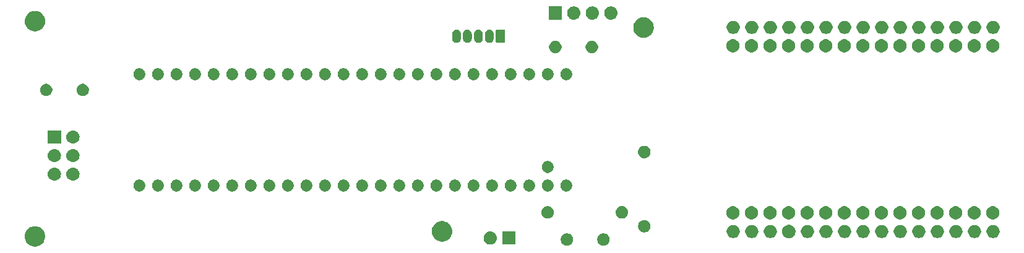
<source format=gbr>
G04 #@! TF.GenerationSoftware,KiCad,Pcbnew,(5.1.4)-1*
G04 #@! TF.CreationDate,2019-11-19T17:41:37+01:00*
G04 #@! TF.ProjectId,DNMS,444e4d53-2e6b-4696-9361-645f70636258,0.9.0*
G04 #@! TF.SameCoordinates,Original*
G04 #@! TF.FileFunction,Soldermask,Top*
G04 #@! TF.FilePolarity,Negative*
%FSLAX46Y46*%
G04 Gerber Fmt 4.6, Leading zero omitted, Abs format (unit mm)*
G04 Created by KiCad (PCBNEW (5.1.4)-1) date 2019-11-19 17:41:37*
%MOMM*%
%LPD*%
G04 APERTURE LIST*
%ADD10C,0.100000*%
G04 APERTURE END LIST*
D10*
G36*
X53912529Y-87024127D02*
G01*
X54016657Y-87044839D01*
X54098684Y-87078816D01*
X54271621Y-87150449D01*
X54271622Y-87150450D01*
X54501086Y-87303772D01*
X54696228Y-87498914D01*
X54721997Y-87537481D01*
X54849551Y-87728379D01*
X54885303Y-87814692D01*
X54953948Y-87980414D01*
X54955161Y-87983344D01*
X55009000Y-88254012D01*
X55009000Y-88529988D01*
X54999933Y-88575571D01*
X54955844Y-88797225D01*
X54955161Y-88800656D01*
X54849551Y-89055621D01*
X54815087Y-89107200D01*
X54696228Y-89285086D01*
X54501086Y-89480228D01*
X54354838Y-89577947D01*
X54271621Y-89633551D01*
X54172037Y-89674800D01*
X54016657Y-89739161D01*
X53926433Y-89757107D01*
X53745988Y-89793000D01*
X53470012Y-89793000D01*
X53289567Y-89757107D01*
X53199343Y-89739161D01*
X53043963Y-89674800D01*
X52944379Y-89633551D01*
X52861162Y-89577947D01*
X52714914Y-89480228D01*
X52519772Y-89285086D01*
X52400913Y-89107200D01*
X52366449Y-89055621D01*
X52260839Y-88800656D01*
X52260157Y-88797225D01*
X52216067Y-88575571D01*
X52207000Y-88529988D01*
X52207000Y-88254012D01*
X52260839Y-87983344D01*
X52262053Y-87980414D01*
X52330697Y-87814692D01*
X52366449Y-87728379D01*
X52494003Y-87537481D01*
X52519772Y-87498914D01*
X52714914Y-87303772D01*
X52944378Y-87150450D01*
X52944379Y-87150449D01*
X53117316Y-87078816D01*
X53199343Y-87044839D01*
X53303471Y-87024127D01*
X53470012Y-86991000D01*
X53745988Y-86991000D01*
X53912529Y-87024127D01*
X53912529Y-87024127D01*
G37*
G36*
X131646248Y-88005503D02*
G01*
X131801120Y-88069653D01*
X131940501Y-88162785D01*
X132059035Y-88281319D01*
X132152167Y-88420700D01*
X132216317Y-88575572D01*
X132249020Y-88739984D01*
X132249020Y-88907616D01*
X132216317Y-89072028D01*
X132152167Y-89226900D01*
X132059035Y-89366281D01*
X131940501Y-89484815D01*
X131801120Y-89577947D01*
X131646248Y-89642097D01*
X131481836Y-89674800D01*
X131314204Y-89674800D01*
X131149792Y-89642097D01*
X130994920Y-89577947D01*
X130855539Y-89484815D01*
X130737005Y-89366281D01*
X130643873Y-89226900D01*
X130579723Y-89072028D01*
X130547020Y-88907616D01*
X130547020Y-88739984D01*
X130579723Y-88575572D01*
X130643873Y-88420700D01*
X130737005Y-88281319D01*
X130855539Y-88162785D01*
X130994920Y-88069653D01*
X131149792Y-88005503D01*
X131314204Y-87972800D01*
X131481836Y-87972800D01*
X131646248Y-88005503D01*
X131646248Y-88005503D01*
G37*
G36*
X126646248Y-88005503D02*
G01*
X126801120Y-88069653D01*
X126940501Y-88162785D01*
X127059035Y-88281319D01*
X127152167Y-88420700D01*
X127216317Y-88575572D01*
X127249020Y-88739984D01*
X127249020Y-88907616D01*
X127216317Y-89072028D01*
X127152167Y-89226900D01*
X127059035Y-89366281D01*
X126940501Y-89484815D01*
X126801120Y-89577947D01*
X126646248Y-89642097D01*
X126481836Y-89674800D01*
X126314204Y-89674800D01*
X126149792Y-89642097D01*
X125994920Y-89577947D01*
X125855539Y-89484815D01*
X125737005Y-89366281D01*
X125643873Y-89226900D01*
X125579723Y-89072028D01*
X125547020Y-88907616D01*
X125547020Y-88739984D01*
X125579723Y-88575572D01*
X125643873Y-88420700D01*
X125737005Y-88281319D01*
X125855539Y-88162785D01*
X125994920Y-88069653D01*
X126149792Y-88005503D01*
X126314204Y-87972800D01*
X126481836Y-87972800D01*
X126646248Y-88005503D01*
X126646248Y-88005503D01*
G37*
G36*
X119341200Y-89521600D02*
G01*
X117539200Y-89521600D01*
X117539200Y-87719600D01*
X119341200Y-87719600D01*
X119341200Y-89521600D01*
X119341200Y-89521600D01*
G37*
G36*
X116010643Y-87726119D02*
G01*
X116076827Y-87732637D01*
X116246666Y-87784157D01*
X116403191Y-87867822D01*
X116438929Y-87897152D01*
X116540386Y-87980414D01*
X116613621Y-88069653D01*
X116652978Y-88117609D01*
X116652979Y-88117611D01*
X116725888Y-88254012D01*
X116736643Y-88274134D01*
X116788163Y-88443973D01*
X116805559Y-88620600D01*
X116788163Y-88797227D01*
X116736643Y-88967066D01*
X116652978Y-89123591D01*
X116623648Y-89159329D01*
X116540386Y-89260786D01*
X116438929Y-89344048D01*
X116403191Y-89373378D01*
X116246666Y-89457043D01*
X116076827Y-89508563D01*
X116010642Y-89515082D01*
X115944460Y-89521600D01*
X115855940Y-89521600D01*
X115789758Y-89515082D01*
X115723573Y-89508563D01*
X115553734Y-89457043D01*
X115397209Y-89373378D01*
X115361471Y-89344048D01*
X115260014Y-89260786D01*
X115176752Y-89159329D01*
X115147422Y-89123591D01*
X115063757Y-88967066D01*
X115012237Y-88797227D01*
X114994841Y-88620600D01*
X115012237Y-88443973D01*
X115063757Y-88274134D01*
X115074513Y-88254012D01*
X115147421Y-88117611D01*
X115147422Y-88117609D01*
X115186779Y-88069653D01*
X115260014Y-87980414D01*
X115361471Y-87897152D01*
X115397209Y-87867822D01*
X115553734Y-87784157D01*
X115723573Y-87732637D01*
X115789757Y-87726119D01*
X115855940Y-87719600D01*
X115944460Y-87719600D01*
X116010643Y-87726119D01*
X116010643Y-87726119D01*
G37*
G36*
X109620233Y-86341093D02*
G01*
X109710457Y-86359039D01*
X109816067Y-86402785D01*
X109965421Y-86464649D01*
X109965422Y-86464650D01*
X110194886Y-86617972D01*
X110390028Y-86813114D01*
X110465137Y-86925524D01*
X110543351Y-87042579D01*
X110648961Y-87297544D01*
X110702800Y-87568212D01*
X110702800Y-87844188D01*
X110675703Y-87980414D01*
X110648961Y-88114857D01*
X110630164Y-88160237D01*
X110543351Y-88369821D01*
X110543350Y-88369822D01*
X110390028Y-88599286D01*
X110194886Y-88794428D01*
X110041563Y-88896875D01*
X109965421Y-88947751D01*
X109816067Y-89009615D01*
X109710457Y-89053361D01*
X109620233Y-89071307D01*
X109439788Y-89107200D01*
X109163812Y-89107200D01*
X108983367Y-89071307D01*
X108893143Y-89053361D01*
X108787533Y-89009615D01*
X108638179Y-88947751D01*
X108562037Y-88896875D01*
X108408714Y-88794428D01*
X108213572Y-88599286D01*
X108060250Y-88369822D01*
X108060249Y-88369821D01*
X107973436Y-88160237D01*
X107954639Y-88114857D01*
X107927897Y-87980414D01*
X107900800Y-87844188D01*
X107900800Y-87568212D01*
X107954639Y-87297544D01*
X108060249Y-87042579D01*
X108138463Y-86925524D01*
X108213572Y-86813114D01*
X108408714Y-86617972D01*
X108638178Y-86464650D01*
X108638179Y-86464649D01*
X108787533Y-86402785D01*
X108893143Y-86359039D01*
X108983367Y-86341093D01*
X109163812Y-86305200D01*
X109439788Y-86305200D01*
X109620233Y-86341093D01*
X109620233Y-86341093D01*
G37*
G36*
X157032365Y-86838373D02*
G01*
X157199975Y-86907800D01*
X157199977Y-86907801D01*
X157350823Y-87008593D01*
X157479107Y-87136877D01*
X157488176Y-87150450D01*
X157579900Y-87287725D01*
X157649327Y-87455335D01*
X157684720Y-87633268D01*
X157684720Y-87814692D01*
X157649327Y-87992625D01*
X157583824Y-88150762D01*
X157579899Y-88160237D01*
X157479107Y-88311083D01*
X157350823Y-88439367D01*
X157199977Y-88540159D01*
X157199976Y-88540160D01*
X157199975Y-88540160D01*
X157032365Y-88609587D01*
X156854432Y-88644980D01*
X156673008Y-88644980D01*
X156495075Y-88609587D01*
X156327465Y-88540160D01*
X156327464Y-88540160D01*
X156327463Y-88540159D01*
X156176617Y-88439367D01*
X156048333Y-88311083D01*
X155947541Y-88160237D01*
X155943616Y-88150762D01*
X155878113Y-87992625D01*
X155842720Y-87814692D01*
X155842720Y-87633268D01*
X155878113Y-87455335D01*
X155947540Y-87287725D01*
X156039264Y-87150450D01*
X156048333Y-87136877D01*
X156176617Y-87008593D01*
X156327463Y-86907801D01*
X156327465Y-86907800D01*
X156495075Y-86838373D01*
X156673008Y-86802980D01*
X156854432Y-86802980D01*
X157032365Y-86838373D01*
X157032365Y-86838373D01*
G37*
G36*
X164497232Y-86827907D02*
G01*
X164646532Y-86857604D01*
X164810504Y-86925524D01*
X164958074Y-87024127D01*
X165083573Y-87149626D01*
X165182176Y-87297196D01*
X165250096Y-87461168D01*
X165271388Y-87568214D01*
X165284720Y-87635238D01*
X165284720Y-87812722D01*
X165284328Y-87814691D01*
X165250096Y-87986792D01*
X165182176Y-88150764D01*
X165083573Y-88298334D01*
X164958074Y-88423833D01*
X164810504Y-88522436D01*
X164646532Y-88590356D01*
X164497232Y-88620053D01*
X164472462Y-88624980D01*
X164294978Y-88624980D01*
X164270208Y-88620053D01*
X164120908Y-88590356D01*
X163956936Y-88522436D01*
X163809366Y-88423833D01*
X163683867Y-88298334D01*
X163585264Y-88150764D01*
X163517344Y-87986792D01*
X163483112Y-87814691D01*
X163482720Y-87812722D01*
X163482720Y-87635238D01*
X163496052Y-87568214D01*
X163517344Y-87461168D01*
X163585264Y-87297196D01*
X163683867Y-87149626D01*
X163809366Y-87024127D01*
X163956936Y-86925524D01*
X164120908Y-86857604D01*
X164270208Y-86827907D01*
X164294978Y-86822980D01*
X164472462Y-86822980D01*
X164497232Y-86827907D01*
X164497232Y-86827907D01*
G37*
G36*
X177197232Y-86827907D02*
G01*
X177346532Y-86857604D01*
X177510504Y-86925524D01*
X177658074Y-87024127D01*
X177783573Y-87149626D01*
X177882176Y-87297196D01*
X177950096Y-87461168D01*
X177971388Y-87568214D01*
X177984720Y-87635238D01*
X177984720Y-87812722D01*
X177984328Y-87814691D01*
X177950096Y-87986792D01*
X177882176Y-88150764D01*
X177783573Y-88298334D01*
X177658074Y-88423833D01*
X177510504Y-88522436D01*
X177346532Y-88590356D01*
X177197232Y-88620053D01*
X177172462Y-88624980D01*
X176994978Y-88624980D01*
X176970208Y-88620053D01*
X176820908Y-88590356D01*
X176656936Y-88522436D01*
X176509366Y-88423833D01*
X176383867Y-88298334D01*
X176285264Y-88150764D01*
X176217344Y-87986792D01*
X176183112Y-87814691D01*
X176182720Y-87812722D01*
X176182720Y-87635238D01*
X176196052Y-87568214D01*
X176217344Y-87461168D01*
X176285264Y-87297196D01*
X176383867Y-87149626D01*
X176509366Y-87024127D01*
X176656936Y-86925524D01*
X176820908Y-86857604D01*
X176970208Y-86827907D01*
X176994978Y-86822980D01*
X177172462Y-86822980D01*
X177197232Y-86827907D01*
X177197232Y-86827907D01*
G37*
G36*
X174657232Y-86827907D02*
G01*
X174806532Y-86857604D01*
X174970504Y-86925524D01*
X175118074Y-87024127D01*
X175243573Y-87149626D01*
X175342176Y-87297196D01*
X175410096Y-87461168D01*
X175431388Y-87568214D01*
X175444720Y-87635238D01*
X175444720Y-87812722D01*
X175444328Y-87814691D01*
X175410096Y-87986792D01*
X175342176Y-88150764D01*
X175243573Y-88298334D01*
X175118074Y-88423833D01*
X174970504Y-88522436D01*
X174806532Y-88590356D01*
X174657232Y-88620053D01*
X174632462Y-88624980D01*
X174454978Y-88624980D01*
X174430208Y-88620053D01*
X174280908Y-88590356D01*
X174116936Y-88522436D01*
X173969366Y-88423833D01*
X173843867Y-88298334D01*
X173745264Y-88150764D01*
X173677344Y-87986792D01*
X173643112Y-87814691D01*
X173642720Y-87812722D01*
X173642720Y-87635238D01*
X173656052Y-87568214D01*
X173677344Y-87461168D01*
X173745264Y-87297196D01*
X173843867Y-87149626D01*
X173969366Y-87024127D01*
X174116936Y-86925524D01*
X174280908Y-86857604D01*
X174430208Y-86827907D01*
X174454978Y-86822980D01*
X174632462Y-86822980D01*
X174657232Y-86827907D01*
X174657232Y-86827907D01*
G37*
G36*
X172117232Y-86827907D02*
G01*
X172266532Y-86857604D01*
X172430504Y-86925524D01*
X172578074Y-87024127D01*
X172703573Y-87149626D01*
X172802176Y-87297196D01*
X172870096Y-87461168D01*
X172891388Y-87568214D01*
X172904720Y-87635238D01*
X172904720Y-87812722D01*
X172904328Y-87814691D01*
X172870096Y-87986792D01*
X172802176Y-88150764D01*
X172703573Y-88298334D01*
X172578074Y-88423833D01*
X172430504Y-88522436D01*
X172266532Y-88590356D01*
X172117232Y-88620053D01*
X172092462Y-88624980D01*
X171914978Y-88624980D01*
X171890208Y-88620053D01*
X171740908Y-88590356D01*
X171576936Y-88522436D01*
X171429366Y-88423833D01*
X171303867Y-88298334D01*
X171205264Y-88150764D01*
X171137344Y-87986792D01*
X171103112Y-87814691D01*
X171102720Y-87812722D01*
X171102720Y-87635238D01*
X171116052Y-87568214D01*
X171137344Y-87461168D01*
X171205264Y-87297196D01*
X171303867Y-87149626D01*
X171429366Y-87024127D01*
X171576936Y-86925524D01*
X171740908Y-86857604D01*
X171890208Y-86827907D01*
X171914978Y-86822980D01*
X172092462Y-86822980D01*
X172117232Y-86827907D01*
X172117232Y-86827907D01*
G37*
G36*
X169577232Y-86827907D02*
G01*
X169726532Y-86857604D01*
X169890504Y-86925524D01*
X170038074Y-87024127D01*
X170163573Y-87149626D01*
X170262176Y-87297196D01*
X170330096Y-87461168D01*
X170351388Y-87568214D01*
X170364720Y-87635238D01*
X170364720Y-87812722D01*
X170364328Y-87814691D01*
X170330096Y-87986792D01*
X170262176Y-88150764D01*
X170163573Y-88298334D01*
X170038074Y-88423833D01*
X169890504Y-88522436D01*
X169726532Y-88590356D01*
X169577232Y-88620053D01*
X169552462Y-88624980D01*
X169374978Y-88624980D01*
X169350208Y-88620053D01*
X169200908Y-88590356D01*
X169036936Y-88522436D01*
X168889366Y-88423833D01*
X168763867Y-88298334D01*
X168665264Y-88150764D01*
X168597344Y-87986792D01*
X168563112Y-87814691D01*
X168562720Y-87812722D01*
X168562720Y-87635238D01*
X168576052Y-87568214D01*
X168597344Y-87461168D01*
X168665264Y-87297196D01*
X168763867Y-87149626D01*
X168889366Y-87024127D01*
X169036936Y-86925524D01*
X169200908Y-86857604D01*
X169350208Y-86827907D01*
X169374978Y-86822980D01*
X169552462Y-86822980D01*
X169577232Y-86827907D01*
X169577232Y-86827907D01*
G37*
G36*
X167037232Y-86827907D02*
G01*
X167186532Y-86857604D01*
X167350504Y-86925524D01*
X167498074Y-87024127D01*
X167623573Y-87149626D01*
X167722176Y-87297196D01*
X167790096Y-87461168D01*
X167811388Y-87568214D01*
X167824720Y-87635238D01*
X167824720Y-87812722D01*
X167824328Y-87814691D01*
X167790096Y-87986792D01*
X167722176Y-88150764D01*
X167623573Y-88298334D01*
X167498074Y-88423833D01*
X167350504Y-88522436D01*
X167186532Y-88590356D01*
X167037232Y-88620053D01*
X167012462Y-88624980D01*
X166834978Y-88624980D01*
X166810208Y-88620053D01*
X166660908Y-88590356D01*
X166496936Y-88522436D01*
X166349366Y-88423833D01*
X166223867Y-88298334D01*
X166125264Y-88150764D01*
X166057344Y-87986792D01*
X166023112Y-87814691D01*
X166022720Y-87812722D01*
X166022720Y-87635238D01*
X166036052Y-87568214D01*
X166057344Y-87461168D01*
X166125264Y-87297196D01*
X166223867Y-87149626D01*
X166349366Y-87024127D01*
X166496936Y-86925524D01*
X166660908Y-86857604D01*
X166810208Y-86827907D01*
X166834978Y-86822980D01*
X167012462Y-86822980D01*
X167037232Y-86827907D01*
X167037232Y-86827907D01*
G37*
G36*
X161957232Y-86827907D02*
G01*
X162106532Y-86857604D01*
X162270504Y-86925524D01*
X162418074Y-87024127D01*
X162543573Y-87149626D01*
X162642176Y-87297196D01*
X162710096Y-87461168D01*
X162731388Y-87568214D01*
X162744720Y-87635238D01*
X162744720Y-87812722D01*
X162744328Y-87814691D01*
X162710096Y-87986792D01*
X162642176Y-88150764D01*
X162543573Y-88298334D01*
X162418074Y-88423833D01*
X162270504Y-88522436D01*
X162106532Y-88590356D01*
X161957232Y-88620053D01*
X161932462Y-88624980D01*
X161754978Y-88624980D01*
X161730208Y-88620053D01*
X161580908Y-88590356D01*
X161416936Y-88522436D01*
X161269366Y-88423833D01*
X161143867Y-88298334D01*
X161045264Y-88150764D01*
X160977344Y-87986792D01*
X160943112Y-87814691D01*
X160942720Y-87812722D01*
X160942720Y-87635238D01*
X160956052Y-87568214D01*
X160977344Y-87461168D01*
X161045264Y-87297196D01*
X161143867Y-87149626D01*
X161269366Y-87024127D01*
X161416936Y-86925524D01*
X161580908Y-86857604D01*
X161730208Y-86827907D01*
X161754978Y-86822980D01*
X161932462Y-86822980D01*
X161957232Y-86827907D01*
X161957232Y-86827907D01*
G37*
G36*
X182277232Y-86827907D02*
G01*
X182426532Y-86857604D01*
X182590504Y-86925524D01*
X182738074Y-87024127D01*
X182863573Y-87149626D01*
X182962176Y-87297196D01*
X183030096Y-87461168D01*
X183051388Y-87568214D01*
X183064720Y-87635238D01*
X183064720Y-87812722D01*
X183064328Y-87814691D01*
X183030096Y-87986792D01*
X182962176Y-88150764D01*
X182863573Y-88298334D01*
X182738074Y-88423833D01*
X182590504Y-88522436D01*
X182426532Y-88590356D01*
X182277232Y-88620053D01*
X182252462Y-88624980D01*
X182074978Y-88624980D01*
X182050208Y-88620053D01*
X181900908Y-88590356D01*
X181736936Y-88522436D01*
X181589366Y-88423833D01*
X181463867Y-88298334D01*
X181365264Y-88150764D01*
X181297344Y-87986792D01*
X181263112Y-87814691D01*
X181262720Y-87812722D01*
X181262720Y-87635238D01*
X181276052Y-87568214D01*
X181297344Y-87461168D01*
X181365264Y-87297196D01*
X181463867Y-87149626D01*
X181589366Y-87024127D01*
X181736936Y-86925524D01*
X181900908Y-86857604D01*
X182050208Y-86827907D01*
X182074978Y-86822980D01*
X182252462Y-86822980D01*
X182277232Y-86827907D01*
X182277232Y-86827907D01*
G37*
G36*
X154337232Y-86827907D02*
G01*
X154486532Y-86857604D01*
X154650504Y-86925524D01*
X154798074Y-87024127D01*
X154923573Y-87149626D01*
X155022176Y-87297196D01*
X155090096Y-87461168D01*
X155111388Y-87568214D01*
X155124720Y-87635238D01*
X155124720Y-87812722D01*
X155124328Y-87814691D01*
X155090096Y-87986792D01*
X155022176Y-88150764D01*
X154923573Y-88298334D01*
X154798074Y-88423833D01*
X154650504Y-88522436D01*
X154486532Y-88590356D01*
X154337232Y-88620053D01*
X154312462Y-88624980D01*
X154134978Y-88624980D01*
X154110208Y-88620053D01*
X153960908Y-88590356D01*
X153796936Y-88522436D01*
X153649366Y-88423833D01*
X153523867Y-88298334D01*
X153425264Y-88150764D01*
X153357344Y-87986792D01*
X153323112Y-87814691D01*
X153322720Y-87812722D01*
X153322720Y-87635238D01*
X153336052Y-87568214D01*
X153357344Y-87461168D01*
X153425264Y-87297196D01*
X153523867Y-87149626D01*
X153649366Y-87024127D01*
X153796936Y-86925524D01*
X153960908Y-86857604D01*
X154110208Y-86827907D01*
X154134978Y-86822980D01*
X154312462Y-86822980D01*
X154337232Y-86827907D01*
X154337232Y-86827907D01*
G37*
G36*
X151797232Y-86827907D02*
G01*
X151946532Y-86857604D01*
X152110504Y-86925524D01*
X152258074Y-87024127D01*
X152383573Y-87149626D01*
X152482176Y-87297196D01*
X152550096Y-87461168D01*
X152571388Y-87568214D01*
X152584720Y-87635238D01*
X152584720Y-87812722D01*
X152584328Y-87814691D01*
X152550096Y-87986792D01*
X152482176Y-88150764D01*
X152383573Y-88298334D01*
X152258074Y-88423833D01*
X152110504Y-88522436D01*
X151946532Y-88590356D01*
X151797232Y-88620053D01*
X151772462Y-88624980D01*
X151594978Y-88624980D01*
X151570208Y-88620053D01*
X151420908Y-88590356D01*
X151256936Y-88522436D01*
X151109366Y-88423833D01*
X150983867Y-88298334D01*
X150885264Y-88150764D01*
X150817344Y-87986792D01*
X150783112Y-87814691D01*
X150782720Y-87812722D01*
X150782720Y-87635238D01*
X150796052Y-87568214D01*
X150817344Y-87461168D01*
X150885264Y-87297196D01*
X150983867Y-87149626D01*
X151109366Y-87024127D01*
X151256936Y-86925524D01*
X151420908Y-86857604D01*
X151570208Y-86827907D01*
X151594978Y-86822980D01*
X151772462Y-86822980D01*
X151797232Y-86827907D01*
X151797232Y-86827907D01*
G37*
G36*
X149257232Y-86827907D02*
G01*
X149406532Y-86857604D01*
X149570504Y-86925524D01*
X149718074Y-87024127D01*
X149843573Y-87149626D01*
X149942176Y-87297196D01*
X150010096Y-87461168D01*
X150031388Y-87568214D01*
X150044720Y-87635238D01*
X150044720Y-87812722D01*
X150044328Y-87814691D01*
X150010096Y-87986792D01*
X149942176Y-88150764D01*
X149843573Y-88298334D01*
X149718074Y-88423833D01*
X149570504Y-88522436D01*
X149406532Y-88590356D01*
X149257232Y-88620053D01*
X149232462Y-88624980D01*
X149054978Y-88624980D01*
X149030208Y-88620053D01*
X148880908Y-88590356D01*
X148716936Y-88522436D01*
X148569366Y-88423833D01*
X148443867Y-88298334D01*
X148345264Y-88150764D01*
X148277344Y-87986792D01*
X148243112Y-87814691D01*
X148242720Y-87812722D01*
X148242720Y-87635238D01*
X148256052Y-87568214D01*
X148277344Y-87461168D01*
X148345264Y-87297196D01*
X148443867Y-87149626D01*
X148569366Y-87024127D01*
X148716936Y-86925524D01*
X148880908Y-86857604D01*
X149030208Y-86827907D01*
X149054978Y-86822980D01*
X149232462Y-86822980D01*
X149257232Y-86827907D01*
X149257232Y-86827907D01*
G37*
G36*
X184817232Y-86827907D02*
G01*
X184966532Y-86857604D01*
X185130504Y-86925524D01*
X185278074Y-87024127D01*
X185403573Y-87149626D01*
X185502176Y-87297196D01*
X185570096Y-87461168D01*
X185591388Y-87568214D01*
X185604720Y-87635238D01*
X185604720Y-87812722D01*
X185604328Y-87814691D01*
X185570096Y-87986792D01*
X185502176Y-88150764D01*
X185403573Y-88298334D01*
X185278074Y-88423833D01*
X185130504Y-88522436D01*
X184966532Y-88590356D01*
X184817232Y-88620053D01*
X184792462Y-88624980D01*
X184614978Y-88624980D01*
X184590208Y-88620053D01*
X184440908Y-88590356D01*
X184276936Y-88522436D01*
X184129366Y-88423833D01*
X184003867Y-88298334D01*
X183905264Y-88150764D01*
X183837344Y-87986792D01*
X183803112Y-87814691D01*
X183802720Y-87812722D01*
X183802720Y-87635238D01*
X183816052Y-87568214D01*
X183837344Y-87461168D01*
X183905264Y-87297196D01*
X184003867Y-87149626D01*
X184129366Y-87024127D01*
X184276936Y-86925524D01*
X184440908Y-86857604D01*
X184590208Y-86827907D01*
X184614978Y-86822980D01*
X184792462Y-86822980D01*
X184817232Y-86827907D01*
X184817232Y-86827907D01*
G37*
G36*
X179737232Y-86827907D02*
G01*
X179886532Y-86857604D01*
X180050504Y-86925524D01*
X180198074Y-87024127D01*
X180323573Y-87149626D01*
X180422176Y-87297196D01*
X180490096Y-87461168D01*
X180511388Y-87568214D01*
X180524720Y-87635238D01*
X180524720Y-87812722D01*
X180524328Y-87814691D01*
X180490096Y-87986792D01*
X180422176Y-88150764D01*
X180323573Y-88298334D01*
X180198074Y-88423833D01*
X180050504Y-88522436D01*
X179886532Y-88590356D01*
X179737232Y-88620053D01*
X179712462Y-88624980D01*
X179534978Y-88624980D01*
X179510208Y-88620053D01*
X179360908Y-88590356D01*
X179196936Y-88522436D01*
X179049366Y-88423833D01*
X178923867Y-88298334D01*
X178825264Y-88150764D01*
X178757344Y-87986792D01*
X178723112Y-87814691D01*
X178722720Y-87812722D01*
X178722720Y-87635238D01*
X178736052Y-87568214D01*
X178757344Y-87461168D01*
X178825264Y-87297196D01*
X178923867Y-87149626D01*
X179049366Y-87024127D01*
X179196936Y-86925524D01*
X179360908Y-86857604D01*
X179510208Y-86827907D01*
X179534978Y-86822980D01*
X179712462Y-86822980D01*
X179737232Y-86827907D01*
X179737232Y-86827907D01*
G37*
G36*
X159417232Y-86827907D02*
G01*
X159566532Y-86857604D01*
X159730504Y-86925524D01*
X159878074Y-87024127D01*
X160003573Y-87149626D01*
X160102176Y-87297196D01*
X160170096Y-87461168D01*
X160191388Y-87568214D01*
X160204720Y-87635238D01*
X160204720Y-87812722D01*
X160204328Y-87814691D01*
X160170096Y-87986792D01*
X160102176Y-88150764D01*
X160003573Y-88298334D01*
X159878074Y-88423833D01*
X159730504Y-88522436D01*
X159566532Y-88590356D01*
X159417232Y-88620053D01*
X159392462Y-88624980D01*
X159214978Y-88624980D01*
X159190208Y-88620053D01*
X159040908Y-88590356D01*
X158876936Y-88522436D01*
X158729366Y-88423833D01*
X158603867Y-88298334D01*
X158505264Y-88150764D01*
X158437344Y-87986792D01*
X158403112Y-87814691D01*
X158402720Y-87812722D01*
X158402720Y-87635238D01*
X158416052Y-87568214D01*
X158437344Y-87461168D01*
X158505264Y-87297196D01*
X158603867Y-87149626D01*
X158729366Y-87024127D01*
X158876936Y-86925524D01*
X159040908Y-86857604D01*
X159190208Y-86827907D01*
X159214978Y-86822980D01*
X159392462Y-86822980D01*
X159417232Y-86827907D01*
X159417232Y-86827907D01*
G37*
G36*
X137230428Y-86176703D02*
G01*
X137385300Y-86240853D01*
X137524681Y-86333985D01*
X137643215Y-86452519D01*
X137736347Y-86591900D01*
X137800497Y-86746772D01*
X137833200Y-86911184D01*
X137833200Y-87078816D01*
X137800497Y-87243228D01*
X137736347Y-87398100D01*
X137643215Y-87537481D01*
X137524681Y-87656015D01*
X137385300Y-87749147D01*
X137230428Y-87813297D01*
X137066016Y-87846000D01*
X136898384Y-87846000D01*
X136733972Y-87813297D01*
X136579100Y-87749147D01*
X136439719Y-87656015D01*
X136321185Y-87537481D01*
X136228053Y-87398100D01*
X136163903Y-87243228D01*
X136131200Y-87078816D01*
X136131200Y-86911184D01*
X136163903Y-86746772D01*
X136228053Y-86591900D01*
X136321185Y-86452519D01*
X136439719Y-86333985D01*
X136579100Y-86240853D01*
X136733972Y-86176703D01*
X136898384Y-86144000D01*
X137066016Y-86144000D01*
X137230428Y-86176703D01*
X137230428Y-86176703D01*
G37*
G36*
X154301672Y-84267587D02*
G01*
X154450972Y-84297284D01*
X154614944Y-84365204D01*
X154762514Y-84463807D01*
X154888013Y-84589306D01*
X154986616Y-84736876D01*
X155054536Y-84900848D01*
X155089160Y-85074919D01*
X155089160Y-85252401D01*
X155054536Y-85426472D01*
X154986616Y-85590444D01*
X154888013Y-85738014D01*
X154762514Y-85863513D01*
X154614944Y-85962116D01*
X154450972Y-86030036D01*
X154301672Y-86059733D01*
X154276902Y-86064660D01*
X154099418Y-86064660D01*
X154074648Y-86059733D01*
X153925348Y-86030036D01*
X153761376Y-85962116D01*
X153613806Y-85863513D01*
X153488307Y-85738014D01*
X153389704Y-85590444D01*
X153321784Y-85426472D01*
X153287160Y-85252401D01*
X153287160Y-85074919D01*
X153321784Y-84900848D01*
X153389704Y-84736876D01*
X153488307Y-84589306D01*
X153613806Y-84463807D01*
X153761376Y-84365204D01*
X153925348Y-84297284D01*
X154074648Y-84267587D01*
X154099418Y-84262660D01*
X154276902Y-84262660D01*
X154301672Y-84267587D01*
X154301672Y-84267587D01*
G37*
G36*
X156841672Y-84267587D02*
G01*
X156990972Y-84297284D01*
X157154944Y-84365204D01*
X157302514Y-84463807D01*
X157428013Y-84589306D01*
X157526616Y-84736876D01*
X157594536Y-84900848D01*
X157629160Y-85074919D01*
X157629160Y-85252401D01*
X157594536Y-85426472D01*
X157526616Y-85590444D01*
X157428013Y-85738014D01*
X157302514Y-85863513D01*
X157154944Y-85962116D01*
X156990972Y-86030036D01*
X156841672Y-86059733D01*
X156816902Y-86064660D01*
X156639418Y-86064660D01*
X156614648Y-86059733D01*
X156465348Y-86030036D01*
X156301376Y-85962116D01*
X156153806Y-85863513D01*
X156028307Y-85738014D01*
X155929704Y-85590444D01*
X155861784Y-85426472D01*
X155827160Y-85252401D01*
X155827160Y-85074919D01*
X155861784Y-84900848D01*
X155929704Y-84736876D01*
X156028307Y-84589306D01*
X156153806Y-84463807D01*
X156301376Y-84365204D01*
X156465348Y-84297284D01*
X156614648Y-84267587D01*
X156639418Y-84262660D01*
X156816902Y-84262660D01*
X156841672Y-84267587D01*
X156841672Y-84267587D01*
G37*
G36*
X151761672Y-84267587D02*
G01*
X151910972Y-84297284D01*
X152074944Y-84365204D01*
X152222514Y-84463807D01*
X152348013Y-84589306D01*
X152446616Y-84736876D01*
X152514536Y-84900848D01*
X152549160Y-85074919D01*
X152549160Y-85252401D01*
X152514536Y-85426472D01*
X152446616Y-85590444D01*
X152348013Y-85738014D01*
X152222514Y-85863513D01*
X152074944Y-85962116D01*
X151910972Y-86030036D01*
X151761672Y-86059733D01*
X151736902Y-86064660D01*
X151559418Y-86064660D01*
X151534648Y-86059733D01*
X151385348Y-86030036D01*
X151221376Y-85962116D01*
X151073806Y-85863513D01*
X150948307Y-85738014D01*
X150849704Y-85590444D01*
X150781784Y-85426472D01*
X150747160Y-85252401D01*
X150747160Y-85074919D01*
X150781784Y-84900848D01*
X150849704Y-84736876D01*
X150948307Y-84589306D01*
X151073806Y-84463807D01*
X151221376Y-84365204D01*
X151385348Y-84297284D01*
X151534648Y-84267587D01*
X151559418Y-84262660D01*
X151736902Y-84262660D01*
X151761672Y-84267587D01*
X151761672Y-84267587D01*
G37*
G36*
X164461672Y-84267587D02*
G01*
X164610972Y-84297284D01*
X164774944Y-84365204D01*
X164922514Y-84463807D01*
X165048013Y-84589306D01*
X165146616Y-84736876D01*
X165214536Y-84900848D01*
X165249160Y-85074919D01*
X165249160Y-85252401D01*
X165214536Y-85426472D01*
X165146616Y-85590444D01*
X165048013Y-85738014D01*
X164922514Y-85863513D01*
X164774944Y-85962116D01*
X164610972Y-86030036D01*
X164461672Y-86059733D01*
X164436902Y-86064660D01*
X164259418Y-86064660D01*
X164234648Y-86059733D01*
X164085348Y-86030036D01*
X163921376Y-85962116D01*
X163773806Y-85863513D01*
X163648307Y-85738014D01*
X163549704Y-85590444D01*
X163481784Y-85426472D01*
X163447160Y-85252401D01*
X163447160Y-85074919D01*
X163481784Y-84900848D01*
X163549704Y-84736876D01*
X163648307Y-84589306D01*
X163773806Y-84463807D01*
X163921376Y-84365204D01*
X164085348Y-84297284D01*
X164234648Y-84267587D01*
X164259418Y-84262660D01*
X164436902Y-84262660D01*
X164461672Y-84267587D01*
X164461672Y-84267587D01*
G37*
G36*
X159381672Y-84267587D02*
G01*
X159530972Y-84297284D01*
X159694944Y-84365204D01*
X159842514Y-84463807D01*
X159968013Y-84589306D01*
X160066616Y-84736876D01*
X160134536Y-84900848D01*
X160169160Y-85074919D01*
X160169160Y-85252401D01*
X160134536Y-85426472D01*
X160066616Y-85590444D01*
X159968013Y-85738014D01*
X159842514Y-85863513D01*
X159694944Y-85962116D01*
X159530972Y-86030036D01*
X159381672Y-86059733D01*
X159356902Y-86064660D01*
X159179418Y-86064660D01*
X159154648Y-86059733D01*
X159005348Y-86030036D01*
X158841376Y-85962116D01*
X158693806Y-85863513D01*
X158568307Y-85738014D01*
X158469704Y-85590444D01*
X158401784Y-85426472D01*
X158367160Y-85252401D01*
X158367160Y-85074919D01*
X158401784Y-84900848D01*
X158469704Y-84736876D01*
X158568307Y-84589306D01*
X158693806Y-84463807D01*
X158841376Y-84365204D01*
X159005348Y-84297284D01*
X159154648Y-84267587D01*
X159179418Y-84262660D01*
X159356902Y-84262660D01*
X159381672Y-84267587D01*
X159381672Y-84267587D01*
G37*
G36*
X149221672Y-84267587D02*
G01*
X149370972Y-84297284D01*
X149534944Y-84365204D01*
X149682514Y-84463807D01*
X149808013Y-84589306D01*
X149906616Y-84736876D01*
X149974536Y-84900848D01*
X150009160Y-85074919D01*
X150009160Y-85252401D01*
X149974536Y-85426472D01*
X149906616Y-85590444D01*
X149808013Y-85738014D01*
X149682514Y-85863513D01*
X149534944Y-85962116D01*
X149370972Y-86030036D01*
X149221672Y-86059733D01*
X149196902Y-86064660D01*
X149019418Y-86064660D01*
X148994648Y-86059733D01*
X148845348Y-86030036D01*
X148681376Y-85962116D01*
X148533806Y-85863513D01*
X148408307Y-85738014D01*
X148309704Y-85590444D01*
X148241784Y-85426472D01*
X148207160Y-85252401D01*
X148207160Y-85074919D01*
X148241784Y-84900848D01*
X148309704Y-84736876D01*
X148408307Y-84589306D01*
X148533806Y-84463807D01*
X148681376Y-84365204D01*
X148845348Y-84297284D01*
X148994648Y-84267587D01*
X149019418Y-84262660D01*
X149196902Y-84262660D01*
X149221672Y-84267587D01*
X149221672Y-84267587D01*
G37*
G36*
X161921672Y-84267587D02*
G01*
X162070972Y-84297284D01*
X162234944Y-84365204D01*
X162382514Y-84463807D01*
X162508013Y-84589306D01*
X162606616Y-84736876D01*
X162674536Y-84900848D01*
X162709160Y-85074919D01*
X162709160Y-85252401D01*
X162674536Y-85426472D01*
X162606616Y-85590444D01*
X162508013Y-85738014D01*
X162382514Y-85863513D01*
X162234944Y-85962116D01*
X162070972Y-86030036D01*
X161921672Y-86059733D01*
X161896902Y-86064660D01*
X161719418Y-86064660D01*
X161694648Y-86059733D01*
X161545348Y-86030036D01*
X161381376Y-85962116D01*
X161233806Y-85863513D01*
X161108307Y-85738014D01*
X161009704Y-85590444D01*
X160941784Y-85426472D01*
X160907160Y-85252401D01*
X160907160Y-85074919D01*
X160941784Y-84900848D01*
X161009704Y-84736876D01*
X161108307Y-84589306D01*
X161233806Y-84463807D01*
X161381376Y-84365204D01*
X161545348Y-84297284D01*
X161694648Y-84267587D01*
X161719418Y-84262660D01*
X161896902Y-84262660D01*
X161921672Y-84267587D01*
X161921672Y-84267587D01*
G37*
G36*
X182241672Y-84267587D02*
G01*
X182390972Y-84297284D01*
X182554944Y-84365204D01*
X182702514Y-84463807D01*
X182828013Y-84589306D01*
X182926616Y-84736876D01*
X182994536Y-84900848D01*
X183029160Y-85074919D01*
X183029160Y-85252401D01*
X182994536Y-85426472D01*
X182926616Y-85590444D01*
X182828013Y-85738014D01*
X182702514Y-85863513D01*
X182554944Y-85962116D01*
X182390972Y-86030036D01*
X182241672Y-86059733D01*
X182216902Y-86064660D01*
X182039418Y-86064660D01*
X182014648Y-86059733D01*
X181865348Y-86030036D01*
X181701376Y-85962116D01*
X181553806Y-85863513D01*
X181428307Y-85738014D01*
X181329704Y-85590444D01*
X181261784Y-85426472D01*
X181227160Y-85252401D01*
X181227160Y-85074919D01*
X181261784Y-84900848D01*
X181329704Y-84736876D01*
X181428307Y-84589306D01*
X181553806Y-84463807D01*
X181701376Y-84365204D01*
X181865348Y-84297284D01*
X182014648Y-84267587D01*
X182039418Y-84262660D01*
X182216902Y-84262660D01*
X182241672Y-84267587D01*
X182241672Y-84267587D01*
G37*
G36*
X177161672Y-84267587D02*
G01*
X177310972Y-84297284D01*
X177474944Y-84365204D01*
X177622514Y-84463807D01*
X177748013Y-84589306D01*
X177846616Y-84736876D01*
X177914536Y-84900848D01*
X177949160Y-85074919D01*
X177949160Y-85252401D01*
X177914536Y-85426472D01*
X177846616Y-85590444D01*
X177748013Y-85738014D01*
X177622514Y-85863513D01*
X177474944Y-85962116D01*
X177310972Y-86030036D01*
X177161672Y-86059733D01*
X177136902Y-86064660D01*
X176959418Y-86064660D01*
X176934648Y-86059733D01*
X176785348Y-86030036D01*
X176621376Y-85962116D01*
X176473806Y-85863513D01*
X176348307Y-85738014D01*
X176249704Y-85590444D01*
X176181784Y-85426472D01*
X176147160Y-85252401D01*
X176147160Y-85074919D01*
X176181784Y-84900848D01*
X176249704Y-84736876D01*
X176348307Y-84589306D01*
X176473806Y-84463807D01*
X176621376Y-84365204D01*
X176785348Y-84297284D01*
X176934648Y-84267587D01*
X176959418Y-84262660D01*
X177136902Y-84262660D01*
X177161672Y-84267587D01*
X177161672Y-84267587D01*
G37*
G36*
X174621672Y-84267587D02*
G01*
X174770972Y-84297284D01*
X174934944Y-84365204D01*
X175082514Y-84463807D01*
X175208013Y-84589306D01*
X175306616Y-84736876D01*
X175374536Y-84900848D01*
X175409160Y-85074919D01*
X175409160Y-85252401D01*
X175374536Y-85426472D01*
X175306616Y-85590444D01*
X175208013Y-85738014D01*
X175082514Y-85863513D01*
X174934944Y-85962116D01*
X174770972Y-86030036D01*
X174621672Y-86059733D01*
X174596902Y-86064660D01*
X174419418Y-86064660D01*
X174394648Y-86059733D01*
X174245348Y-86030036D01*
X174081376Y-85962116D01*
X173933806Y-85863513D01*
X173808307Y-85738014D01*
X173709704Y-85590444D01*
X173641784Y-85426472D01*
X173607160Y-85252401D01*
X173607160Y-85074919D01*
X173641784Y-84900848D01*
X173709704Y-84736876D01*
X173808307Y-84589306D01*
X173933806Y-84463807D01*
X174081376Y-84365204D01*
X174245348Y-84297284D01*
X174394648Y-84267587D01*
X174419418Y-84262660D01*
X174596902Y-84262660D01*
X174621672Y-84267587D01*
X174621672Y-84267587D01*
G37*
G36*
X172081672Y-84267587D02*
G01*
X172230972Y-84297284D01*
X172394944Y-84365204D01*
X172542514Y-84463807D01*
X172668013Y-84589306D01*
X172766616Y-84736876D01*
X172834536Y-84900848D01*
X172869160Y-85074919D01*
X172869160Y-85252401D01*
X172834536Y-85426472D01*
X172766616Y-85590444D01*
X172668013Y-85738014D01*
X172542514Y-85863513D01*
X172394944Y-85962116D01*
X172230972Y-86030036D01*
X172081672Y-86059733D01*
X172056902Y-86064660D01*
X171879418Y-86064660D01*
X171854648Y-86059733D01*
X171705348Y-86030036D01*
X171541376Y-85962116D01*
X171393806Y-85863513D01*
X171268307Y-85738014D01*
X171169704Y-85590444D01*
X171101784Y-85426472D01*
X171067160Y-85252401D01*
X171067160Y-85074919D01*
X171101784Y-84900848D01*
X171169704Y-84736876D01*
X171268307Y-84589306D01*
X171393806Y-84463807D01*
X171541376Y-84365204D01*
X171705348Y-84297284D01*
X171854648Y-84267587D01*
X171879418Y-84262660D01*
X172056902Y-84262660D01*
X172081672Y-84267587D01*
X172081672Y-84267587D01*
G37*
G36*
X169541672Y-84267587D02*
G01*
X169690972Y-84297284D01*
X169854944Y-84365204D01*
X170002514Y-84463807D01*
X170128013Y-84589306D01*
X170226616Y-84736876D01*
X170294536Y-84900848D01*
X170329160Y-85074919D01*
X170329160Y-85252401D01*
X170294536Y-85426472D01*
X170226616Y-85590444D01*
X170128013Y-85738014D01*
X170002514Y-85863513D01*
X169854944Y-85962116D01*
X169690972Y-86030036D01*
X169541672Y-86059733D01*
X169516902Y-86064660D01*
X169339418Y-86064660D01*
X169314648Y-86059733D01*
X169165348Y-86030036D01*
X169001376Y-85962116D01*
X168853806Y-85863513D01*
X168728307Y-85738014D01*
X168629704Y-85590444D01*
X168561784Y-85426472D01*
X168527160Y-85252401D01*
X168527160Y-85074919D01*
X168561784Y-84900848D01*
X168629704Y-84736876D01*
X168728307Y-84589306D01*
X168853806Y-84463807D01*
X169001376Y-84365204D01*
X169165348Y-84297284D01*
X169314648Y-84267587D01*
X169339418Y-84262660D01*
X169516902Y-84262660D01*
X169541672Y-84267587D01*
X169541672Y-84267587D01*
G37*
G36*
X167001672Y-84267587D02*
G01*
X167150972Y-84297284D01*
X167314944Y-84365204D01*
X167462514Y-84463807D01*
X167588013Y-84589306D01*
X167686616Y-84736876D01*
X167754536Y-84900848D01*
X167789160Y-85074919D01*
X167789160Y-85252401D01*
X167754536Y-85426472D01*
X167686616Y-85590444D01*
X167588013Y-85738014D01*
X167462514Y-85863513D01*
X167314944Y-85962116D01*
X167150972Y-86030036D01*
X167001672Y-86059733D01*
X166976902Y-86064660D01*
X166799418Y-86064660D01*
X166774648Y-86059733D01*
X166625348Y-86030036D01*
X166461376Y-85962116D01*
X166313806Y-85863513D01*
X166188307Y-85738014D01*
X166089704Y-85590444D01*
X166021784Y-85426472D01*
X165987160Y-85252401D01*
X165987160Y-85074919D01*
X166021784Y-84900848D01*
X166089704Y-84736876D01*
X166188307Y-84589306D01*
X166313806Y-84463807D01*
X166461376Y-84365204D01*
X166625348Y-84297284D01*
X166774648Y-84267587D01*
X166799418Y-84262660D01*
X166976902Y-84262660D01*
X167001672Y-84267587D01*
X167001672Y-84267587D01*
G37*
G36*
X179701672Y-84267587D02*
G01*
X179850972Y-84297284D01*
X180014944Y-84365204D01*
X180162514Y-84463807D01*
X180288013Y-84589306D01*
X180386616Y-84736876D01*
X180454536Y-84900848D01*
X180489160Y-85074919D01*
X180489160Y-85252401D01*
X180454536Y-85426472D01*
X180386616Y-85590444D01*
X180288013Y-85738014D01*
X180162514Y-85863513D01*
X180014944Y-85962116D01*
X179850972Y-86030036D01*
X179701672Y-86059733D01*
X179676902Y-86064660D01*
X179499418Y-86064660D01*
X179474648Y-86059733D01*
X179325348Y-86030036D01*
X179161376Y-85962116D01*
X179013806Y-85863513D01*
X178888307Y-85738014D01*
X178789704Y-85590444D01*
X178721784Y-85426472D01*
X178687160Y-85252401D01*
X178687160Y-85074919D01*
X178721784Y-84900848D01*
X178789704Y-84736876D01*
X178888307Y-84589306D01*
X179013806Y-84463807D01*
X179161376Y-84365204D01*
X179325348Y-84297284D01*
X179474648Y-84267587D01*
X179499418Y-84262660D01*
X179676902Y-84262660D01*
X179701672Y-84267587D01*
X179701672Y-84267587D01*
G37*
G36*
X184781672Y-84267587D02*
G01*
X184930972Y-84297284D01*
X185094944Y-84365204D01*
X185242514Y-84463807D01*
X185368013Y-84589306D01*
X185466616Y-84736876D01*
X185534536Y-84900848D01*
X185569160Y-85074919D01*
X185569160Y-85252401D01*
X185534536Y-85426472D01*
X185466616Y-85590444D01*
X185368013Y-85738014D01*
X185242514Y-85863513D01*
X185094944Y-85962116D01*
X184930972Y-86030036D01*
X184781672Y-86059733D01*
X184756902Y-86064660D01*
X184579418Y-86064660D01*
X184554648Y-86059733D01*
X184405348Y-86030036D01*
X184241376Y-85962116D01*
X184093806Y-85863513D01*
X183968307Y-85738014D01*
X183869704Y-85590444D01*
X183801784Y-85426472D01*
X183767160Y-85252401D01*
X183767160Y-85074919D01*
X183801784Y-84900848D01*
X183869704Y-84736876D01*
X183968307Y-84589306D01*
X184093806Y-84463807D01*
X184241376Y-84365204D01*
X184405348Y-84297284D01*
X184554648Y-84267587D01*
X184579418Y-84262660D01*
X184756902Y-84262660D01*
X184781672Y-84267587D01*
X184781672Y-84267587D01*
G37*
G36*
X124007188Y-84289483D02*
G01*
X124162060Y-84353633D01*
X124301441Y-84446765D01*
X124419975Y-84565299D01*
X124513107Y-84704680D01*
X124577257Y-84859552D01*
X124609960Y-85023964D01*
X124609960Y-85191596D01*
X124577257Y-85356008D01*
X124513107Y-85510880D01*
X124419975Y-85650261D01*
X124301441Y-85768795D01*
X124162060Y-85861927D01*
X124007188Y-85926077D01*
X123842776Y-85958780D01*
X123675144Y-85958780D01*
X123510732Y-85926077D01*
X123355860Y-85861927D01*
X123216479Y-85768795D01*
X123097945Y-85650261D01*
X123004813Y-85510880D01*
X122940663Y-85356008D01*
X122907960Y-85191596D01*
X122907960Y-85023964D01*
X122940663Y-84859552D01*
X123004813Y-84704680D01*
X123097945Y-84565299D01*
X123216479Y-84446765D01*
X123355860Y-84353633D01*
X123510732Y-84289483D01*
X123675144Y-84256780D01*
X123842776Y-84256780D01*
X124007188Y-84289483D01*
X124007188Y-84289483D01*
G37*
G36*
X134085783Y-84269093D02*
G01*
X134246202Y-84317756D01*
X134313321Y-84353632D01*
X134394038Y-84396776D01*
X134523619Y-84503121D01*
X134629964Y-84632702D01*
X134629965Y-84632704D01*
X134708984Y-84780538D01*
X134757647Y-84940957D01*
X134774077Y-85107780D01*
X134757647Y-85274603D01*
X134708984Y-85435022D01*
X134668437Y-85510880D01*
X134629964Y-85582858D01*
X134523619Y-85712439D01*
X134394038Y-85818784D01*
X134394036Y-85818785D01*
X134246202Y-85897804D01*
X134085783Y-85946467D01*
X133960764Y-85958780D01*
X133877156Y-85958780D01*
X133752137Y-85946467D01*
X133591718Y-85897804D01*
X133443884Y-85818785D01*
X133443882Y-85818784D01*
X133314301Y-85712439D01*
X133207956Y-85582858D01*
X133169483Y-85510880D01*
X133128936Y-85435022D01*
X133080273Y-85274603D01*
X133063843Y-85107780D01*
X133080273Y-84940957D01*
X133128936Y-84780538D01*
X133207955Y-84632704D01*
X133207956Y-84632702D01*
X133314301Y-84503121D01*
X133443882Y-84396776D01*
X133524599Y-84353632D01*
X133591718Y-84317756D01*
X133752137Y-84269093D01*
X133877156Y-84256780D01*
X133960764Y-84256780D01*
X134085783Y-84269093D01*
X134085783Y-84269093D01*
G37*
G36*
X118920817Y-80647758D02*
G01*
X118995070Y-80678515D01*
X119069321Y-80709270D01*
X119069322Y-80709271D01*
X119202967Y-80798569D01*
X119316631Y-80912233D01*
X119383605Y-81012467D01*
X119405930Y-81045879D01*
X119467442Y-81194383D01*
X119498800Y-81352030D01*
X119498800Y-81512770D01*
X119467442Y-81670417D01*
X119405930Y-81818921D01*
X119405929Y-81818922D01*
X119316631Y-81952567D01*
X119202967Y-82066231D01*
X119102733Y-82133205D01*
X119069321Y-82155530D01*
X118995070Y-82186285D01*
X118920817Y-82217042D01*
X118763170Y-82248400D01*
X118602430Y-82248400D01*
X118444783Y-82217042D01*
X118370530Y-82186285D01*
X118296279Y-82155530D01*
X118262867Y-82133205D01*
X118162633Y-82066231D01*
X118048969Y-81952567D01*
X117959671Y-81818922D01*
X117959670Y-81818921D01*
X117898158Y-81670417D01*
X117866800Y-81512770D01*
X117866800Y-81352030D01*
X117898158Y-81194383D01*
X117959670Y-81045879D01*
X117981995Y-81012467D01*
X118048969Y-80912233D01*
X118162633Y-80798569D01*
X118296278Y-80709271D01*
X118296279Y-80709270D01*
X118370530Y-80678515D01*
X118444783Y-80647758D01*
X118602430Y-80616400D01*
X118763170Y-80616400D01*
X118920817Y-80647758D01*
X118920817Y-80647758D01*
G37*
G36*
X80820817Y-80647758D02*
G01*
X80895070Y-80678515D01*
X80969321Y-80709270D01*
X80969322Y-80709271D01*
X81102967Y-80798569D01*
X81216631Y-80912233D01*
X81283605Y-81012467D01*
X81305930Y-81045879D01*
X81367442Y-81194383D01*
X81398800Y-81352030D01*
X81398800Y-81512770D01*
X81367442Y-81670417D01*
X81305930Y-81818921D01*
X81305929Y-81818922D01*
X81216631Y-81952567D01*
X81102967Y-82066231D01*
X81002733Y-82133205D01*
X80969321Y-82155530D01*
X80895070Y-82186285D01*
X80820817Y-82217042D01*
X80663170Y-82248400D01*
X80502430Y-82248400D01*
X80344783Y-82217042D01*
X80270530Y-82186285D01*
X80196279Y-82155530D01*
X80162867Y-82133205D01*
X80062633Y-82066231D01*
X79948969Y-81952567D01*
X79859671Y-81818922D01*
X79859670Y-81818921D01*
X79798158Y-81670417D01*
X79766800Y-81512770D01*
X79766800Y-81352030D01*
X79798158Y-81194383D01*
X79859670Y-81045879D01*
X79881995Y-81012467D01*
X79948969Y-80912233D01*
X80062633Y-80798569D01*
X80196278Y-80709271D01*
X80196279Y-80709270D01*
X80270530Y-80678515D01*
X80344783Y-80647758D01*
X80502430Y-80616400D01*
X80663170Y-80616400D01*
X80820817Y-80647758D01*
X80820817Y-80647758D01*
G37*
G36*
X116380817Y-80647758D02*
G01*
X116455070Y-80678515D01*
X116529321Y-80709270D01*
X116529322Y-80709271D01*
X116662967Y-80798569D01*
X116776631Y-80912233D01*
X116843605Y-81012467D01*
X116865930Y-81045879D01*
X116927442Y-81194383D01*
X116958800Y-81352030D01*
X116958800Y-81512770D01*
X116927442Y-81670417D01*
X116865930Y-81818921D01*
X116865929Y-81818922D01*
X116776631Y-81952567D01*
X116662967Y-82066231D01*
X116562733Y-82133205D01*
X116529321Y-82155530D01*
X116455070Y-82186285D01*
X116380817Y-82217042D01*
X116223170Y-82248400D01*
X116062430Y-82248400D01*
X115904783Y-82217042D01*
X115830530Y-82186285D01*
X115756279Y-82155530D01*
X115722867Y-82133205D01*
X115622633Y-82066231D01*
X115508969Y-81952567D01*
X115419671Y-81818922D01*
X115419670Y-81818921D01*
X115358158Y-81670417D01*
X115326800Y-81512770D01*
X115326800Y-81352030D01*
X115358158Y-81194383D01*
X115419670Y-81045879D01*
X115441995Y-81012467D01*
X115508969Y-80912233D01*
X115622633Y-80798569D01*
X115756278Y-80709271D01*
X115756279Y-80709270D01*
X115830530Y-80678515D01*
X115904783Y-80647758D01*
X116062430Y-80616400D01*
X116223170Y-80616400D01*
X116380817Y-80647758D01*
X116380817Y-80647758D01*
G37*
G36*
X113840817Y-80647758D02*
G01*
X113915070Y-80678515D01*
X113989321Y-80709270D01*
X113989322Y-80709271D01*
X114122967Y-80798569D01*
X114236631Y-80912233D01*
X114303605Y-81012467D01*
X114325930Y-81045879D01*
X114387442Y-81194383D01*
X114418800Y-81352030D01*
X114418800Y-81512770D01*
X114387442Y-81670417D01*
X114325930Y-81818921D01*
X114325929Y-81818922D01*
X114236631Y-81952567D01*
X114122967Y-82066231D01*
X114022733Y-82133205D01*
X113989321Y-82155530D01*
X113915070Y-82186285D01*
X113840817Y-82217042D01*
X113683170Y-82248400D01*
X113522430Y-82248400D01*
X113364783Y-82217042D01*
X113290530Y-82186285D01*
X113216279Y-82155530D01*
X113182867Y-82133205D01*
X113082633Y-82066231D01*
X112968969Y-81952567D01*
X112879671Y-81818922D01*
X112879670Y-81818921D01*
X112818158Y-81670417D01*
X112786800Y-81512770D01*
X112786800Y-81352030D01*
X112818158Y-81194383D01*
X112879670Y-81045879D01*
X112901995Y-81012467D01*
X112968969Y-80912233D01*
X113082633Y-80798569D01*
X113216278Y-80709271D01*
X113216279Y-80709270D01*
X113290530Y-80678515D01*
X113364783Y-80647758D01*
X113522430Y-80616400D01*
X113683170Y-80616400D01*
X113840817Y-80647758D01*
X113840817Y-80647758D01*
G37*
G36*
X111300817Y-80647758D02*
G01*
X111375070Y-80678515D01*
X111449321Y-80709270D01*
X111449322Y-80709271D01*
X111582967Y-80798569D01*
X111696631Y-80912233D01*
X111763605Y-81012467D01*
X111785930Y-81045879D01*
X111847442Y-81194383D01*
X111878800Y-81352030D01*
X111878800Y-81512770D01*
X111847442Y-81670417D01*
X111785930Y-81818921D01*
X111785929Y-81818922D01*
X111696631Y-81952567D01*
X111582967Y-82066231D01*
X111482733Y-82133205D01*
X111449321Y-82155530D01*
X111375070Y-82186285D01*
X111300817Y-82217042D01*
X111143170Y-82248400D01*
X110982430Y-82248400D01*
X110824783Y-82217042D01*
X110750530Y-82186285D01*
X110676279Y-82155530D01*
X110642867Y-82133205D01*
X110542633Y-82066231D01*
X110428969Y-81952567D01*
X110339671Y-81818922D01*
X110339670Y-81818921D01*
X110278158Y-81670417D01*
X110246800Y-81512770D01*
X110246800Y-81352030D01*
X110278158Y-81194383D01*
X110339670Y-81045879D01*
X110361995Y-81012467D01*
X110428969Y-80912233D01*
X110542633Y-80798569D01*
X110676278Y-80709271D01*
X110676279Y-80709270D01*
X110750530Y-80678515D01*
X110824783Y-80647758D01*
X110982430Y-80616400D01*
X111143170Y-80616400D01*
X111300817Y-80647758D01*
X111300817Y-80647758D01*
G37*
G36*
X108760817Y-80647758D02*
G01*
X108835070Y-80678515D01*
X108909321Y-80709270D01*
X108909322Y-80709271D01*
X109042967Y-80798569D01*
X109156631Y-80912233D01*
X109223605Y-81012467D01*
X109245930Y-81045879D01*
X109307442Y-81194383D01*
X109338800Y-81352030D01*
X109338800Y-81512770D01*
X109307442Y-81670417D01*
X109245930Y-81818921D01*
X109245929Y-81818922D01*
X109156631Y-81952567D01*
X109042967Y-82066231D01*
X108942733Y-82133205D01*
X108909321Y-82155530D01*
X108835070Y-82186285D01*
X108760817Y-82217042D01*
X108603170Y-82248400D01*
X108442430Y-82248400D01*
X108284783Y-82217042D01*
X108210530Y-82186285D01*
X108136279Y-82155530D01*
X108102867Y-82133205D01*
X108002633Y-82066231D01*
X107888969Y-81952567D01*
X107799671Y-81818922D01*
X107799670Y-81818921D01*
X107738158Y-81670417D01*
X107706800Y-81512770D01*
X107706800Y-81352030D01*
X107738158Y-81194383D01*
X107799670Y-81045879D01*
X107821995Y-81012467D01*
X107888969Y-80912233D01*
X108002633Y-80798569D01*
X108136278Y-80709271D01*
X108136279Y-80709270D01*
X108210530Y-80678515D01*
X108284783Y-80647758D01*
X108442430Y-80616400D01*
X108603170Y-80616400D01*
X108760817Y-80647758D01*
X108760817Y-80647758D01*
G37*
G36*
X106220817Y-80647758D02*
G01*
X106295070Y-80678515D01*
X106369321Y-80709270D01*
X106369322Y-80709271D01*
X106502967Y-80798569D01*
X106616631Y-80912233D01*
X106683605Y-81012467D01*
X106705930Y-81045879D01*
X106767442Y-81194383D01*
X106798800Y-81352030D01*
X106798800Y-81512770D01*
X106767442Y-81670417D01*
X106705930Y-81818921D01*
X106705929Y-81818922D01*
X106616631Y-81952567D01*
X106502967Y-82066231D01*
X106402733Y-82133205D01*
X106369321Y-82155530D01*
X106295070Y-82186285D01*
X106220817Y-82217042D01*
X106063170Y-82248400D01*
X105902430Y-82248400D01*
X105744783Y-82217042D01*
X105670530Y-82186285D01*
X105596279Y-82155530D01*
X105562867Y-82133205D01*
X105462633Y-82066231D01*
X105348969Y-81952567D01*
X105259671Y-81818922D01*
X105259670Y-81818921D01*
X105198158Y-81670417D01*
X105166800Y-81512770D01*
X105166800Y-81352030D01*
X105198158Y-81194383D01*
X105259670Y-81045879D01*
X105281995Y-81012467D01*
X105348969Y-80912233D01*
X105462633Y-80798569D01*
X105596278Y-80709271D01*
X105596279Y-80709270D01*
X105670530Y-80678515D01*
X105744783Y-80647758D01*
X105902430Y-80616400D01*
X106063170Y-80616400D01*
X106220817Y-80647758D01*
X106220817Y-80647758D01*
G37*
G36*
X103680817Y-80647758D02*
G01*
X103755070Y-80678515D01*
X103829321Y-80709270D01*
X103829322Y-80709271D01*
X103962967Y-80798569D01*
X104076631Y-80912233D01*
X104143605Y-81012467D01*
X104165930Y-81045879D01*
X104227442Y-81194383D01*
X104258800Y-81352030D01*
X104258800Y-81512770D01*
X104227442Y-81670417D01*
X104165930Y-81818921D01*
X104165929Y-81818922D01*
X104076631Y-81952567D01*
X103962967Y-82066231D01*
X103862733Y-82133205D01*
X103829321Y-82155530D01*
X103755070Y-82186285D01*
X103680817Y-82217042D01*
X103523170Y-82248400D01*
X103362430Y-82248400D01*
X103204783Y-82217042D01*
X103130530Y-82186285D01*
X103056279Y-82155530D01*
X103022867Y-82133205D01*
X102922633Y-82066231D01*
X102808969Y-81952567D01*
X102719671Y-81818922D01*
X102719670Y-81818921D01*
X102658158Y-81670417D01*
X102626800Y-81512770D01*
X102626800Y-81352030D01*
X102658158Y-81194383D01*
X102719670Y-81045879D01*
X102741995Y-81012467D01*
X102808969Y-80912233D01*
X102922633Y-80798569D01*
X103056278Y-80709271D01*
X103056279Y-80709270D01*
X103130530Y-80678515D01*
X103204783Y-80647758D01*
X103362430Y-80616400D01*
X103523170Y-80616400D01*
X103680817Y-80647758D01*
X103680817Y-80647758D01*
G37*
G36*
X101140817Y-80647758D02*
G01*
X101215070Y-80678515D01*
X101289321Y-80709270D01*
X101289322Y-80709271D01*
X101422967Y-80798569D01*
X101536631Y-80912233D01*
X101603605Y-81012467D01*
X101625930Y-81045879D01*
X101687442Y-81194383D01*
X101718800Y-81352030D01*
X101718800Y-81512770D01*
X101687442Y-81670417D01*
X101625930Y-81818921D01*
X101625929Y-81818922D01*
X101536631Y-81952567D01*
X101422967Y-82066231D01*
X101322733Y-82133205D01*
X101289321Y-82155530D01*
X101215070Y-82186285D01*
X101140817Y-82217042D01*
X100983170Y-82248400D01*
X100822430Y-82248400D01*
X100664783Y-82217042D01*
X100590530Y-82186285D01*
X100516279Y-82155530D01*
X100482867Y-82133205D01*
X100382633Y-82066231D01*
X100268969Y-81952567D01*
X100179671Y-81818922D01*
X100179670Y-81818921D01*
X100118158Y-81670417D01*
X100086800Y-81512770D01*
X100086800Y-81352030D01*
X100118158Y-81194383D01*
X100179670Y-81045879D01*
X100201995Y-81012467D01*
X100268969Y-80912233D01*
X100382633Y-80798569D01*
X100516278Y-80709271D01*
X100516279Y-80709270D01*
X100590530Y-80678515D01*
X100664783Y-80647758D01*
X100822430Y-80616400D01*
X100983170Y-80616400D01*
X101140817Y-80647758D01*
X101140817Y-80647758D01*
G37*
G36*
X98600817Y-80647758D02*
G01*
X98675070Y-80678515D01*
X98749321Y-80709270D01*
X98749322Y-80709271D01*
X98882967Y-80798569D01*
X98996631Y-80912233D01*
X99063605Y-81012467D01*
X99085930Y-81045879D01*
X99147442Y-81194383D01*
X99178800Y-81352030D01*
X99178800Y-81512770D01*
X99147442Y-81670417D01*
X99085930Y-81818921D01*
X99085929Y-81818922D01*
X98996631Y-81952567D01*
X98882967Y-82066231D01*
X98782733Y-82133205D01*
X98749321Y-82155530D01*
X98675070Y-82186285D01*
X98600817Y-82217042D01*
X98443170Y-82248400D01*
X98282430Y-82248400D01*
X98124783Y-82217042D01*
X98050530Y-82186285D01*
X97976279Y-82155530D01*
X97942867Y-82133205D01*
X97842633Y-82066231D01*
X97728969Y-81952567D01*
X97639671Y-81818922D01*
X97639670Y-81818921D01*
X97578158Y-81670417D01*
X97546800Y-81512770D01*
X97546800Y-81352030D01*
X97578158Y-81194383D01*
X97639670Y-81045879D01*
X97661995Y-81012467D01*
X97728969Y-80912233D01*
X97842633Y-80798569D01*
X97976278Y-80709271D01*
X97976279Y-80709270D01*
X98050530Y-80678515D01*
X98124783Y-80647758D01*
X98282430Y-80616400D01*
X98443170Y-80616400D01*
X98600817Y-80647758D01*
X98600817Y-80647758D01*
G37*
G36*
X96060817Y-80647758D02*
G01*
X96135070Y-80678515D01*
X96209321Y-80709270D01*
X96209322Y-80709271D01*
X96342967Y-80798569D01*
X96456631Y-80912233D01*
X96523605Y-81012467D01*
X96545930Y-81045879D01*
X96607442Y-81194383D01*
X96638800Y-81352030D01*
X96638800Y-81512770D01*
X96607442Y-81670417D01*
X96545930Y-81818921D01*
X96545929Y-81818922D01*
X96456631Y-81952567D01*
X96342967Y-82066231D01*
X96242733Y-82133205D01*
X96209321Y-82155530D01*
X96135070Y-82186285D01*
X96060817Y-82217042D01*
X95903170Y-82248400D01*
X95742430Y-82248400D01*
X95584783Y-82217042D01*
X95510530Y-82186285D01*
X95436279Y-82155530D01*
X95402867Y-82133205D01*
X95302633Y-82066231D01*
X95188969Y-81952567D01*
X95099671Y-81818922D01*
X95099670Y-81818921D01*
X95038158Y-81670417D01*
X95006800Y-81512770D01*
X95006800Y-81352030D01*
X95038158Y-81194383D01*
X95099670Y-81045879D01*
X95121995Y-81012467D01*
X95188969Y-80912233D01*
X95302633Y-80798569D01*
X95436278Y-80709271D01*
X95436279Y-80709270D01*
X95510530Y-80678515D01*
X95584783Y-80647758D01*
X95742430Y-80616400D01*
X95903170Y-80616400D01*
X96060817Y-80647758D01*
X96060817Y-80647758D01*
G37*
G36*
X124000817Y-80647758D02*
G01*
X124075070Y-80678515D01*
X124149321Y-80709270D01*
X124149322Y-80709271D01*
X124282967Y-80798569D01*
X124396631Y-80912233D01*
X124463605Y-81012467D01*
X124485930Y-81045879D01*
X124547442Y-81194383D01*
X124578800Y-81352030D01*
X124578800Y-81512770D01*
X124547442Y-81670417D01*
X124485930Y-81818921D01*
X124485929Y-81818922D01*
X124396631Y-81952567D01*
X124282967Y-82066231D01*
X124182733Y-82133205D01*
X124149321Y-82155530D01*
X124075070Y-82186285D01*
X124000817Y-82217042D01*
X123843170Y-82248400D01*
X123682430Y-82248400D01*
X123524783Y-82217042D01*
X123450530Y-82186285D01*
X123376279Y-82155530D01*
X123342867Y-82133205D01*
X123242633Y-82066231D01*
X123128969Y-81952567D01*
X123039671Y-81818922D01*
X123039670Y-81818921D01*
X122978158Y-81670417D01*
X122946800Y-81512770D01*
X122946800Y-81352030D01*
X122978158Y-81194383D01*
X123039670Y-81045879D01*
X123061995Y-81012467D01*
X123128969Y-80912233D01*
X123242633Y-80798569D01*
X123376278Y-80709271D01*
X123376279Y-80709270D01*
X123450530Y-80678515D01*
X123524783Y-80647758D01*
X123682430Y-80616400D01*
X123843170Y-80616400D01*
X124000817Y-80647758D01*
X124000817Y-80647758D01*
G37*
G36*
X93520817Y-80647758D02*
G01*
X93595070Y-80678515D01*
X93669321Y-80709270D01*
X93669322Y-80709271D01*
X93802967Y-80798569D01*
X93916631Y-80912233D01*
X93983605Y-81012467D01*
X94005930Y-81045879D01*
X94067442Y-81194383D01*
X94098800Y-81352030D01*
X94098800Y-81512770D01*
X94067442Y-81670417D01*
X94005930Y-81818921D01*
X94005929Y-81818922D01*
X93916631Y-81952567D01*
X93802967Y-82066231D01*
X93702733Y-82133205D01*
X93669321Y-82155530D01*
X93595070Y-82186285D01*
X93520817Y-82217042D01*
X93363170Y-82248400D01*
X93202430Y-82248400D01*
X93044783Y-82217042D01*
X92970530Y-82186285D01*
X92896279Y-82155530D01*
X92862867Y-82133205D01*
X92762633Y-82066231D01*
X92648969Y-81952567D01*
X92559671Y-81818922D01*
X92559670Y-81818921D01*
X92498158Y-81670417D01*
X92466800Y-81512770D01*
X92466800Y-81352030D01*
X92498158Y-81194383D01*
X92559670Y-81045879D01*
X92581995Y-81012467D01*
X92648969Y-80912233D01*
X92762633Y-80798569D01*
X92896278Y-80709271D01*
X92896279Y-80709270D01*
X92970530Y-80678515D01*
X93044783Y-80647758D01*
X93202430Y-80616400D01*
X93363170Y-80616400D01*
X93520817Y-80647758D01*
X93520817Y-80647758D01*
G37*
G36*
X126540817Y-80647758D02*
G01*
X126615070Y-80678515D01*
X126689321Y-80709270D01*
X126689322Y-80709271D01*
X126822967Y-80798569D01*
X126936631Y-80912233D01*
X127003605Y-81012467D01*
X127025930Y-81045879D01*
X127087442Y-81194383D01*
X127118800Y-81352030D01*
X127118800Y-81512770D01*
X127087442Y-81670417D01*
X127025930Y-81818921D01*
X127025929Y-81818922D01*
X126936631Y-81952567D01*
X126822967Y-82066231D01*
X126722733Y-82133205D01*
X126689321Y-82155530D01*
X126615070Y-82186285D01*
X126540817Y-82217042D01*
X126383170Y-82248400D01*
X126222430Y-82248400D01*
X126064783Y-82217042D01*
X125990530Y-82186285D01*
X125916279Y-82155530D01*
X125882867Y-82133205D01*
X125782633Y-82066231D01*
X125668969Y-81952567D01*
X125579671Y-81818922D01*
X125579670Y-81818921D01*
X125518158Y-81670417D01*
X125486800Y-81512770D01*
X125486800Y-81352030D01*
X125518158Y-81194383D01*
X125579670Y-81045879D01*
X125601995Y-81012467D01*
X125668969Y-80912233D01*
X125782633Y-80798569D01*
X125916278Y-80709271D01*
X125916279Y-80709270D01*
X125990530Y-80678515D01*
X126064783Y-80647758D01*
X126222430Y-80616400D01*
X126383170Y-80616400D01*
X126540817Y-80647758D01*
X126540817Y-80647758D01*
G37*
G36*
X83360817Y-80647758D02*
G01*
X83435070Y-80678515D01*
X83509321Y-80709270D01*
X83509322Y-80709271D01*
X83642967Y-80798569D01*
X83756631Y-80912233D01*
X83823605Y-81012467D01*
X83845930Y-81045879D01*
X83907442Y-81194383D01*
X83938800Y-81352030D01*
X83938800Y-81512770D01*
X83907442Y-81670417D01*
X83845930Y-81818921D01*
X83845929Y-81818922D01*
X83756631Y-81952567D01*
X83642967Y-82066231D01*
X83542733Y-82133205D01*
X83509321Y-82155530D01*
X83435070Y-82186285D01*
X83360817Y-82217042D01*
X83203170Y-82248400D01*
X83042430Y-82248400D01*
X82884783Y-82217042D01*
X82810530Y-82186285D01*
X82736279Y-82155530D01*
X82702867Y-82133205D01*
X82602633Y-82066231D01*
X82488969Y-81952567D01*
X82399671Y-81818922D01*
X82399670Y-81818921D01*
X82338158Y-81670417D01*
X82306800Y-81512770D01*
X82306800Y-81352030D01*
X82338158Y-81194383D01*
X82399670Y-81045879D01*
X82421995Y-81012467D01*
X82488969Y-80912233D01*
X82602633Y-80798569D01*
X82736278Y-80709271D01*
X82736279Y-80709270D01*
X82810530Y-80678515D01*
X82884783Y-80647758D01*
X83042430Y-80616400D01*
X83203170Y-80616400D01*
X83360817Y-80647758D01*
X83360817Y-80647758D01*
G37*
G36*
X90980817Y-80647758D02*
G01*
X91055070Y-80678515D01*
X91129321Y-80709270D01*
X91129322Y-80709271D01*
X91262967Y-80798569D01*
X91376631Y-80912233D01*
X91443605Y-81012467D01*
X91465930Y-81045879D01*
X91527442Y-81194383D01*
X91558800Y-81352030D01*
X91558800Y-81512770D01*
X91527442Y-81670417D01*
X91465930Y-81818921D01*
X91465929Y-81818922D01*
X91376631Y-81952567D01*
X91262967Y-82066231D01*
X91162733Y-82133205D01*
X91129321Y-82155530D01*
X91055070Y-82186285D01*
X90980817Y-82217042D01*
X90823170Y-82248400D01*
X90662430Y-82248400D01*
X90504783Y-82217042D01*
X90430530Y-82186285D01*
X90356279Y-82155530D01*
X90322867Y-82133205D01*
X90222633Y-82066231D01*
X90108969Y-81952567D01*
X90019671Y-81818922D01*
X90019670Y-81818921D01*
X89958158Y-81670417D01*
X89926800Y-81512770D01*
X89926800Y-81352030D01*
X89958158Y-81194383D01*
X90019670Y-81045879D01*
X90041995Y-81012467D01*
X90108969Y-80912233D01*
X90222633Y-80798569D01*
X90356278Y-80709271D01*
X90356279Y-80709270D01*
X90430530Y-80678515D01*
X90504783Y-80647758D01*
X90662430Y-80616400D01*
X90823170Y-80616400D01*
X90980817Y-80647758D01*
X90980817Y-80647758D01*
G37*
G36*
X88440817Y-80647758D02*
G01*
X88515070Y-80678515D01*
X88589321Y-80709270D01*
X88589322Y-80709271D01*
X88722967Y-80798569D01*
X88836631Y-80912233D01*
X88903605Y-81012467D01*
X88925930Y-81045879D01*
X88987442Y-81194383D01*
X89018800Y-81352030D01*
X89018800Y-81512770D01*
X88987442Y-81670417D01*
X88925930Y-81818921D01*
X88925929Y-81818922D01*
X88836631Y-81952567D01*
X88722967Y-82066231D01*
X88622733Y-82133205D01*
X88589321Y-82155530D01*
X88515070Y-82186285D01*
X88440817Y-82217042D01*
X88283170Y-82248400D01*
X88122430Y-82248400D01*
X87964783Y-82217042D01*
X87890530Y-82186285D01*
X87816279Y-82155530D01*
X87782867Y-82133205D01*
X87682633Y-82066231D01*
X87568969Y-81952567D01*
X87479671Y-81818922D01*
X87479670Y-81818921D01*
X87418158Y-81670417D01*
X87386800Y-81512770D01*
X87386800Y-81352030D01*
X87418158Y-81194383D01*
X87479670Y-81045879D01*
X87501995Y-81012467D01*
X87568969Y-80912233D01*
X87682633Y-80798569D01*
X87816278Y-80709271D01*
X87816279Y-80709270D01*
X87890530Y-80678515D01*
X87964783Y-80647758D01*
X88122430Y-80616400D01*
X88283170Y-80616400D01*
X88440817Y-80647758D01*
X88440817Y-80647758D01*
G37*
G36*
X85900817Y-80647758D02*
G01*
X85975070Y-80678515D01*
X86049321Y-80709270D01*
X86049322Y-80709271D01*
X86182967Y-80798569D01*
X86296631Y-80912233D01*
X86363605Y-81012467D01*
X86385930Y-81045879D01*
X86447442Y-81194383D01*
X86478800Y-81352030D01*
X86478800Y-81512770D01*
X86447442Y-81670417D01*
X86385930Y-81818921D01*
X86385929Y-81818922D01*
X86296631Y-81952567D01*
X86182967Y-82066231D01*
X86082733Y-82133205D01*
X86049321Y-82155530D01*
X85975070Y-82186285D01*
X85900817Y-82217042D01*
X85743170Y-82248400D01*
X85582430Y-82248400D01*
X85424783Y-82217042D01*
X85350530Y-82186285D01*
X85276279Y-82155530D01*
X85242867Y-82133205D01*
X85142633Y-82066231D01*
X85028969Y-81952567D01*
X84939671Y-81818922D01*
X84939670Y-81818921D01*
X84878158Y-81670417D01*
X84846800Y-81512770D01*
X84846800Y-81352030D01*
X84878158Y-81194383D01*
X84939670Y-81045879D01*
X84961995Y-81012467D01*
X85028969Y-80912233D01*
X85142633Y-80798569D01*
X85276278Y-80709271D01*
X85276279Y-80709270D01*
X85350530Y-80678515D01*
X85424783Y-80647758D01*
X85582430Y-80616400D01*
X85743170Y-80616400D01*
X85900817Y-80647758D01*
X85900817Y-80647758D01*
G37*
G36*
X68120817Y-80647758D02*
G01*
X68195070Y-80678515D01*
X68269321Y-80709270D01*
X68269322Y-80709271D01*
X68402967Y-80798569D01*
X68516631Y-80912233D01*
X68583605Y-81012467D01*
X68605930Y-81045879D01*
X68667442Y-81194383D01*
X68698800Y-81352030D01*
X68698800Y-81512770D01*
X68667442Y-81670417D01*
X68605930Y-81818921D01*
X68605929Y-81818922D01*
X68516631Y-81952567D01*
X68402967Y-82066231D01*
X68302733Y-82133205D01*
X68269321Y-82155530D01*
X68195070Y-82186285D01*
X68120817Y-82217042D01*
X67963170Y-82248400D01*
X67802430Y-82248400D01*
X67644783Y-82217042D01*
X67570530Y-82186285D01*
X67496279Y-82155530D01*
X67462867Y-82133205D01*
X67362633Y-82066231D01*
X67248969Y-81952567D01*
X67159671Y-81818922D01*
X67159670Y-81818921D01*
X67098158Y-81670417D01*
X67066800Y-81512770D01*
X67066800Y-81352030D01*
X67098158Y-81194383D01*
X67159670Y-81045879D01*
X67181995Y-81012467D01*
X67248969Y-80912233D01*
X67362633Y-80798569D01*
X67496278Y-80709271D01*
X67496279Y-80709270D01*
X67570530Y-80678515D01*
X67644783Y-80647758D01*
X67802430Y-80616400D01*
X67963170Y-80616400D01*
X68120817Y-80647758D01*
X68120817Y-80647758D01*
G37*
G36*
X70660817Y-80647758D02*
G01*
X70735070Y-80678515D01*
X70809321Y-80709270D01*
X70809322Y-80709271D01*
X70942967Y-80798569D01*
X71056631Y-80912233D01*
X71123605Y-81012467D01*
X71145930Y-81045879D01*
X71207442Y-81194383D01*
X71238800Y-81352030D01*
X71238800Y-81512770D01*
X71207442Y-81670417D01*
X71145930Y-81818921D01*
X71145929Y-81818922D01*
X71056631Y-81952567D01*
X70942967Y-82066231D01*
X70842733Y-82133205D01*
X70809321Y-82155530D01*
X70735070Y-82186285D01*
X70660817Y-82217042D01*
X70503170Y-82248400D01*
X70342430Y-82248400D01*
X70184783Y-82217042D01*
X70110530Y-82186285D01*
X70036279Y-82155530D01*
X70002867Y-82133205D01*
X69902633Y-82066231D01*
X69788969Y-81952567D01*
X69699671Y-81818922D01*
X69699670Y-81818921D01*
X69638158Y-81670417D01*
X69606800Y-81512770D01*
X69606800Y-81352030D01*
X69638158Y-81194383D01*
X69699670Y-81045879D01*
X69721995Y-81012467D01*
X69788969Y-80912233D01*
X69902633Y-80798569D01*
X70036278Y-80709271D01*
X70036279Y-80709270D01*
X70110530Y-80678515D01*
X70184783Y-80647758D01*
X70342430Y-80616400D01*
X70503170Y-80616400D01*
X70660817Y-80647758D01*
X70660817Y-80647758D01*
G37*
G36*
X73200817Y-80647758D02*
G01*
X73275070Y-80678515D01*
X73349321Y-80709270D01*
X73349322Y-80709271D01*
X73482967Y-80798569D01*
X73596631Y-80912233D01*
X73663605Y-81012467D01*
X73685930Y-81045879D01*
X73747442Y-81194383D01*
X73778800Y-81352030D01*
X73778800Y-81512770D01*
X73747442Y-81670417D01*
X73685930Y-81818921D01*
X73685929Y-81818922D01*
X73596631Y-81952567D01*
X73482967Y-82066231D01*
X73382733Y-82133205D01*
X73349321Y-82155530D01*
X73275070Y-82186285D01*
X73200817Y-82217042D01*
X73043170Y-82248400D01*
X72882430Y-82248400D01*
X72724783Y-82217042D01*
X72650530Y-82186285D01*
X72576279Y-82155530D01*
X72542867Y-82133205D01*
X72442633Y-82066231D01*
X72328969Y-81952567D01*
X72239671Y-81818922D01*
X72239670Y-81818921D01*
X72178158Y-81670417D01*
X72146800Y-81512770D01*
X72146800Y-81352030D01*
X72178158Y-81194383D01*
X72239670Y-81045879D01*
X72261995Y-81012467D01*
X72328969Y-80912233D01*
X72442633Y-80798569D01*
X72576278Y-80709271D01*
X72576279Y-80709270D01*
X72650530Y-80678515D01*
X72724783Y-80647758D01*
X72882430Y-80616400D01*
X73043170Y-80616400D01*
X73200817Y-80647758D01*
X73200817Y-80647758D01*
G37*
G36*
X75740817Y-80647758D02*
G01*
X75815070Y-80678515D01*
X75889321Y-80709270D01*
X75889322Y-80709271D01*
X76022967Y-80798569D01*
X76136631Y-80912233D01*
X76203605Y-81012467D01*
X76225930Y-81045879D01*
X76287442Y-81194383D01*
X76318800Y-81352030D01*
X76318800Y-81512770D01*
X76287442Y-81670417D01*
X76225930Y-81818921D01*
X76225929Y-81818922D01*
X76136631Y-81952567D01*
X76022967Y-82066231D01*
X75922733Y-82133205D01*
X75889321Y-82155530D01*
X75815070Y-82186285D01*
X75740817Y-82217042D01*
X75583170Y-82248400D01*
X75422430Y-82248400D01*
X75264783Y-82217042D01*
X75190530Y-82186285D01*
X75116279Y-82155530D01*
X75082867Y-82133205D01*
X74982633Y-82066231D01*
X74868969Y-81952567D01*
X74779671Y-81818922D01*
X74779670Y-81818921D01*
X74718158Y-81670417D01*
X74686800Y-81512770D01*
X74686800Y-81352030D01*
X74718158Y-81194383D01*
X74779670Y-81045879D01*
X74801995Y-81012467D01*
X74868969Y-80912233D01*
X74982633Y-80798569D01*
X75116278Y-80709271D01*
X75116279Y-80709270D01*
X75190530Y-80678515D01*
X75264783Y-80647758D01*
X75422430Y-80616400D01*
X75583170Y-80616400D01*
X75740817Y-80647758D01*
X75740817Y-80647758D01*
G37*
G36*
X78280817Y-80647758D02*
G01*
X78355070Y-80678515D01*
X78429321Y-80709270D01*
X78429322Y-80709271D01*
X78562967Y-80798569D01*
X78676631Y-80912233D01*
X78743605Y-81012467D01*
X78765930Y-81045879D01*
X78827442Y-81194383D01*
X78858800Y-81352030D01*
X78858800Y-81512770D01*
X78827442Y-81670417D01*
X78765930Y-81818921D01*
X78765929Y-81818922D01*
X78676631Y-81952567D01*
X78562967Y-82066231D01*
X78462733Y-82133205D01*
X78429321Y-82155530D01*
X78355070Y-82186285D01*
X78280817Y-82217042D01*
X78123170Y-82248400D01*
X77962430Y-82248400D01*
X77804783Y-82217042D01*
X77730530Y-82186285D01*
X77656279Y-82155530D01*
X77622867Y-82133205D01*
X77522633Y-82066231D01*
X77408969Y-81952567D01*
X77319671Y-81818922D01*
X77319670Y-81818921D01*
X77258158Y-81670417D01*
X77226800Y-81512770D01*
X77226800Y-81352030D01*
X77258158Y-81194383D01*
X77319670Y-81045879D01*
X77341995Y-81012467D01*
X77408969Y-80912233D01*
X77522633Y-80798569D01*
X77656278Y-80709271D01*
X77656279Y-80709270D01*
X77730530Y-80678515D01*
X77804783Y-80647758D01*
X77962430Y-80616400D01*
X78123170Y-80616400D01*
X78280817Y-80647758D01*
X78280817Y-80647758D01*
G37*
G36*
X121460817Y-80647758D02*
G01*
X121535070Y-80678515D01*
X121609321Y-80709270D01*
X121609322Y-80709271D01*
X121742967Y-80798569D01*
X121856631Y-80912233D01*
X121923605Y-81012467D01*
X121945930Y-81045879D01*
X122007442Y-81194383D01*
X122038800Y-81352030D01*
X122038800Y-81512770D01*
X122007442Y-81670417D01*
X121945930Y-81818921D01*
X121945929Y-81818922D01*
X121856631Y-81952567D01*
X121742967Y-82066231D01*
X121642733Y-82133205D01*
X121609321Y-82155530D01*
X121535070Y-82186285D01*
X121460817Y-82217042D01*
X121303170Y-82248400D01*
X121142430Y-82248400D01*
X120984783Y-82217042D01*
X120910530Y-82186285D01*
X120836279Y-82155530D01*
X120802867Y-82133205D01*
X120702633Y-82066231D01*
X120588969Y-81952567D01*
X120499671Y-81818922D01*
X120499670Y-81818921D01*
X120438158Y-81670417D01*
X120406800Y-81512770D01*
X120406800Y-81352030D01*
X120438158Y-81194383D01*
X120499670Y-81045879D01*
X120521995Y-81012467D01*
X120588969Y-80912233D01*
X120702633Y-80798569D01*
X120836278Y-80709271D01*
X120836279Y-80709270D01*
X120910530Y-80678515D01*
X120984783Y-80647758D01*
X121142430Y-80616400D01*
X121303170Y-80616400D01*
X121460817Y-80647758D01*
X121460817Y-80647758D01*
G37*
G36*
X56376043Y-78975819D02*
G01*
X56442227Y-78982337D01*
X56612066Y-79033857D01*
X56768591Y-79117522D01*
X56804329Y-79146852D01*
X56905786Y-79230114D01*
X56989048Y-79331571D01*
X57018378Y-79367309D01*
X57102043Y-79523834D01*
X57153563Y-79693673D01*
X57170959Y-79870300D01*
X57153563Y-80046927D01*
X57102043Y-80216766D01*
X57018378Y-80373291D01*
X56989048Y-80409029D01*
X56905786Y-80510486D01*
X56804329Y-80593748D01*
X56768591Y-80623078D01*
X56612066Y-80706743D01*
X56442227Y-80758263D01*
X56376042Y-80764782D01*
X56309860Y-80771300D01*
X56221340Y-80771300D01*
X56155158Y-80764782D01*
X56088973Y-80758263D01*
X55919134Y-80706743D01*
X55762609Y-80623078D01*
X55726871Y-80593748D01*
X55625414Y-80510486D01*
X55542152Y-80409029D01*
X55512822Y-80373291D01*
X55429157Y-80216766D01*
X55377637Y-80046927D01*
X55360241Y-79870300D01*
X55377637Y-79693673D01*
X55429157Y-79523834D01*
X55512822Y-79367309D01*
X55542152Y-79331571D01*
X55625414Y-79230114D01*
X55726871Y-79146852D01*
X55762609Y-79117522D01*
X55919134Y-79033857D01*
X56088973Y-78982337D01*
X56155157Y-78975819D01*
X56221340Y-78969300D01*
X56309860Y-78969300D01*
X56376043Y-78975819D01*
X56376043Y-78975819D01*
G37*
G36*
X58916043Y-78975819D02*
G01*
X58982227Y-78982337D01*
X59152066Y-79033857D01*
X59308591Y-79117522D01*
X59344329Y-79146852D01*
X59445786Y-79230114D01*
X59529048Y-79331571D01*
X59558378Y-79367309D01*
X59642043Y-79523834D01*
X59693563Y-79693673D01*
X59710959Y-79870300D01*
X59693563Y-80046927D01*
X59642043Y-80216766D01*
X59558378Y-80373291D01*
X59529048Y-80409029D01*
X59445786Y-80510486D01*
X59344329Y-80593748D01*
X59308591Y-80623078D01*
X59152066Y-80706743D01*
X58982227Y-80758263D01*
X58916042Y-80764782D01*
X58849860Y-80771300D01*
X58761340Y-80771300D01*
X58695158Y-80764782D01*
X58628973Y-80758263D01*
X58459134Y-80706743D01*
X58302609Y-80623078D01*
X58266871Y-80593748D01*
X58165414Y-80510486D01*
X58082152Y-80409029D01*
X58052822Y-80373291D01*
X57969157Y-80216766D01*
X57917637Y-80046927D01*
X57900241Y-79870300D01*
X57917637Y-79693673D01*
X57969157Y-79523834D01*
X58052822Y-79367309D01*
X58082152Y-79331571D01*
X58165414Y-79230114D01*
X58266871Y-79146852D01*
X58302609Y-79117522D01*
X58459134Y-79033857D01*
X58628973Y-78982337D01*
X58695157Y-78975819D01*
X58761340Y-78969300D01*
X58849860Y-78969300D01*
X58916043Y-78975819D01*
X58916043Y-78975819D01*
G37*
G36*
X123999942Y-78110642D02*
G01*
X124147901Y-78171929D01*
X124281055Y-78260899D01*
X124394301Y-78374145D01*
X124483271Y-78507299D01*
X124544558Y-78655258D01*
X124575800Y-78812325D01*
X124575800Y-78972475D01*
X124544558Y-79129542D01*
X124483271Y-79277501D01*
X124394301Y-79410655D01*
X124281055Y-79523901D01*
X124147901Y-79612871D01*
X123999942Y-79674158D01*
X123842875Y-79705400D01*
X123682725Y-79705400D01*
X123525658Y-79674158D01*
X123377699Y-79612871D01*
X123244545Y-79523901D01*
X123131299Y-79410655D01*
X123042329Y-79277501D01*
X122981042Y-79129542D01*
X122949800Y-78972475D01*
X122949800Y-78812325D01*
X122981042Y-78655258D01*
X123042329Y-78507299D01*
X123131299Y-78374145D01*
X123244545Y-78260899D01*
X123377699Y-78171929D01*
X123525658Y-78110642D01*
X123682725Y-78079400D01*
X123842875Y-78079400D01*
X123999942Y-78110642D01*
X123999942Y-78110642D01*
G37*
G36*
X58916042Y-76435818D02*
G01*
X58982227Y-76442337D01*
X59152066Y-76493857D01*
X59308591Y-76577522D01*
X59344329Y-76606852D01*
X59445786Y-76690114D01*
X59529048Y-76791571D01*
X59558378Y-76827309D01*
X59642043Y-76983834D01*
X59693563Y-77153673D01*
X59710959Y-77330300D01*
X59693563Y-77506927D01*
X59642043Y-77676766D01*
X59558378Y-77833291D01*
X59529048Y-77869029D01*
X59445786Y-77970486D01*
X59344329Y-78053748D01*
X59308591Y-78083078D01*
X59152066Y-78166743D01*
X58982227Y-78218263D01*
X58916043Y-78224781D01*
X58849860Y-78231300D01*
X58761340Y-78231300D01*
X58695157Y-78224781D01*
X58628973Y-78218263D01*
X58459134Y-78166743D01*
X58302609Y-78083078D01*
X58266871Y-78053748D01*
X58165414Y-77970486D01*
X58082152Y-77869029D01*
X58052822Y-77833291D01*
X57969157Y-77676766D01*
X57917637Y-77506927D01*
X57900241Y-77330300D01*
X57917637Y-77153673D01*
X57969157Y-76983834D01*
X58052822Y-76827309D01*
X58082152Y-76791571D01*
X58165414Y-76690114D01*
X58266871Y-76606852D01*
X58302609Y-76577522D01*
X58459134Y-76493857D01*
X58628973Y-76442337D01*
X58695158Y-76435818D01*
X58761340Y-76429300D01*
X58849860Y-76429300D01*
X58916042Y-76435818D01*
X58916042Y-76435818D01*
G37*
G36*
X56376042Y-76435818D02*
G01*
X56442227Y-76442337D01*
X56612066Y-76493857D01*
X56768591Y-76577522D01*
X56804329Y-76606852D01*
X56905786Y-76690114D01*
X56989048Y-76791571D01*
X57018378Y-76827309D01*
X57102043Y-76983834D01*
X57153563Y-77153673D01*
X57170959Y-77330300D01*
X57153563Y-77506927D01*
X57102043Y-77676766D01*
X57018378Y-77833291D01*
X56989048Y-77869029D01*
X56905786Y-77970486D01*
X56804329Y-78053748D01*
X56768591Y-78083078D01*
X56612066Y-78166743D01*
X56442227Y-78218263D01*
X56376043Y-78224781D01*
X56309860Y-78231300D01*
X56221340Y-78231300D01*
X56155157Y-78224781D01*
X56088973Y-78218263D01*
X55919134Y-78166743D01*
X55762609Y-78083078D01*
X55726871Y-78053748D01*
X55625414Y-77970486D01*
X55542152Y-77869029D01*
X55512822Y-77833291D01*
X55429157Y-77676766D01*
X55377637Y-77506927D01*
X55360241Y-77330300D01*
X55377637Y-77153673D01*
X55429157Y-76983834D01*
X55512822Y-76827309D01*
X55542152Y-76791571D01*
X55625414Y-76690114D01*
X55726871Y-76606852D01*
X55762609Y-76577522D01*
X55919134Y-76493857D01*
X56088973Y-76442337D01*
X56155158Y-76435818D01*
X56221340Y-76429300D01*
X56309860Y-76429300D01*
X56376042Y-76435818D01*
X56376042Y-76435818D01*
G37*
G36*
X137149023Y-75996313D02*
G01*
X137309442Y-76044976D01*
X137442106Y-76115886D01*
X137457278Y-76123996D01*
X137586859Y-76230341D01*
X137693204Y-76359922D01*
X137693205Y-76359924D01*
X137772224Y-76507758D01*
X137820887Y-76668177D01*
X137837317Y-76835000D01*
X137820887Y-77001823D01*
X137772224Y-77162242D01*
X137701314Y-77294906D01*
X137693204Y-77310078D01*
X137586859Y-77439659D01*
X137457278Y-77546004D01*
X137457276Y-77546005D01*
X137309442Y-77625024D01*
X137149023Y-77673687D01*
X137024004Y-77686000D01*
X136940396Y-77686000D01*
X136815377Y-77673687D01*
X136654958Y-77625024D01*
X136507124Y-77546005D01*
X136507122Y-77546004D01*
X136377541Y-77439659D01*
X136271196Y-77310078D01*
X136263086Y-77294906D01*
X136192176Y-77162242D01*
X136143513Y-77001823D01*
X136127083Y-76835000D01*
X136143513Y-76668177D01*
X136192176Y-76507758D01*
X136271195Y-76359924D01*
X136271196Y-76359922D01*
X136377541Y-76230341D01*
X136507122Y-76123996D01*
X136522294Y-76115886D01*
X136654958Y-76044976D01*
X136815377Y-75996313D01*
X136940396Y-75984000D01*
X137024004Y-75984000D01*
X137149023Y-75996313D01*
X137149023Y-75996313D01*
G37*
G36*
X57166600Y-75691300D02*
G01*
X55364600Y-75691300D01*
X55364600Y-73889300D01*
X57166600Y-73889300D01*
X57166600Y-75691300D01*
X57166600Y-75691300D01*
G37*
G36*
X58916043Y-73895819D02*
G01*
X58982227Y-73902337D01*
X59152066Y-73953857D01*
X59308591Y-74037522D01*
X59344329Y-74066852D01*
X59445786Y-74150114D01*
X59529048Y-74251571D01*
X59558378Y-74287309D01*
X59642043Y-74443834D01*
X59693563Y-74613673D01*
X59710959Y-74790300D01*
X59693563Y-74966927D01*
X59642043Y-75136766D01*
X59558378Y-75293291D01*
X59529048Y-75329029D01*
X59445786Y-75430486D01*
X59344329Y-75513748D01*
X59308591Y-75543078D01*
X59152066Y-75626743D01*
X58982227Y-75678263D01*
X58916043Y-75684781D01*
X58849860Y-75691300D01*
X58761340Y-75691300D01*
X58695157Y-75684781D01*
X58628973Y-75678263D01*
X58459134Y-75626743D01*
X58302609Y-75543078D01*
X58266871Y-75513748D01*
X58165414Y-75430486D01*
X58082152Y-75329029D01*
X58052822Y-75293291D01*
X57969157Y-75136766D01*
X57917637Y-74966927D01*
X57900241Y-74790300D01*
X57917637Y-74613673D01*
X57969157Y-74443834D01*
X58052822Y-74287309D01*
X58082152Y-74251571D01*
X58165414Y-74150114D01*
X58266871Y-74066852D01*
X58302609Y-74037522D01*
X58459134Y-73953857D01*
X58628973Y-73902337D01*
X58695157Y-73895819D01*
X58761340Y-73889300D01*
X58849860Y-73889300D01*
X58916043Y-73895819D01*
X58916043Y-73895819D01*
G37*
G36*
X60379708Y-67533103D02*
G01*
X60534580Y-67597253D01*
X60673961Y-67690385D01*
X60792495Y-67808919D01*
X60885627Y-67948300D01*
X60949777Y-68103172D01*
X60982480Y-68267584D01*
X60982480Y-68435216D01*
X60949777Y-68599628D01*
X60885627Y-68754500D01*
X60792495Y-68893881D01*
X60673961Y-69012415D01*
X60534580Y-69105547D01*
X60379708Y-69169697D01*
X60215296Y-69202400D01*
X60047664Y-69202400D01*
X59883252Y-69169697D01*
X59728380Y-69105547D01*
X59588999Y-69012415D01*
X59470465Y-68893881D01*
X59377333Y-68754500D01*
X59313183Y-68599628D01*
X59280480Y-68435216D01*
X59280480Y-68267584D01*
X59313183Y-68103172D01*
X59377333Y-67948300D01*
X59470465Y-67808919D01*
X59588999Y-67690385D01*
X59728380Y-67597253D01*
X59883252Y-67533103D01*
X60047664Y-67500400D01*
X60215296Y-67500400D01*
X60379708Y-67533103D01*
X60379708Y-67533103D01*
G37*
G36*
X55379708Y-67533103D02*
G01*
X55534580Y-67597253D01*
X55673961Y-67690385D01*
X55792495Y-67808919D01*
X55885627Y-67948300D01*
X55949777Y-68103172D01*
X55982480Y-68267584D01*
X55982480Y-68435216D01*
X55949777Y-68599628D01*
X55885627Y-68754500D01*
X55792495Y-68893881D01*
X55673961Y-69012415D01*
X55534580Y-69105547D01*
X55379708Y-69169697D01*
X55215296Y-69202400D01*
X55047664Y-69202400D01*
X54883252Y-69169697D01*
X54728380Y-69105547D01*
X54588999Y-69012415D01*
X54470465Y-68893881D01*
X54377333Y-68754500D01*
X54313183Y-68599628D01*
X54280480Y-68435216D01*
X54280480Y-68267584D01*
X54313183Y-68103172D01*
X54377333Y-67948300D01*
X54470465Y-67808919D01*
X54588999Y-67690385D01*
X54728380Y-67597253D01*
X54883252Y-67533103D01*
X55047664Y-67500400D01*
X55215296Y-67500400D01*
X55379708Y-67533103D01*
X55379708Y-67533103D01*
G37*
G36*
X98600817Y-65407758D02*
G01*
X98749321Y-65469270D01*
X98749322Y-65469271D01*
X98882967Y-65558569D01*
X98996631Y-65672233D01*
X99063604Y-65772467D01*
X99085930Y-65805879D01*
X99116685Y-65880130D01*
X99147442Y-65954383D01*
X99178800Y-66112030D01*
X99178800Y-66272770D01*
X99147442Y-66430417D01*
X99116685Y-66504670D01*
X99085930Y-66578921D01*
X99085929Y-66578922D01*
X98996631Y-66712567D01*
X98882967Y-66826231D01*
X98782733Y-66893204D01*
X98749321Y-66915530D01*
X98675070Y-66946285D01*
X98600817Y-66977042D01*
X98443170Y-67008400D01*
X98282430Y-67008400D01*
X98124783Y-66977042D01*
X98050530Y-66946285D01*
X97976279Y-66915530D01*
X97942867Y-66893204D01*
X97842633Y-66826231D01*
X97728969Y-66712567D01*
X97639671Y-66578922D01*
X97639670Y-66578921D01*
X97608915Y-66504670D01*
X97578158Y-66430417D01*
X97546800Y-66272770D01*
X97546800Y-66112030D01*
X97578158Y-65954383D01*
X97608915Y-65880130D01*
X97639670Y-65805879D01*
X97661995Y-65772467D01*
X97728969Y-65672233D01*
X97842633Y-65558569D01*
X97976278Y-65469271D01*
X97976279Y-65469270D01*
X98124783Y-65407758D01*
X98282430Y-65376400D01*
X98443170Y-65376400D01*
X98600817Y-65407758D01*
X98600817Y-65407758D01*
G37*
G36*
X126540817Y-65407758D02*
G01*
X126689321Y-65469270D01*
X126689322Y-65469271D01*
X126822967Y-65558569D01*
X126936631Y-65672233D01*
X127003605Y-65772467D01*
X127025930Y-65805879D01*
X127056685Y-65880130D01*
X127087442Y-65954383D01*
X127118800Y-66112030D01*
X127118800Y-66272770D01*
X127087442Y-66430417D01*
X127025930Y-66578921D01*
X127025929Y-66578922D01*
X126936631Y-66712567D01*
X126822967Y-66826231D01*
X126722733Y-66893204D01*
X126689321Y-66915530D01*
X126615070Y-66946285D01*
X126540817Y-66977042D01*
X126383170Y-67008400D01*
X126222430Y-67008400D01*
X126064783Y-66977042D01*
X125990530Y-66946285D01*
X125916279Y-66915530D01*
X125882867Y-66893204D01*
X125782633Y-66826231D01*
X125668969Y-66712567D01*
X125579671Y-66578922D01*
X125579670Y-66578921D01*
X125548915Y-66504670D01*
X125518158Y-66430417D01*
X125486800Y-66272770D01*
X125486800Y-66112030D01*
X125518158Y-65954383D01*
X125548915Y-65880130D01*
X125579670Y-65805879D01*
X125601995Y-65772467D01*
X125668969Y-65672233D01*
X125782633Y-65558569D01*
X125916278Y-65469271D01*
X125916279Y-65469270D01*
X126064783Y-65407758D01*
X126222430Y-65376400D01*
X126383170Y-65376400D01*
X126540817Y-65407758D01*
X126540817Y-65407758D01*
G37*
G36*
X85900817Y-65407758D02*
G01*
X86049321Y-65469270D01*
X86049322Y-65469271D01*
X86182967Y-65558569D01*
X86296631Y-65672233D01*
X86363604Y-65772467D01*
X86385930Y-65805879D01*
X86416685Y-65880130D01*
X86447442Y-65954383D01*
X86478800Y-66112030D01*
X86478800Y-66272770D01*
X86447442Y-66430417D01*
X86416685Y-66504670D01*
X86385930Y-66578921D01*
X86385929Y-66578922D01*
X86296631Y-66712567D01*
X86182967Y-66826231D01*
X86082733Y-66893204D01*
X86049321Y-66915530D01*
X85975070Y-66946285D01*
X85900817Y-66977042D01*
X85743170Y-67008400D01*
X85582430Y-67008400D01*
X85424783Y-66977042D01*
X85350530Y-66946285D01*
X85276279Y-66915530D01*
X85242867Y-66893204D01*
X85142633Y-66826231D01*
X85028969Y-66712567D01*
X84939671Y-66578922D01*
X84939670Y-66578921D01*
X84908915Y-66504670D01*
X84878158Y-66430417D01*
X84846800Y-66272770D01*
X84846800Y-66112030D01*
X84878158Y-65954383D01*
X84908915Y-65880130D01*
X84939670Y-65805879D01*
X84961995Y-65772467D01*
X85028969Y-65672233D01*
X85142633Y-65558569D01*
X85276278Y-65469271D01*
X85276279Y-65469270D01*
X85424783Y-65407758D01*
X85582430Y-65376400D01*
X85743170Y-65376400D01*
X85900817Y-65407758D01*
X85900817Y-65407758D01*
G37*
G36*
X116380817Y-65407758D02*
G01*
X116529321Y-65469270D01*
X116529322Y-65469271D01*
X116662967Y-65558569D01*
X116776631Y-65672233D01*
X116843605Y-65772467D01*
X116865930Y-65805879D01*
X116896685Y-65880130D01*
X116927442Y-65954383D01*
X116958800Y-66112030D01*
X116958800Y-66272770D01*
X116927442Y-66430417D01*
X116865930Y-66578921D01*
X116865929Y-66578922D01*
X116776631Y-66712567D01*
X116662967Y-66826231D01*
X116562733Y-66893204D01*
X116529321Y-66915530D01*
X116455070Y-66946285D01*
X116380817Y-66977042D01*
X116223170Y-67008400D01*
X116062430Y-67008400D01*
X115904783Y-66977042D01*
X115830530Y-66946285D01*
X115756279Y-66915530D01*
X115722867Y-66893204D01*
X115622633Y-66826231D01*
X115508969Y-66712567D01*
X115419671Y-66578922D01*
X115419670Y-66578921D01*
X115388915Y-66504670D01*
X115358158Y-66430417D01*
X115326800Y-66272770D01*
X115326800Y-66112030D01*
X115358158Y-65954383D01*
X115388915Y-65880130D01*
X115419670Y-65805879D01*
X115441995Y-65772467D01*
X115508969Y-65672233D01*
X115622633Y-65558569D01*
X115756278Y-65469271D01*
X115756279Y-65469270D01*
X115904783Y-65407758D01*
X116062430Y-65376400D01*
X116223170Y-65376400D01*
X116380817Y-65407758D01*
X116380817Y-65407758D01*
G37*
G36*
X111300817Y-65407758D02*
G01*
X111449321Y-65469270D01*
X111449322Y-65469271D01*
X111582967Y-65558569D01*
X111696631Y-65672233D01*
X111763605Y-65772467D01*
X111785930Y-65805879D01*
X111816685Y-65880130D01*
X111847442Y-65954383D01*
X111878800Y-66112030D01*
X111878800Y-66272770D01*
X111847442Y-66430417D01*
X111785930Y-66578921D01*
X111785929Y-66578922D01*
X111696631Y-66712567D01*
X111582967Y-66826231D01*
X111482733Y-66893204D01*
X111449321Y-66915530D01*
X111375070Y-66946285D01*
X111300817Y-66977042D01*
X111143170Y-67008400D01*
X110982430Y-67008400D01*
X110824783Y-66977042D01*
X110750530Y-66946285D01*
X110676279Y-66915530D01*
X110642867Y-66893204D01*
X110542633Y-66826231D01*
X110428969Y-66712567D01*
X110339671Y-66578922D01*
X110339670Y-66578921D01*
X110308915Y-66504670D01*
X110278158Y-66430417D01*
X110246800Y-66272770D01*
X110246800Y-66112030D01*
X110278158Y-65954383D01*
X110308915Y-65880130D01*
X110339670Y-65805879D01*
X110361995Y-65772467D01*
X110428969Y-65672233D01*
X110542633Y-65558569D01*
X110676278Y-65469271D01*
X110676279Y-65469270D01*
X110824783Y-65407758D01*
X110982430Y-65376400D01*
X111143170Y-65376400D01*
X111300817Y-65407758D01*
X111300817Y-65407758D01*
G37*
G36*
X108760817Y-65407758D02*
G01*
X108909321Y-65469270D01*
X108909322Y-65469271D01*
X109042967Y-65558569D01*
X109156631Y-65672233D01*
X109223604Y-65772467D01*
X109245930Y-65805879D01*
X109276685Y-65880130D01*
X109307442Y-65954383D01*
X109338800Y-66112030D01*
X109338800Y-66272770D01*
X109307442Y-66430417D01*
X109245930Y-66578921D01*
X109245929Y-66578922D01*
X109156631Y-66712567D01*
X109042967Y-66826231D01*
X108942733Y-66893204D01*
X108909321Y-66915530D01*
X108835070Y-66946285D01*
X108760817Y-66977042D01*
X108603170Y-67008400D01*
X108442430Y-67008400D01*
X108284783Y-66977042D01*
X108210530Y-66946285D01*
X108136279Y-66915530D01*
X108102867Y-66893204D01*
X108002633Y-66826231D01*
X107888969Y-66712567D01*
X107799671Y-66578922D01*
X107799670Y-66578921D01*
X107768915Y-66504670D01*
X107738158Y-66430417D01*
X107706800Y-66272770D01*
X107706800Y-66112030D01*
X107738158Y-65954383D01*
X107768915Y-65880130D01*
X107799670Y-65805879D01*
X107821995Y-65772467D01*
X107888969Y-65672233D01*
X108002633Y-65558569D01*
X108136278Y-65469271D01*
X108136279Y-65469270D01*
X108284783Y-65407758D01*
X108442430Y-65376400D01*
X108603170Y-65376400D01*
X108760817Y-65407758D01*
X108760817Y-65407758D01*
G37*
G36*
X106220817Y-65407758D02*
G01*
X106369321Y-65469270D01*
X106369322Y-65469271D01*
X106502967Y-65558569D01*
X106616631Y-65672233D01*
X106683604Y-65772467D01*
X106705930Y-65805879D01*
X106736685Y-65880130D01*
X106767442Y-65954383D01*
X106798800Y-66112030D01*
X106798800Y-66272770D01*
X106767442Y-66430417D01*
X106705930Y-66578921D01*
X106705929Y-66578922D01*
X106616631Y-66712567D01*
X106502967Y-66826231D01*
X106402733Y-66893204D01*
X106369321Y-66915530D01*
X106295070Y-66946285D01*
X106220817Y-66977042D01*
X106063170Y-67008400D01*
X105902430Y-67008400D01*
X105744783Y-66977042D01*
X105670530Y-66946285D01*
X105596279Y-66915530D01*
X105562867Y-66893204D01*
X105462633Y-66826231D01*
X105348969Y-66712567D01*
X105259671Y-66578922D01*
X105259670Y-66578921D01*
X105228915Y-66504670D01*
X105198158Y-66430417D01*
X105166800Y-66272770D01*
X105166800Y-66112030D01*
X105198158Y-65954383D01*
X105228915Y-65880130D01*
X105259670Y-65805879D01*
X105281995Y-65772467D01*
X105348969Y-65672233D01*
X105462633Y-65558569D01*
X105596278Y-65469271D01*
X105596279Y-65469270D01*
X105744783Y-65407758D01*
X105902430Y-65376400D01*
X106063170Y-65376400D01*
X106220817Y-65407758D01*
X106220817Y-65407758D01*
G37*
G36*
X103680817Y-65407758D02*
G01*
X103829321Y-65469270D01*
X103829322Y-65469271D01*
X103962967Y-65558569D01*
X104076631Y-65672233D01*
X104143604Y-65772467D01*
X104165930Y-65805879D01*
X104196685Y-65880130D01*
X104227442Y-65954383D01*
X104258800Y-66112030D01*
X104258800Y-66272770D01*
X104227442Y-66430417D01*
X104196685Y-66504670D01*
X104165930Y-66578921D01*
X104165929Y-66578922D01*
X104076631Y-66712567D01*
X103962967Y-66826231D01*
X103862733Y-66893204D01*
X103829321Y-66915530D01*
X103755070Y-66946285D01*
X103680817Y-66977042D01*
X103523170Y-67008400D01*
X103362430Y-67008400D01*
X103204783Y-66977042D01*
X103130530Y-66946285D01*
X103056279Y-66915530D01*
X103022867Y-66893204D01*
X102922633Y-66826231D01*
X102808969Y-66712567D01*
X102719671Y-66578922D01*
X102719670Y-66578921D01*
X102688915Y-66504670D01*
X102658158Y-66430417D01*
X102626800Y-66272770D01*
X102626800Y-66112030D01*
X102658158Y-65954383D01*
X102688915Y-65880130D01*
X102719670Y-65805879D01*
X102741995Y-65772467D01*
X102808969Y-65672233D01*
X102922633Y-65558569D01*
X103056278Y-65469271D01*
X103056279Y-65469270D01*
X103204783Y-65407758D01*
X103362430Y-65376400D01*
X103523170Y-65376400D01*
X103680817Y-65407758D01*
X103680817Y-65407758D01*
G37*
G36*
X101140817Y-65407758D02*
G01*
X101289321Y-65469270D01*
X101289322Y-65469271D01*
X101422967Y-65558569D01*
X101536631Y-65672233D01*
X101603604Y-65772467D01*
X101625930Y-65805879D01*
X101656685Y-65880130D01*
X101687442Y-65954383D01*
X101718800Y-66112030D01*
X101718800Y-66272770D01*
X101687442Y-66430417D01*
X101656685Y-66504670D01*
X101625930Y-66578921D01*
X101625929Y-66578922D01*
X101536631Y-66712567D01*
X101422967Y-66826231D01*
X101322733Y-66893204D01*
X101289321Y-66915530D01*
X101215070Y-66946285D01*
X101140817Y-66977042D01*
X100983170Y-67008400D01*
X100822430Y-67008400D01*
X100664783Y-66977042D01*
X100590530Y-66946285D01*
X100516279Y-66915530D01*
X100482867Y-66893204D01*
X100382633Y-66826231D01*
X100268969Y-66712567D01*
X100179671Y-66578922D01*
X100179670Y-66578921D01*
X100148915Y-66504670D01*
X100118158Y-66430417D01*
X100086800Y-66272770D01*
X100086800Y-66112030D01*
X100118158Y-65954383D01*
X100148915Y-65880130D01*
X100179670Y-65805879D01*
X100201995Y-65772467D01*
X100268969Y-65672233D01*
X100382633Y-65558569D01*
X100516278Y-65469271D01*
X100516279Y-65469270D01*
X100664783Y-65407758D01*
X100822430Y-65376400D01*
X100983170Y-65376400D01*
X101140817Y-65407758D01*
X101140817Y-65407758D01*
G37*
G36*
X96060817Y-65407758D02*
G01*
X96209321Y-65469270D01*
X96209322Y-65469271D01*
X96342967Y-65558569D01*
X96456631Y-65672233D01*
X96523604Y-65772467D01*
X96545930Y-65805879D01*
X96576685Y-65880130D01*
X96607442Y-65954383D01*
X96638800Y-66112030D01*
X96638800Y-66272770D01*
X96607442Y-66430417D01*
X96576685Y-66504670D01*
X96545930Y-66578921D01*
X96545929Y-66578922D01*
X96456631Y-66712567D01*
X96342967Y-66826231D01*
X96242733Y-66893204D01*
X96209321Y-66915530D01*
X96135070Y-66946285D01*
X96060817Y-66977042D01*
X95903170Y-67008400D01*
X95742430Y-67008400D01*
X95584783Y-66977042D01*
X95510530Y-66946285D01*
X95436279Y-66915530D01*
X95402867Y-66893204D01*
X95302633Y-66826231D01*
X95188969Y-66712567D01*
X95099671Y-66578922D01*
X95099670Y-66578921D01*
X95068915Y-66504670D01*
X95038158Y-66430417D01*
X95006800Y-66272770D01*
X95006800Y-66112030D01*
X95038158Y-65954383D01*
X95068915Y-65880130D01*
X95099670Y-65805879D01*
X95121995Y-65772467D01*
X95188969Y-65672233D01*
X95302633Y-65558569D01*
X95436278Y-65469271D01*
X95436279Y-65469270D01*
X95584783Y-65407758D01*
X95742430Y-65376400D01*
X95903170Y-65376400D01*
X96060817Y-65407758D01*
X96060817Y-65407758D01*
G37*
G36*
X93520817Y-65407758D02*
G01*
X93669321Y-65469270D01*
X93669322Y-65469271D01*
X93802967Y-65558569D01*
X93916631Y-65672233D01*
X93983604Y-65772467D01*
X94005930Y-65805879D01*
X94036685Y-65880130D01*
X94067442Y-65954383D01*
X94098800Y-66112030D01*
X94098800Y-66272770D01*
X94067442Y-66430417D01*
X94036685Y-66504670D01*
X94005930Y-66578921D01*
X94005929Y-66578922D01*
X93916631Y-66712567D01*
X93802967Y-66826231D01*
X93702733Y-66893204D01*
X93669321Y-66915530D01*
X93595070Y-66946285D01*
X93520817Y-66977042D01*
X93363170Y-67008400D01*
X93202430Y-67008400D01*
X93044783Y-66977042D01*
X92970530Y-66946285D01*
X92896279Y-66915530D01*
X92862867Y-66893204D01*
X92762633Y-66826231D01*
X92648969Y-66712567D01*
X92559671Y-66578922D01*
X92559670Y-66578921D01*
X92528915Y-66504670D01*
X92498158Y-66430417D01*
X92466800Y-66272770D01*
X92466800Y-66112030D01*
X92498158Y-65954383D01*
X92528915Y-65880130D01*
X92559670Y-65805879D01*
X92581995Y-65772467D01*
X92648969Y-65672233D01*
X92762633Y-65558569D01*
X92896278Y-65469271D01*
X92896279Y-65469270D01*
X93044783Y-65407758D01*
X93202430Y-65376400D01*
X93363170Y-65376400D01*
X93520817Y-65407758D01*
X93520817Y-65407758D01*
G37*
G36*
X90980817Y-65407758D02*
G01*
X91129321Y-65469270D01*
X91129322Y-65469271D01*
X91262967Y-65558569D01*
X91376631Y-65672233D01*
X91443604Y-65772467D01*
X91465930Y-65805879D01*
X91496685Y-65880130D01*
X91527442Y-65954383D01*
X91558800Y-66112030D01*
X91558800Y-66272770D01*
X91527442Y-66430417D01*
X91496685Y-66504670D01*
X91465930Y-66578921D01*
X91465929Y-66578922D01*
X91376631Y-66712567D01*
X91262967Y-66826231D01*
X91162733Y-66893204D01*
X91129321Y-66915530D01*
X91055070Y-66946285D01*
X90980817Y-66977042D01*
X90823170Y-67008400D01*
X90662430Y-67008400D01*
X90504783Y-66977042D01*
X90430530Y-66946285D01*
X90356279Y-66915530D01*
X90322867Y-66893204D01*
X90222633Y-66826231D01*
X90108969Y-66712567D01*
X90019671Y-66578922D01*
X90019670Y-66578921D01*
X89988915Y-66504670D01*
X89958158Y-66430417D01*
X89926800Y-66272770D01*
X89926800Y-66112030D01*
X89958158Y-65954383D01*
X89988915Y-65880130D01*
X90019670Y-65805879D01*
X90041995Y-65772467D01*
X90108969Y-65672233D01*
X90222633Y-65558569D01*
X90356278Y-65469271D01*
X90356279Y-65469270D01*
X90504783Y-65407758D01*
X90662430Y-65376400D01*
X90823170Y-65376400D01*
X90980817Y-65407758D01*
X90980817Y-65407758D01*
G37*
G36*
X88440817Y-65407758D02*
G01*
X88589321Y-65469270D01*
X88589322Y-65469271D01*
X88722967Y-65558569D01*
X88836631Y-65672233D01*
X88903604Y-65772467D01*
X88925930Y-65805879D01*
X88956685Y-65880130D01*
X88987442Y-65954383D01*
X89018800Y-66112030D01*
X89018800Y-66272770D01*
X88987442Y-66430417D01*
X88956685Y-66504670D01*
X88925930Y-66578921D01*
X88925929Y-66578922D01*
X88836631Y-66712567D01*
X88722967Y-66826231D01*
X88622733Y-66893204D01*
X88589321Y-66915530D01*
X88515070Y-66946285D01*
X88440817Y-66977042D01*
X88283170Y-67008400D01*
X88122430Y-67008400D01*
X87964783Y-66977042D01*
X87890530Y-66946285D01*
X87816279Y-66915530D01*
X87782867Y-66893204D01*
X87682633Y-66826231D01*
X87568969Y-66712567D01*
X87479671Y-66578922D01*
X87479670Y-66578921D01*
X87448915Y-66504670D01*
X87418158Y-66430417D01*
X87386800Y-66272770D01*
X87386800Y-66112030D01*
X87418158Y-65954383D01*
X87448915Y-65880130D01*
X87479670Y-65805879D01*
X87501995Y-65772467D01*
X87568969Y-65672233D01*
X87682633Y-65558569D01*
X87816278Y-65469271D01*
X87816279Y-65469270D01*
X87964783Y-65407758D01*
X88122430Y-65376400D01*
X88283170Y-65376400D01*
X88440817Y-65407758D01*
X88440817Y-65407758D01*
G37*
G36*
X83360817Y-65407758D02*
G01*
X83509321Y-65469270D01*
X83509322Y-65469271D01*
X83642967Y-65558569D01*
X83756631Y-65672233D01*
X83823604Y-65772467D01*
X83845930Y-65805879D01*
X83876685Y-65880130D01*
X83907442Y-65954383D01*
X83938800Y-66112030D01*
X83938800Y-66272770D01*
X83907442Y-66430417D01*
X83876685Y-66504670D01*
X83845930Y-66578921D01*
X83845929Y-66578922D01*
X83756631Y-66712567D01*
X83642967Y-66826231D01*
X83542733Y-66893204D01*
X83509321Y-66915530D01*
X83435070Y-66946285D01*
X83360817Y-66977042D01*
X83203170Y-67008400D01*
X83042430Y-67008400D01*
X82884783Y-66977042D01*
X82810530Y-66946285D01*
X82736279Y-66915530D01*
X82702867Y-66893204D01*
X82602633Y-66826231D01*
X82488969Y-66712567D01*
X82399671Y-66578922D01*
X82399670Y-66578921D01*
X82368915Y-66504670D01*
X82338158Y-66430417D01*
X82306800Y-66272770D01*
X82306800Y-66112030D01*
X82338158Y-65954383D01*
X82368915Y-65880130D01*
X82399670Y-65805879D01*
X82421995Y-65772467D01*
X82488969Y-65672233D01*
X82602633Y-65558569D01*
X82736278Y-65469271D01*
X82736279Y-65469270D01*
X82884783Y-65407758D01*
X83042430Y-65376400D01*
X83203170Y-65376400D01*
X83360817Y-65407758D01*
X83360817Y-65407758D01*
G37*
G36*
X68120817Y-65407758D02*
G01*
X68269321Y-65469270D01*
X68269322Y-65469271D01*
X68402967Y-65558569D01*
X68516631Y-65672233D01*
X68583604Y-65772467D01*
X68605930Y-65805879D01*
X68636685Y-65880130D01*
X68667442Y-65954383D01*
X68698800Y-66112030D01*
X68698800Y-66272770D01*
X68667442Y-66430417D01*
X68636685Y-66504670D01*
X68605930Y-66578921D01*
X68605929Y-66578922D01*
X68516631Y-66712567D01*
X68402967Y-66826231D01*
X68302733Y-66893204D01*
X68269321Y-66915530D01*
X68195070Y-66946285D01*
X68120817Y-66977042D01*
X67963170Y-67008400D01*
X67802430Y-67008400D01*
X67644783Y-66977042D01*
X67570530Y-66946285D01*
X67496279Y-66915530D01*
X67462867Y-66893204D01*
X67362633Y-66826231D01*
X67248969Y-66712567D01*
X67159671Y-66578922D01*
X67159670Y-66578921D01*
X67128915Y-66504670D01*
X67098158Y-66430417D01*
X67066800Y-66272770D01*
X67066800Y-66112030D01*
X67098158Y-65954383D01*
X67128915Y-65880130D01*
X67159670Y-65805879D01*
X67181995Y-65772467D01*
X67248969Y-65672233D01*
X67362633Y-65558569D01*
X67496278Y-65469271D01*
X67496279Y-65469270D01*
X67644783Y-65407758D01*
X67802430Y-65376400D01*
X67963170Y-65376400D01*
X68120817Y-65407758D01*
X68120817Y-65407758D01*
G37*
G36*
X70660817Y-65407758D02*
G01*
X70809321Y-65469270D01*
X70809322Y-65469271D01*
X70942967Y-65558569D01*
X71056631Y-65672233D01*
X71123604Y-65772467D01*
X71145930Y-65805879D01*
X71176685Y-65880130D01*
X71207442Y-65954383D01*
X71238800Y-66112030D01*
X71238800Y-66272770D01*
X71207442Y-66430417D01*
X71176685Y-66504670D01*
X71145930Y-66578921D01*
X71145929Y-66578922D01*
X71056631Y-66712567D01*
X70942967Y-66826231D01*
X70842733Y-66893204D01*
X70809321Y-66915530D01*
X70735070Y-66946285D01*
X70660817Y-66977042D01*
X70503170Y-67008400D01*
X70342430Y-67008400D01*
X70184783Y-66977042D01*
X70110530Y-66946285D01*
X70036279Y-66915530D01*
X70002867Y-66893204D01*
X69902633Y-66826231D01*
X69788969Y-66712567D01*
X69699671Y-66578922D01*
X69699670Y-66578921D01*
X69668915Y-66504670D01*
X69638158Y-66430417D01*
X69606800Y-66272770D01*
X69606800Y-66112030D01*
X69638158Y-65954383D01*
X69668915Y-65880130D01*
X69699670Y-65805879D01*
X69721995Y-65772467D01*
X69788969Y-65672233D01*
X69902633Y-65558569D01*
X70036278Y-65469271D01*
X70036279Y-65469270D01*
X70184783Y-65407758D01*
X70342430Y-65376400D01*
X70503170Y-65376400D01*
X70660817Y-65407758D01*
X70660817Y-65407758D01*
G37*
G36*
X73200817Y-65407758D02*
G01*
X73349321Y-65469270D01*
X73349322Y-65469271D01*
X73482967Y-65558569D01*
X73596631Y-65672233D01*
X73663604Y-65772467D01*
X73685930Y-65805879D01*
X73716685Y-65880130D01*
X73747442Y-65954383D01*
X73778800Y-66112030D01*
X73778800Y-66272770D01*
X73747442Y-66430417D01*
X73716685Y-66504670D01*
X73685930Y-66578921D01*
X73685929Y-66578922D01*
X73596631Y-66712567D01*
X73482967Y-66826231D01*
X73382733Y-66893204D01*
X73349321Y-66915530D01*
X73275070Y-66946285D01*
X73200817Y-66977042D01*
X73043170Y-67008400D01*
X72882430Y-67008400D01*
X72724783Y-66977042D01*
X72650530Y-66946285D01*
X72576279Y-66915530D01*
X72542867Y-66893204D01*
X72442633Y-66826231D01*
X72328969Y-66712567D01*
X72239671Y-66578922D01*
X72239670Y-66578921D01*
X72208915Y-66504670D01*
X72178158Y-66430417D01*
X72146800Y-66272770D01*
X72146800Y-66112030D01*
X72178158Y-65954383D01*
X72208915Y-65880130D01*
X72239670Y-65805879D01*
X72261995Y-65772467D01*
X72328969Y-65672233D01*
X72442633Y-65558569D01*
X72576278Y-65469271D01*
X72576279Y-65469270D01*
X72724783Y-65407758D01*
X72882430Y-65376400D01*
X73043170Y-65376400D01*
X73200817Y-65407758D01*
X73200817Y-65407758D01*
G37*
G36*
X124000817Y-65407758D02*
G01*
X124149321Y-65469270D01*
X124149322Y-65469271D01*
X124282967Y-65558569D01*
X124396631Y-65672233D01*
X124463605Y-65772467D01*
X124485930Y-65805879D01*
X124516685Y-65880130D01*
X124547442Y-65954383D01*
X124578800Y-66112030D01*
X124578800Y-66272770D01*
X124547442Y-66430417D01*
X124485930Y-66578921D01*
X124485929Y-66578922D01*
X124396631Y-66712567D01*
X124282967Y-66826231D01*
X124182733Y-66893204D01*
X124149321Y-66915530D01*
X124075070Y-66946285D01*
X124000817Y-66977042D01*
X123843170Y-67008400D01*
X123682430Y-67008400D01*
X123524783Y-66977042D01*
X123450530Y-66946285D01*
X123376279Y-66915530D01*
X123342867Y-66893204D01*
X123242633Y-66826231D01*
X123128969Y-66712567D01*
X123039671Y-66578922D01*
X123039670Y-66578921D01*
X123008915Y-66504670D01*
X122978158Y-66430417D01*
X122946800Y-66272770D01*
X122946800Y-66112030D01*
X122978158Y-65954383D01*
X123008915Y-65880130D01*
X123039670Y-65805879D01*
X123061995Y-65772467D01*
X123128969Y-65672233D01*
X123242633Y-65558569D01*
X123376278Y-65469271D01*
X123376279Y-65469270D01*
X123524783Y-65407758D01*
X123682430Y-65376400D01*
X123843170Y-65376400D01*
X124000817Y-65407758D01*
X124000817Y-65407758D01*
G37*
G36*
X75740817Y-65407758D02*
G01*
X75889321Y-65469270D01*
X75889322Y-65469271D01*
X76022967Y-65558569D01*
X76136631Y-65672233D01*
X76203604Y-65772467D01*
X76225930Y-65805879D01*
X76256685Y-65880130D01*
X76287442Y-65954383D01*
X76318800Y-66112030D01*
X76318800Y-66272770D01*
X76287442Y-66430417D01*
X76256685Y-66504670D01*
X76225930Y-66578921D01*
X76225929Y-66578922D01*
X76136631Y-66712567D01*
X76022967Y-66826231D01*
X75922733Y-66893204D01*
X75889321Y-66915530D01*
X75815070Y-66946285D01*
X75740817Y-66977042D01*
X75583170Y-67008400D01*
X75422430Y-67008400D01*
X75264783Y-66977042D01*
X75190530Y-66946285D01*
X75116279Y-66915530D01*
X75082867Y-66893204D01*
X74982633Y-66826231D01*
X74868969Y-66712567D01*
X74779671Y-66578922D01*
X74779670Y-66578921D01*
X74748915Y-66504670D01*
X74718158Y-66430417D01*
X74686800Y-66272770D01*
X74686800Y-66112030D01*
X74718158Y-65954383D01*
X74748915Y-65880130D01*
X74779670Y-65805879D01*
X74801995Y-65772467D01*
X74868969Y-65672233D01*
X74982633Y-65558569D01*
X75116278Y-65469271D01*
X75116279Y-65469270D01*
X75264783Y-65407758D01*
X75422430Y-65376400D01*
X75583170Y-65376400D01*
X75740817Y-65407758D01*
X75740817Y-65407758D01*
G37*
G36*
X78280817Y-65407758D02*
G01*
X78429321Y-65469270D01*
X78429322Y-65469271D01*
X78562967Y-65558569D01*
X78676631Y-65672233D01*
X78743604Y-65772467D01*
X78765930Y-65805879D01*
X78796685Y-65880130D01*
X78827442Y-65954383D01*
X78858800Y-66112030D01*
X78858800Y-66272770D01*
X78827442Y-66430417D01*
X78796685Y-66504670D01*
X78765930Y-66578921D01*
X78765929Y-66578922D01*
X78676631Y-66712567D01*
X78562967Y-66826231D01*
X78462733Y-66893204D01*
X78429321Y-66915530D01*
X78355070Y-66946285D01*
X78280817Y-66977042D01*
X78123170Y-67008400D01*
X77962430Y-67008400D01*
X77804783Y-66977042D01*
X77730530Y-66946285D01*
X77656279Y-66915530D01*
X77622867Y-66893204D01*
X77522633Y-66826231D01*
X77408969Y-66712567D01*
X77319671Y-66578922D01*
X77319670Y-66578921D01*
X77288915Y-66504670D01*
X77258158Y-66430417D01*
X77226800Y-66272770D01*
X77226800Y-66112030D01*
X77258158Y-65954383D01*
X77288915Y-65880130D01*
X77319670Y-65805879D01*
X77341995Y-65772467D01*
X77408969Y-65672233D01*
X77522633Y-65558569D01*
X77656278Y-65469271D01*
X77656279Y-65469270D01*
X77804783Y-65407758D01*
X77962430Y-65376400D01*
X78123170Y-65376400D01*
X78280817Y-65407758D01*
X78280817Y-65407758D01*
G37*
G36*
X121460817Y-65407758D02*
G01*
X121609321Y-65469270D01*
X121609322Y-65469271D01*
X121742967Y-65558569D01*
X121856631Y-65672233D01*
X121923605Y-65772467D01*
X121945930Y-65805879D01*
X121976685Y-65880130D01*
X122007442Y-65954383D01*
X122038800Y-66112030D01*
X122038800Y-66272770D01*
X122007442Y-66430417D01*
X121945930Y-66578921D01*
X121945929Y-66578922D01*
X121856631Y-66712567D01*
X121742967Y-66826231D01*
X121642733Y-66893204D01*
X121609321Y-66915530D01*
X121535070Y-66946285D01*
X121460817Y-66977042D01*
X121303170Y-67008400D01*
X121142430Y-67008400D01*
X120984783Y-66977042D01*
X120910530Y-66946285D01*
X120836279Y-66915530D01*
X120802867Y-66893204D01*
X120702633Y-66826231D01*
X120588969Y-66712567D01*
X120499671Y-66578922D01*
X120499670Y-66578921D01*
X120468915Y-66504670D01*
X120438158Y-66430417D01*
X120406800Y-66272770D01*
X120406800Y-66112030D01*
X120438158Y-65954383D01*
X120468915Y-65880130D01*
X120499670Y-65805879D01*
X120521995Y-65772467D01*
X120588969Y-65672233D01*
X120702633Y-65558569D01*
X120836278Y-65469271D01*
X120836279Y-65469270D01*
X120984783Y-65407758D01*
X121142430Y-65376400D01*
X121303170Y-65376400D01*
X121460817Y-65407758D01*
X121460817Y-65407758D01*
G37*
G36*
X118920817Y-65407758D02*
G01*
X119069321Y-65469270D01*
X119069322Y-65469271D01*
X119202967Y-65558569D01*
X119316631Y-65672233D01*
X119383605Y-65772467D01*
X119405930Y-65805879D01*
X119436685Y-65880130D01*
X119467442Y-65954383D01*
X119498800Y-66112030D01*
X119498800Y-66272770D01*
X119467442Y-66430417D01*
X119405930Y-66578921D01*
X119405929Y-66578922D01*
X119316631Y-66712567D01*
X119202967Y-66826231D01*
X119102733Y-66893204D01*
X119069321Y-66915530D01*
X118995070Y-66946285D01*
X118920817Y-66977042D01*
X118763170Y-67008400D01*
X118602430Y-67008400D01*
X118444783Y-66977042D01*
X118370530Y-66946285D01*
X118296279Y-66915530D01*
X118262867Y-66893204D01*
X118162633Y-66826231D01*
X118048969Y-66712567D01*
X117959671Y-66578922D01*
X117959670Y-66578921D01*
X117928915Y-66504670D01*
X117898158Y-66430417D01*
X117866800Y-66272770D01*
X117866800Y-66112030D01*
X117898158Y-65954383D01*
X117928915Y-65880130D01*
X117959670Y-65805879D01*
X117981995Y-65772467D01*
X118048969Y-65672233D01*
X118162633Y-65558569D01*
X118296278Y-65469271D01*
X118296279Y-65469270D01*
X118444783Y-65407758D01*
X118602430Y-65376400D01*
X118763170Y-65376400D01*
X118920817Y-65407758D01*
X118920817Y-65407758D01*
G37*
G36*
X80820817Y-65407758D02*
G01*
X80969321Y-65469270D01*
X80969322Y-65469271D01*
X81102967Y-65558569D01*
X81216631Y-65672233D01*
X81283604Y-65772467D01*
X81305930Y-65805879D01*
X81336685Y-65880130D01*
X81367442Y-65954383D01*
X81398800Y-66112030D01*
X81398800Y-66272770D01*
X81367442Y-66430417D01*
X81336685Y-66504670D01*
X81305930Y-66578921D01*
X81305929Y-66578922D01*
X81216631Y-66712567D01*
X81102967Y-66826231D01*
X81002733Y-66893204D01*
X80969321Y-66915530D01*
X80895070Y-66946285D01*
X80820817Y-66977042D01*
X80663170Y-67008400D01*
X80502430Y-67008400D01*
X80344783Y-66977042D01*
X80270530Y-66946285D01*
X80196279Y-66915530D01*
X80162867Y-66893204D01*
X80062633Y-66826231D01*
X79948969Y-66712567D01*
X79859671Y-66578922D01*
X79859670Y-66578921D01*
X79828915Y-66504670D01*
X79798158Y-66430417D01*
X79766800Y-66272770D01*
X79766800Y-66112030D01*
X79798158Y-65954383D01*
X79828915Y-65880130D01*
X79859670Y-65805879D01*
X79881995Y-65772467D01*
X79948969Y-65672233D01*
X80062633Y-65558569D01*
X80196278Y-65469271D01*
X80196279Y-65469270D01*
X80344783Y-65407758D01*
X80502430Y-65376400D01*
X80663170Y-65376400D01*
X80820817Y-65407758D01*
X80820817Y-65407758D01*
G37*
G36*
X113840817Y-65407758D02*
G01*
X113989321Y-65469270D01*
X113989322Y-65469271D01*
X114122967Y-65558569D01*
X114236631Y-65672233D01*
X114303605Y-65772467D01*
X114325930Y-65805879D01*
X114356685Y-65880130D01*
X114387442Y-65954383D01*
X114418800Y-66112030D01*
X114418800Y-66272770D01*
X114387442Y-66430417D01*
X114325930Y-66578921D01*
X114325929Y-66578922D01*
X114236631Y-66712567D01*
X114122967Y-66826231D01*
X114022733Y-66893204D01*
X113989321Y-66915530D01*
X113915070Y-66946285D01*
X113840817Y-66977042D01*
X113683170Y-67008400D01*
X113522430Y-67008400D01*
X113364783Y-66977042D01*
X113290530Y-66946285D01*
X113216279Y-66915530D01*
X113182867Y-66893204D01*
X113082633Y-66826231D01*
X112968969Y-66712567D01*
X112879671Y-66578922D01*
X112879670Y-66578921D01*
X112848915Y-66504670D01*
X112818158Y-66430417D01*
X112786800Y-66272770D01*
X112786800Y-66112030D01*
X112818158Y-65954383D01*
X112848915Y-65880130D01*
X112879670Y-65805879D01*
X112901995Y-65772467D01*
X112968969Y-65672233D01*
X113082633Y-65558569D01*
X113216278Y-65469271D01*
X113216279Y-65469270D01*
X113364783Y-65407758D01*
X113522430Y-65376400D01*
X113683170Y-65376400D01*
X113840817Y-65407758D01*
X113840817Y-65407758D01*
G37*
G36*
X125053668Y-61658083D02*
G01*
X125208540Y-61722233D01*
X125347921Y-61815365D01*
X125466455Y-61933899D01*
X125559587Y-62073280D01*
X125623737Y-62228152D01*
X125656440Y-62392564D01*
X125656440Y-62560196D01*
X125623737Y-62724608D01*
X125559587Y-62879480D01*
X125466455Y-63018861D01*
X125347921Y-63137395D01*
X125208540Y-63230527D01*
X125053668Y-63294677D01*
X124889256Y-63327380D01*
X124721624Y-63327380D01*
X124557212Y-63294677D01*
X124402340Y-63230527D01*
X124262959Y-63137395D01*
X124144425Y-63018861D01*
X124051293Y-62879480D01*
X123987143Y-62724608D01*
X123954440Y-62560196D01*
X123954440Y-62392564D01*
X123987143Y-62228152D01*
X124051293Y-62073280D01*
X124144425Y-61933899D01*
X124262959Y-61815365D01*
X124402340Y-61722233D01*
X124557212Y-61658083D01*
X124721624Y-61625380D01*
X124889256Y-61625380D01*
X125053668Y-61658083D01*
X125053668Y-61658083D01*
G37*
G36*
X130053668Y-61658083D02*
G01*
X130208540Y-61722233D01*
X130347921Y-61815365D01*
X130466455Y-61933899D01*
X130559587Y-62073280D01*
X130623737Y-62228152D01*
X130656440Y-62392564D01*
X130656440Y-62560196D01*
X130623737Y-62724608D01*
X130559587Y-62879480D01*
X130466455Y-63018861D01*
X130347921Y-63137395D01*
X130208540Y-63230527D01*
X130053668Y-63294677D01*
X129889256Y-63327380D01*
X129721624Y-63327380D01*
X129557212Y-63294677D01*
X129402340Y-63230527D01*
X129262959Y-63137395D01*
X129144425Y-63018861D01*
X129051293Y-62879480D01*
X128987143Y-62724608D01*
X128954440Y-62560196D01*
X128954440Y-62392564D01*
X128987143Y-62228152D01*
X129051293Y-62073280D01*
X129144425Y-61933899D01*
X129262959Y-61815365D01*
X129402340Y-61722233D01*
X129557212Y-61658083D01*
X129721624Y-61625380D01*
X129889256Y-61625380D01*
X130053668Y-61658083D01*
X130053668Y-61658083D01*
G37*
G36*
X182241672Y-61407587D02*
G01*
X182390972Y-61437284D01*
X182554944Y-61505204D01*
X182702514Y-61603807D01*
X182828013Y-61729306D01*
X182926616Y-61876876D01*
X182994536Y-62040848D01*
X183024233Y-62190148D01*
X183029160Y-62214918D01*
X183029160Y-62392402D01*
X183024233Y-62417172D01*
X182994536Y-62566472D01*
X182926616Y-62730444D01*
X182828013Y-62878014D01*
X182702514Y-63003513D01*
X182554944Y-63102116D01*
X182390972Y-63170036D01*
X182241672Y-63199733D01*
X182216902Y-63204660D01*
X182039418Y-63204660D01*
X182014648Y-63199733D01*
X181865348Y-63170036D01*
X181701376Y-63102116D01*
X181553806Y-63003513D01*
X181428307Y-62878014D01*
X181329704Y-62730444D01*
X181261784Y-62566472D01*
X181232087Y-62417172D01*
X181227160Y-62392402D01*
X181227160Y-62214918D01*
X181232087Y-62190148D01*
X181261784Y-62040848D01*
X181329704Y-61876876D01*
X181428307Y-61729306D01*
X181553806Y-61603807D01*
X181701376Y-61505204D01*
X181865348Y-61437284D01*
X182014648Y-61407587D01*
X182039418Y-61402660D01*
X182216902Y-61402660D01*
X182241672Y-61407587D01*
X182241672Y-61407587D01*
G37*
G36*
X174621672Y-61407587D02*
G01*
X174770972Y-61437284D01*
X174934944Y-61505204D01*
X175082514Y-61603807D01*
X175208013Y-61729306D01*
X175306616Y-61876876D01*
X175374536Y-62040848D01*
X175404233Y-62190148D01*
X175409160Y-62214918D01*
X175409160Y-62392402D01*
X175404233Y-62417172D01*
X175374536Y-62566472D01*
X175306616Y-62730444D01*
X175208013Y-62878014D01*
X175082514Y-63003513D01*
X174934944Y-63102116D01*
X174770972Y-63170036D01*
X174621672Y-63199733D01*
X174596902Y-63204660D01*
X174419418Y-63204660D01*
X174394648Y-63199733D01*
X174245348Y-63170036D01*
X174081376Y-63102116D01*
X173933806Y-63003513D01*
X173808307Y-62878014D01*
X173709704Y-62730444D01*
X173641784Y-62566472D01*
X173612087Y-62417172D01*
X173607160Y-62392402D01*
X173607160Y-62214918D01*
X173612087Y-62190148D01*
X173641784Y-62040848D01*
X173709704Y-61876876D01*
X173808307Y-61729306D01*
X173933806Y-61603807D01*
X174081376Y-61505204D01*
X174245348Y-61437284D01*
X174394648Y-61407587D01*
X174419418Y-61402660D01*
X174596902Y-61402660D01*
X174621672Y-61407587D01*
X174621672Y-61407587D01*
G37*
G36*
X169541672Y-61407587D02*
G01*
X169690972Y-61437284D01*
X169854944Y-61505204D01*
X170002514Y-61603807D01*
X170128013Y-61729306D01*
X170226616Y-61876876D01*
X170294536Y-62040848D01*
X170324233Y-62190148D01*
X170329160Y-62214918D01*
X170329160Y-62392402D01*
X170324233Y-62417172D01*
X170294536Y-62566472D01*
X170226616Y-62730444D01*
X170128013Y-62878014D01*
X170002514Y-63003513D01*
X169854944Y-63102116D01*
X169690972Y-63170036D01*
X169541672Y-63199733D01*
X169516902Y-63204660D01*
X169339418Y-63204660D01*
X169314648Y-63199733D01*
X169165348Y-63170036D01*
X169001376Y-63102116D01*
X168853806Y-63003513D01*
X168728307Y-62878014D01*
X168629704Y-62730444D01*
X168561784Y-62566472D01*
X168532087Y-62417172D01*
X168527160Y-62392402D01*
X168527160Y-62214918D01*
X168532087Y-62190148D01*
X168561784Y-62040848D01*
X168629704Y-61876876D01*
X168728307Y-61729306D01*
X168853806Y-61603807D01*
X169001376Y-61505204D01*
X169165348Y-61437284D01*
X169314648Y-61407587D01*
X169339418Y-61402660D01*
X169516902Y-61402660D01*
X169541672Y-61407587D01*
X169541672Y-61407587D01*
G37*
G36*
X167001672Y-61407587D02*
G01*
X167150972Y-61437284D01*
X167314944Y-61505204D01*
X167462514Y-61603807D01*
X167588013Y-61729306D01*
X167686616Y-61876876D01*
X167754536Y-62040848D01*
X167784233Y-62190148D01*
X167789160Y-62214918D01*
X167789160Y-62392402D01*
X167784233Y-62417172D01*
X167754536Y-62566472D01*
X167686616Y-62730444D01*
X167588013Y-62878014D01*
X167462514Y-63003513D01*
X167314944Y-63102116D01*
X167150972Y-63170036D01*
X167001672Y-63199733D01*
X166976902Y-63204660D01*
X166799418Y-63204660D01*
X166774648Y-63199733D01*
X166625348Y-63170036D01*
X166461376Y-63102116D01*
X166313806Y-63003513D01*
X166188307Y-62878014D01*
X166089704Y-62730444D01*
X166021784Y-62566472D01*
X165992087Y-62417172D01*
X165987160Y-62392402D01*
X165987160Y-62214918D01*
X165992087Y-62190148D01*
X166021784Y-62040848D01*
X166089704Y-61876876D01*
X166188307Y-61729306D01*
X166313806Y-61603807D01*
X166461376Y-61505204D01*
X166625348Y-61437284D01*
X166774648Y-61407587D01*
X166799418Y-61402660D01*
X166976902Y-61402660D01*
X167001672Y-61407587D01*
X167001672Y-61407587D01*
G37*
G36*
X172081672Y-61407587D02*
G01*
X172230972Y-61437284D01*
X172394944Y-61505204D01*
X172542514Y-61603807D01*
X172668013Y-61729306D01*
X172766616Y-61876876D01*
X172834536Y-62040848D01*
X172864233Y-62190148D01*
X172869160Y-62214918D01*
X172869160Y-62392402D01*
X172864233Y-62417172D01*
X172834536Y-62566472D01*
X172766616Y-62730444D01*
X172668013Y-62878014D01*
X172542514Y-63003513D01*
X172394944Y-63102116D01*
X172230972Y-63170036D01*
X172081672Y-63199733D01*
X172056902Y-63204660D01*
X171879418Y-63204660D01*
X171854648Y-63199733D01*
X171705348Y-63170036D01*
X171541376Y-63102116D01*
X171393806Y-63003513D01*
X171268307Y-62878014D01*
X171169704Y-62730444D01*
X171101784Y-62566472D01*
X171072087Y-62417172D01*
X171067160Y-62392402D01*
X171067160Y-62214918D01*
X171072087Y-62190148D01*
X171101784Y-62040848D01*
X171169704Y-61876876D01*
X171268307Y-61729306D01*
X171393806Y-61603807D01*
X171541376Y-61505204D01*
X171705348Y-61437284D01*
X171854648Y-61407587D01*
X171879418Y-61402660D01*
X172056902Y-61402660D01*
X172081672Y-61407587D01*
X172081672Y-61407587D01*
G37*
G36*
X161921672Y-61407587D02*
G01*
X162070972Y-61437284D01*
X162234944Y-61505204D01*
X162382514Y-61603807D01*
X162508013Y-61729306D01*
X162606616Y-61876876D01*
X162674536Y-62040848D01*
X162704233Y-62190148D01*
X162709160Y-62214918D01*
X162709160Y-62392402D01*
X162704233Y-62417172D01*
X162674536Y-62566472D01*
X162606616Y-62730444D01*
X162508013Y-62878014D01*
X162382514Y-63003513D01*
X162234944Y-63102116D01*
X162070972Y-63170036D01*
X161921672Y-63199733D01*
X161896902Y-63204660D01*
X161719418Y-63204660D01*
X161694648Y-63199733D01*
X161545348Y-63170036D01*
X161381376Y-63102116D01*
X161233806Y-63003513D01*
X161108307Y-62878014D01*
X161009704Y-62730444D01*
X160941784Y-62566472D01*
X160912087Y-62417172D01*
X160907160Y-62392402D01*
X160907160Y-62214918D01*
X160912087Y-62190148D01*
X160941784Y-62040848D01*
X161009704Y-61876876D01*
X161108307Y-61729306D01*
X161233806Y-61603807D01*
X161381376Y-61505204D01*
X161545348Y-61437284D01*
X161694648Y-61407587D01*
X161719418Y-61402660D01*
X161896902Y-61402660D01*
X161921672Y-61407587D01*
X161921672Y-61407587D01*
G37*
G36*
X159381672Y-61407587D02*
G01*
X159530972Y-61437284D01*
X159694944Y-61505204D01*
X159842514Y-61603807D01*
X159968013Y-61729306D01*
X160066616Y-61876876D01*
X160134536Y-62040848D01*
X160164233Y-62190148D01*
X160169160Y-62214918D01*
X160169160Y-62392402D01*
X160164233Y-62417172D01*
X160134536Y-62566472D01*
X160066616Y-62730444D01*
X159968013Y-62878014D01*
X159842514Y-63003513D01*
X159694944Y-63102116D01*
X159530972Y-63170036D01*
X159381672Y-63199733D01*
X159356902Y-63204660D01*
X159179418Y-63204660D01*
X159154648Y-63199733D01*
X159005348Y-63170036D01*
X158841376Y-63102116D01*
X158693806Y-63003513D01*
X158568307Y-62878014D01*
X158469704Y-62730444D01*
X158401784Y-62566472D01*
X158372087Y-62417172D01*
X158367160Y-62392402D01*
X158367160Y-62214918D01*
X158372087Y-62190148D01*
X158401784Y-62040848D01*
X158469704Y-61876876D01*
X158568307Y-61729306D01*
X158693806Y-61603807D01*
X158841376Y-61505204D01*
X159005348Y-61437284D01*
X159154648Y-61407587D01*
X159179418Y-61402660D01*
X159356902Y-61402660D01*
X159381672Y-61407587D01*
X159381672Y-61407587D01*
G37*
G36*
X156841672Y-61407587D02*
G01*
X156990972Y-61437284D01*
X157154944Y-61505204D01*
X157302514Y-61603807D01*
X157428013Y-61729306D01*
X157526616Y-61876876D01*
X157594536Y-62040848D01*
X157624233Y-62190148D01*
X157629160Y-62214918D01*
X157629160Y-62392402D01*
X157624233Y-62417172D01*
X157594536Y-62566472D01*
X157526616Y-62730444D01*
X157428013Y-62878014D01*
X157302514Y-63003513D01*
X157154944Y-63102116D01*
X156990972Y-63170036D01*
X156841672Y-63199733D01*
X156816902Y-63204660D01*
X156639418Y-63204660D01*
X156614648Y-63199733D01*
X156465348Y-63170036D01*
X156301376Y-63102116D01*
X156153806Y-63003513D01*
X156028307Y-62878014D01*
X155929704Y-62730444D01*
X155861784Y-62566472D01*
X155832087Y-62417172D01*
X155827160Y-62392402D01*
X155827160Y-62214918D01*
X155832087Y-62190148D01*
X155861784Y-62040848D01*
X155929704Y-61876876D01*
X156028307Y-61729306D01*
X156153806Y-61603807D01*
X156301376Y-61505204D01*
X156465348Y-61437284D01*
X156614648Y-61407587D01*
X156639418Y-61402660D01*
X156816902Y-61402660D01*
X156841672Y-61407587D01*
X156841672Y-61407587D01*
G37*
G36*
X164461672Y-61407587D02*
G01*
X164610972Y-61437284D01*
X164774944Y-61505204D01*
X164922514Y-61603807D01*
X165048013Y-61729306D01*
X165146616Y-61876876D01*
X165214536Y-62040848D01*
X165244233Y-62190148D01*
X165249160Y-62214918D01*
X165249160Y-62392402D01*
X165244233Y-62417172D01*
X165214536Y-62566472D01*
X165146616Y-62730444D01*
X165048013Y-62878014D01*
X164922514Y-63003513D01*
X164774944Y-63102116D01*
X164610972Y-63170036D01*
X164461672Y-63199733D01*
X164436902Y-63204660D01*
X164259418Y-63204660D01*
X164234648Y-63199733D01*
X164085348Y-63170036D01*
X163921376Y-63102116D01*
X163773806Y-63003513D01*
X163648307Y-62878014D01*
X163549704Y-62730444D01*
X163481784Y-62566472D01*
X163452087Y-62417172D01*
X163447160Y-62392402D01*
X163447160Y-62214918D01*
X163452087Y-62190148D01*
X163481784Y-62040848D01*
X163549704Y-61876876D01*
X163648307Y-61729306D01*
X163773806Y-61603807D01*
X163921376Y-61505204D01*
X164085348Y-61437284D01*
X164234648Y-61407587D01*
X164259418Y-61402660D01*
X164436902Y-61402660D01*
X164461672Y-61407587D01*
X164461672Y-61407587D01*
G37*
G36*
X177161672Y-61407587D02*
G01*
X177310972Y-61437284D01*
X177474944Y-61505204D01*
X177622514Y-61603807D01*
X177748013Y-61729306D01*
X177846616Y-61876876D01*
X177914536Y-62040848D01*
X177944233Y-62190148D01*
X177949160Y-62214918D01*
X177949160Y-62392402D01*
X177944233Y-62417172D01*
X177914536Y-62566472D01*
X177846616Y-62730444D01*
X177748013Y-62878014D01*
X177622514Y-63003513D01*
X177474944Y-63102116D01*
X177310972Y-63170036D01*
X177161672Y-63199733D01*
X177136902Y-63204660D01*
X176959418Y-63204660D01*
X176934648Y-63199733D01*
X176785348Y-63170036D01*
X176621376Y-63102116D01*
X176473806Y-63003513D01*
X176348307Y-62878014D01*
X176249704Y-62730444D01*
X176181784Y-62566472D01*
X176152087Y-62417172D01*
X176147160Y-62392402D01*
X176147160Y-62214918D01*
X176152087Y-62190148D01*
X176181784Y-62040848D01*
X176249704Y-61876876D01*
X176348307Y-61729306D01*
X176473806Y-61603807D01*
X176621376Y-61505204D01*
X176785348Y-61437284D01*
X176934648Y-61407587D01*
X176959418Y-61402660D01*
X177136902Y-61402660D01*
X177161672Y-61407587D01*
X177161672Y-61407587D01*
G37*
G36*
X154301672Y-61407587D02*
G01*
X154450972Y-61437284D01*
X154614944Y-61505204D01*
X154762514Y-61603807D01*
X154888013Y-61729306D01*
X154986616Y-61876876D01*
X155054536Y-62040848D01*
X155084233Y-62190148D01*
X155089160Y-62214918D01*
X155089160Y-62392402D01*
X155084233Y-62417172D01*
X155054536Y-62566472D01*
X154986616Y-62730444D01*
X154888013Y-62878014D01*
X154762514Y-63003513D01*
X154614944Y-63102116D01*
X154450972Y-63170036D01*
X154301672Y-63199733D01*
X154276902Y-63204660D01*
X154099418Y-63204660D01*
X154074648Y-63199733D01*
X153925348Y-63170036D01*
X153761376Y-63102116D01*
X153613806Y-63003513D01*
X153488307Y-62878014D01*
X153389704Y-62730444D01*
X153321784Y-62566472D01*
X153292087Y-62417172D01*
X153287160Y-62392402D01*
X153287160Y-62214918D01*
X153292087Y-62190148D01*
X153321784Y-62040848D01*
X153389704Y-61876876D01*
X153488307Y-61729306D01*
X153613806Y-61603807D01*
X153761376Y-61505204D01*
X153925348Y-61437284D01*
X154074648Y-61407587D01*
X154099418Y-61402660D01*
X154276902Y-61402660D01*
X154301672Y-61407587D01*
X154301672Y-61407587D01*
G37*
G36*
X151761672Y-61407587D02*
G01*
X151910972Y-61437284D01*
X152074944Y-61505204D01*
X152222514Y-61603807D01*
X152348013Y-61729306D01*
X152446616Y-61876876D01*
X152514536Y-62040848D01*
X152544233Y-62190148D01*
X152549160Y-62214918D01*
X152549160Y-62392402D01*
X152544233Y-62417172D01*
X152514536Y-62566472D01*
X152446616Y-62730444D01*
X152348013Y-62878014D01*
X152222514Y-63003513D01*
X152074944Y-63102116D01*
X151910972Y-63170036D01*
X151761672Y-63199733D01*
X151736902Y-63204660D01*
X151559418Y-63204660D01*
X151534648Y-63199733D01*
X151385348Y-63170036D01*
X151221376Y-63102116D01*
X151073806Y-63003513D01*
X150948307Y-62878014D01*
X150849704Y-62730444D01*
X150781784Y-62566472D01*
X150752087Y-62417172D01*
X150747160Y-62392402D01*
X150747160Y-62214918D01*
X150752087Y-62190148D01*
X150781784Y-62040848D01*
X150849704Y-61876876D01*
X150948307Y-61729306D01*
X151073806Y-61603807D01*
X151221376Y-61505204D01*
X151385348Y-61437284D01*
X151534648Y-61407587D01*
X151559418Y-61402660D01*
X151736902Y-61402660D01*
X151761672Y-61407587D01*
X151761672Y-61407587D01*
G37*
G36*
X149221672Y-61407587D02*
G01*
X149370972Y-61437284D01*
X149534944Y-61505204D01*
X149682514Y-61603807D01*
X149808013Y-61729306D01*
X149906616Y-61876876D01*
X149974536Y-62040848D01*
X150004233Y-62190148D01*
X150009160Y-62214918D01*
X150009160Y-62392402D01*
X150004233Y-62417172D01*
X149974536Y-62566472D01*
X149906616Y-62730444D01*
X149808013Y-62878014D01*
X149682514Y-63003513D01*
X149534944Y-63102116D01*
X149370972Y-63170036D01*
X149221672Y-63199733D01*
X149196902Y-63204660D01*
X149019418Y-63204660D01*
X148994648Y-63199733D01*
X148845348Y-63170036D01*
X148681376Y-63102116D01*
X148533806Y-63003513D01*
X148408307Y-62878014D01*
X148309704Y-62730444D01*
X148241784Y-62566472D01*
X148212087Y-62417172D01*
X148207160Y-62392402D01*
X148207160Y-62214918D01*
X148212087Y-62190148D01*
X148241784Y-62040848D01*
X148309704Y-61876876D01*
X148408307Y-61729306D01*
X148533806Y-61603807D01*
X148681376Y-61505204D01*
X148845348Y-61437284D01*
X148994648Y-61407587D01*
X149019418Y-61402660D01*
X149196902Y-61402660D01*
X149221672Y-61407587D01*
X149221672Y-61407587D01*
G37*
G36*
X179701672Y-61407587D02*
G01*
X179850972Y-61437284D01*
X180014944Y-61505204D01*
X180162514Y-61603807D01*
X180288013Y-61729306D01*
X180386616Y-61876876D01*
X180454536Y-62040848D01*
X180484233Y-62190148D01*
X180489160Y-62214918D01*
X180489160Y-62392402D01*
X180484233Y-62417172D01*
X180454536Y-62566472D01*
X180386616Y-62730444D01*
X180288013Y-62878014D01*
X180162514Y-63003513D01*
X180014944Y-63102116D01*
X179850972Y-63170036D01*
X179701672Y-63199733D01*
X179676902Y-63204660D01*
X179499418Y-63204660D01*
X179474648Y-63199733D01*
X179325348Y-63170036D01*
X179161376Y-63102116D01*
X179013806Y-63003513D01*
X178888307Y-62878014D01*
X178789704Y-62730444D01*
X178721784Y-62566472D01*
X178692087Y-62417172D01*
X178687160Y-62392402D01*
X178687160Y-62214918D01*
X178692087Y-62190148D01*
X178721784Y-62040848D01*
X178789704Y-61876876D01*
X178888307Y-61729306D01*
X179013806Y-61603807D01*
X179161376Y-61505204D01*
X179325348Y-61437284D01*
X179474648Y-61407587D01*
X179499418Y-61402660D01*
X179676902Y-61402660D01*
X179701672Y-61407587D01*
X179701672Y-61407587D01*
G37*
G36*
X184781672Y-61407587D02*
G01*
X184930972Y-61437284D01*
X185094944Y-61505204D01*
X185242514Y-61603807D01*
X185368013Y-61729306D01*
X185466616Y-61876876D01*
X185534536Y-62040848D01*
X185564233Y-62190148D01*
X185569160Y-62214918D01*
X185569160Y-62392402D01*
X185564233Y-62417172D01*
X185534536Y-62566472D01*
X185466616Y-62730444D01*
X185368013Y-62878014D01*
X185242514Y-63003513D01*
X185094944Y-63102116D01*
X184930972Y-63170036D01*
X184781672Y-63199733D01*
X184756902Y-63204660D01*
X184579418Y-63204660D01*
X184554648Y-63199733D01*
X184405348Y-63170036D01*
X184241376Y-63102116D01*
X184093806Y-63003513D01*
X183968307Y-62878014D01*
X183869704Y-62730444D01*
X183801784Y-62566472D01*
X183772087Y-62417172D01*
X183767160Y-62392402D01*
X183767160Y-62214918D01*
X183772087Y-62190148D01*
X183801784Y-62040848D01*
X183869704Y-61876876D01*
X183968307Y-61729306D01*
X184093806Y-61603807D01*
X184241376Y-61505204D01*
X184405348Y-61437284D01*
X184554648Y-61407587D01*
X184579418Y-61402660D01*
X184756902Y-61402660D01*
X184781672Y-61407587D01*
X184781672Y-61407587D01*
G37*
G36*
X111394698Y-60098176D02*
G01*
X111507985Y-60132542D01*
X111612392Y-60188349D01*
X111703907Y-60263453D01*
X111779011Y-60354968D01*
X111834818Y-60459375D01*
X111869184Y-60572662D01*
X111877880Y-60660961D01*
X111877880Y-61319999D01*
X111869184Y-61408298D01*
X111834818Y-61521585D01*
X111779011Y-61625992D01*
X111779010Y-61625993D01*
X111703907Y-61717507D01*
X111628803Y-61779142D01*
X111612391Y-61792611D01*
X111507984Y-61848418D01*
X111394697Y-61882784D01*
X111276880Y-61894387D01*
X111159062Y-61882784D01*
X111045775Y-61848418D01*
X110941368Y-61792611D01*
X110888541Y-61749257D01*
X110849853Y-61717507D01*
X110774750Y-61625992D01*
X110774749Y-61625991D01*
X110718942Y-61521584D01*
X110684576Y-61408297D01*
X110675880Y-61319998D01*
X110675880Y-60660961D01*
X110684576Y-60572662D01*
X110718941Y-60459378D01*
X110774751Y-60354966D01*
X110849854Y-60263453D01*
X110941369Y-60188349D01*
X111045776Y-60132542D01*
X111159063Y-60098176D01*
X111276880Y-60086573D01*
X111394698Y-60098176D01*
X111394698Y-60098176D01*
G37*
G36*
X112894698Y-60098176D02*
G01*
X113007985Y-60132542D01*
X113112392Y-60188349D01*
X113203907Y-60263453D01*
X113279011Y-60354968D01*
X113334818Y-60459375D01*
X113369184Y-60572662D01*
X113377880Y-60660961D01*
X113377880Y-61319999D01*
X113369184Y-61408298D01*
X113334818Y-61521585D01*
X113279011Y-61625992D01*
X113279010Y-61625993D01*
X113203907Y-61717507D01*
X113128803Y-61779142D01*
X113112391Y-61792611D01*
X113007984Y-61848418D01*
X112894697Y-61882784D01*
X112776880Y-61894387D01*
X112659062Y-61882784D01*
X112545775Y-61848418D01*
X112441368Y-61792611D01*
X112388541Y-61749257D01*
X112349853Y-61717507D01*
X112274750Y-61625992D01*
X112274749Y-61625991D01*
X112218942Y-61521584D01*
X112184576Y-61408297D01*
X112175880Y-61319998D01*
X112175880Y-60660961D01*
X112184576Y-60572662D01*
X112218941Y-60459378D01*
X112274751Y-60354966D01*
X112349854Y-60263453D01*
X112441369Y-60188349D01*
X112545776Y-60132542D01*
X112659063Y-60098176D01*
X112776880Y-60086573D01*
X112894698Y-60098176D01*
X112894698Y-60098176D01*
G37*
G36*
X114394698Y-60098176D02*
G01*
X114507985Y-60132542D01*
X114612392Y-60188349D01*
X114703907Y-60263453D01*
X114779011Y-60354968D01*
X114834818Y-60459375D01*
X114869184Y-60572662D01*
X114877880Y-60660961D01*
X114877880Y-61319999D01*
X114869184Y-61408298D01*
X114834818Y-61521585D01*
X114779011Y-61625992D01*
X114779010Y-61625993D01*
X114703907Y-61717507D01*
X114628803Y-61779142D01*
X114612391Y-61792611D01*
X114507984Y-61848418D01*
X114394697Y-61882784D01*
X114276880Y-61894387D01*
X114159062Y-61882784D01*
X114045775Y-61848418D01*
X113941368Y-61792611D01*
X113888541Y-61749257D01*
X113849853Y-61717507D01*
X113774750Y-61625992D01*
X113774749Y-61625991D01*
X113718942Y-61521584D01*
X113684576Y-61408297D01*
X113675880Y-61319998D01*
X113675880Y-60660961D01*
X113684576Y-60572662D01*
X113718941Y-60459378D01*
X113774751Y-60354966D01*
X113849854Y-60263453D01*
X113941369Y-60188349D01*
X114045776Y-60132542D01*
X114159063Y-60098176D01*
X114276880Y-60086573D01*
X114394698Y-60098176D01*
X114394698Y-60098176D01*
G37*
G36*
X115894698Y-60098176D02*
G01*
X116007985Y-60132542D01*
X116112392Y-60188349D01*
X116203907Y-60263453D01*
X116279011Y-60354968D01*
X116334818Y-60459375D01*
X116369184Y-60572662D01*
X116377880Y-60660961D01*
X116377880Y-61319999D01*
X116369184Y-61408298D01*
X116334818Y-61521585D01*
X116279011Y-61625992D01*
X116279010Y-61625993D01*
X116203907Y-61717507D01*
X116128803Y-61779142D01*
X116112391Y-61792611D01*
X116007984Y-61848418D01*
X115894697Y-61882784D01*
X115776880Y-61894387D01*
X115659062Y-61882784D01*
X115545775Y-61848418D01*
X115441368Y-61792611D01*
X115388541Y-61749257D01*
X115349853Y-61717507D01*
X115274750Y-61625992D01*
X115274749Y-61625991D01*
X115218942Y-61521584D01*
X115184576Y-61408297D01*
X115175880Y-61319998D01*
X115175880Y-60660961D01*
X115184576Y-60572662D01*
X115218941Y-60459378D01*
X115274751Y-60354966D01*
X115349854Y-60263453D01*
X115441369Y-60188349D01*
X115545776Y-60132542D01*
X115659063Y-60098176D01*
X115776880Y-60086573D01*
X115894698Y-60098176D01*
X115894698Y-60098176D01*
G37*
G36*
X117806571Y-60091772D02*
G01*
X117823050Y-60096771D01*
X117838237Y-60104889D01*
X117851548Y-60115812D01*
X117862471Y-60129123D01*
X117870589Y-60144310D01*
X117875588Y-60160789D01*
X117877880Y-60184062D01*
X117877880Y-61796898D01*
X117875588Y-61820171D01*
X117870589Y-61836650D01*
X117862471Y-61851837D01*
X117851548Y-61865148D01*
X117838237Y-61876071D01*
X117823050Y-61884189D01*
X117806571Y-61889188D01*
X117783298Y-61891480D01*
X116770462Y-61891480D01*
X116747189Y-61889188D01*
X116730710Y-61884189D01*
X116715523Y-61876071D01*
X116702212Y-61865148D01*
X116691289Y-61851837D01*
X116683171Y-61836650D01*
X116678172Y-61820171D01*
X116675880Y-61796898D01*
X116675880Y-60184062D01*
X116678172Y-60160789D01*
X116683171Y-60144310D01*
X116691289Y-60129123D01*
X116702212Y-60115812D01*
X116715523Y-60104889D01*
X116730710Y-60096771D01*
X116747189Y-60091772D01*
X116770462Y-60089480D01*
X117783298Y-60089480D01*
X117806571Y-60091772D01*
X117806571Y-60091772D01*
G37*
G36*
X137199053Y-58434113D02*
G01*
X137289277Y-58452059D01*
X137394887Y-58495805D01*
X137544241Y-58557669D01*
X137620383Y-58608545D01*
X137773706Y-58710992D01*
X137968848Y-58906134D01*
X138021894Y-58985524D01*
X138122171Y-59135599D01*
X138152834Y-59209626D01*
X138213961Y-59357198D01*
X138227781Y-59390564D01*
X138267774Y-59591621D01*
X138281620Y-59661234D01*
X138281620Y-59937206D01*
X138235405Y-60169550D01*
X138227781Y-60207876D01*
X138122171Y-60462841D01*
X138071295Y-60538983D01*
X137968848Y-60692306D01*
X137773706Y-60887448D01*
X137620383Y-60989895D01*
X137544241Y-61040771D01*
X137394887Y-61102635D01*
X137289277Y-61146381D01*
X137199053Y-61164327D01*
X137018608Y-61200220D01*
X136742632Y-61200220D01*
X136562187Y-61164327D01*
X136471963Y-61146381D01*
X136366353Y-61102635D01*
X136216999Y-61040771D01*
X136140857Y-60989895D01*
X135987534Y-60887448D01*
X135792392Y-60692306D01*
X135689945Y-60538983D01*
X135639069Y-60462841D01*
X135533459Y-60207876D01*
X135525836Y-60169550D01*
X135479620Y-59937206D01*
X135479620Y-59661234D01*
X135493467Y-59591621D01*
X135533459Y-59390564D01*
X135547280Y-59357198D01*
X135608406Y-59209626D01*
X135639069Y-59135599D01*
X135739346Y-58985524D01*
X135792392Y-58906134D01*
X135987534Y-58710992D01*
X136140857Y-58608545D01*
X136216999Y-58557669D01*
X136366353Y-58495805D01*
X136471963Y-58452059D01*
X136562187Y-58434113D01*
X136742632Y-58398220D01*
X137018608Y-58398220D01*
X137199053Y-58434113D01*
X137199053Y-58434113D01*
G37*
G36*
X179737232Y-58887907D02*
G01*
X179886532Y-58917604D01*
X180050504Y-58985524D01*
X180198074Y-59084127D01*
X180323573Y-59209626D01*
X180422176Y-59357196D01*
X180490096Y-59521168D01*
X180524720Y-59695239D01*
X180524720Y-59872721D01*
X180490096Y-60046792D01*
X180422176Y-60210764D01*
X180323573Y-60358334D01*
X180198074Y-60483833D01*
X180050504Y-60582436D01*
X179886532Y-60650356D01*
X179737232Y-60680053D01*
X179712462Y-60684980D01*
X179534978Y-60684980D01*
X179510208Y-60680053D01*
X179360908Y-60650356D01*
X179196936Y-60582436D01*
X179049366Y-60483833D01*
X178923867Y-60358334D01*
X178825264Y-60210764D01*
X178757344Y-60046792D01*
X178722720Y-59872721D01*
X178722720Y-59695239D01*
X178757344Y-59521168D01*
X178825264Y-59357196D01*
X178923867Y-59209626D01*
X179049366Y-59084127D01*
X179196936Y-58985524D01*
X179360908Y-58917604D01*
X179510208Y-58887907D01*
X179534978Y-58882980D01*
X179712462Y-58882980D01*
X179737232Y-58887907D01*
X179737232Y-58887907D01*
G37*
G36*
X169577232Y-58887907D02*
G01*
X169726532Y-58917604D01*
X169890504Y-58985524D01*
X170038074Y-59084127D01*
X170163573Y-59209626D01*
X170262176Y-59357196D01*
X170330096Y-59521168D01*
X170364720Y-59695239D01*
X170364720Y-59872721D01*
X170330096Y-60046792D01*
X170262176Y-60210764D01*
X170163573Y-60358334D01*
X170038074Y-60483833D01*
X169890504Y-60582436D01*
X169726532Y-60650356D01*
X169577232Y-60680053D01*
X169552462Y-60684980D01*
X169374978Y-60684980D01*
X169350208Y-60680053D01*
X169200908Y-60650356D01*
X169036936Y-60582436D01*
X168889366Y-60483833D01*
X168763867Y-60358334D01*
X168665264Y-60210764D01*
X168597344Y-60046792D01*
X168562720Y-59872721D01*
X168562720Y-59695239D01*
X168597344Y-59521168D01*
X168665264Y-59357196D01*
X168763867Y-59209626D01*
X168889366Y-59084127D01*
X169036936Y-58985524D01*
X169200908Y-58917604D01*
X169350208Y-58887907D01*
X169374978Y-58882980D01*
X169552462Y-58882980D01*
X169577232Y-58887907D01*
X169577232Y-58887907D01*
G37*
G36*
X167037232Y-58887907D02*
G01*
X167186532Y-58917604D01*
X167350504Y-58985524D01*
X167498074Y-59084127D01*
X167623573Y-59209626D01*
X167722176Y-59357196D01*
X167790096Y-59521168D01*
X167824720Y-59695239D01*
X167824720Y-59872721D01*
X167790096Y-60046792D01*
X167722176Y-60210764D01*
X167623573Y-60358334D01*
X167498074Y-60483833D01*
X167350504Y-60582436D01*
X167186532Y-60650356D01*
X167037232Y-60680053D01*
X167012462Y-60684980D01*
X166834978Y-60684980D01*
X166810208Y-60680053D01*
X166660908Y-60650356D01*
X166496936Y-60582436D01*
X166349366Y-60483833D01*
X166223867Y-60358334D01*
X166125264Y-60210764D01*
X166057344Y-60046792D01*
X166022720Y-59872721D01*
X166022720Y-59695239D01*
X166057344Y-59521168D01*
X166125264Y-59357196D01*
X166223867Y-59209626D01*
X166349366Y-59084127D01*
X166496936Y-58985524D01*
X166660908Y-58917604D01*
X166810208Y-58887907D01*
X166834978Y-58882980D01*
X167012462Y-58882980D01*
X167037232Y-58887907D01*
X167037232Y-58887907D01*
G37*
G36*
X164497232Y-58887907D02*
G01*
X164646532Y-58917604D01*
X164810504Y-58985524D01*
X164958074Y-59084127D01*
X165083573Y-59209626D01*
X165182176Y-59357196D01*
X165250096Y-59521168D01*
X165284720Y-59695239D01*
X165284720Y-59872721D01*
X165250096Y-60046792D01*
X165182176Y-60210764D01*
X165083573Y-60358334D01*
X164958074Y-60483833D01*
X164810504Y-60582436D01*
X164646532Y-60650356D01*
X164497232Y-60680053D01*
X164472462Y-60684980D01*
X164294978Y-60684980D01*
X164270208Y-60680053D01*
X164120908Y-60650356D01*
X163956936Y-60582436D01*
X163809366Y-60483833D01*
X163683867Y-60358334D01*
X163585264Y-60210764D01*
X163517344Y-60046792D01*
X163482720Y-59872721D01*
X163482720Y-59695239D01*
X163517344Y-59521168D01*
X163585264Y-59357196D01*
X163683867Y-59209626D01*
X163809366Y-59084127D01*
X163956936Y-58985524D01*
X164120908Y-58917604D01*
X164270208Y-58887907D01*
X164294978Y-58882980D01*
X164472462Y-58882980D01*
X164497232Y-58887907D01*
X164497232Y-58887907D01*
G37*
G36*
X161957232Y-58887907D02*
G01*
X162106532Y-58917604D01*
X162270504Y-58985524D01*
X162418074Y-59084127D01*
X162543573Y-59209626D01*
X162642176Y-59357196D01*
X162710096Y-59521168D01*
X162744720Y-59695239D01*
X162744720Y-59872721D01*
X162710096Y-60046792D01*
X162642176Y-60210764D01*
X162543573Y-60358334D01*
X162418074Y-60483833D01*
X162270504Y-60582436D01*
X162106532Y-60650356D01*
X161957232Y-60680053D01*
X161932462Y-60684980D01*
X161754978Y-60684980D01*
X161730208Y-60680053D01*
X161580908Y-60650356D01*
X161416936Y-60582436D01*
X161269366Y-60483833D01*
X161143867Y-60358334D01*
X161045264Y-60210764D01*
X160977344Y-60046792D01*
X160942720Y-59872721D01*
X160942720Y-59695239D01*
X160977344Y-59521168D01*
X161045264Y-59357196D01*
X161143867Y-59209626D01*
X161269366Y-59084127D01*
X161416936Y-58985524D01*
X161580908Y-58917604D01*
X161730208Y-58887907D01*
X161754978Y-58882980D01*
X161932462Y-58882980D01*
X161957232Y-58887907D01*
X161957232Y-58887907D01*
G37*
G36*
X159417232Y-58887907D02*
G01*
X159566532Y-58917604D01*
X159730504Y-58985524D01*
X159878074Y-59084127D01*
X160003573Y-59209626D01*
X160102176Y-59357196D01*
X160170096Y-59521168D01*
X160204720Y-59695239D01*
X160204720Y-59872721D01*
X160170096Y-60046792D01*
X160102176Y-60210764D01*
X160003573Y-60358334D01*
X159878074Y-60483833D01*
X159730504Y-60582436D01*
X159566532Y-60650356D01*
X159417232Y-60680053D01*
X159392462Y-60684980D01*
X159214978Y-60684980D01*
X159190208Y-60680053D01*
X159040908Y-60650356D01*
X158876936Y-60582436D01*
X158729366Y-60483833D01*
X158603867Y-60358334D01*
X158505264Y-60210764D01*
X158437344Y-60046792D01*
X158402720Y-59872721D01*
X158402720Y-59695239D01*
X158437344Y-59521168D01*
X158505264Y-59357196D01*
X158603867Y-59209626D01*
X158729366Y-59084127D01*
X158876936Y-58985524D01*
X159040908Y-58917604D01*
X159190208Y-58887907D01*
X159214978Y-58882980D01*
X159392462Y-58882980D01*
X159417232Y-58887907D01*
X159417232Y-58887907D01*
G37*
G36*
X156877232Y-58887907D02*
G01*
X157026532Y-58917604D01*
X157190504Y-58985524D01*
X157338074Y-59084127D01*
X157463573Y-59209626D01*
X157562176Y-59357196D01*
X157630096Y-59521168D01*
X157664720Y-59695239D01*
X157664720Y-59872721D01*
X157630096Y-60046792D01*
X157562176Y-60210764D01*
X157463573Y-60358334D01*
X157338074Y-60483833D01*
X157190504Y-60582436D01*
X157026532Y-60650356D01*
X156877232Y-60680053D01*
X156852462Y-60684980D01*
X156674978Y-60684980D01*
X156650208Y-60680053D01*
X156500908Y-60650356D01*
X156336936Y-60582436D01*
X156189366Y-60483833D01*
X156063867Y-60358334D01*
X155965264Y-60210764D01*
X155897344Y-60046792D01*
X155862720Y-59872721D01*
X155862720Y-59695239D01*
X155897344Y-59521168D01*
X155965264Y-59357196D01*
X156063867Y-59209626D01*
X156189366Y-59084127D01*
X156336936Y-58985524D01*
X156500908Y-58917604D01*
X156650208Y-58887907D01*
X156674978Y-58882980D01*
X156852462Y-58882980D01*
X156877232Y-58887907D01*
X156877232Y-58887907D01*
G37*
G36*
X151797232Y-58887907D02*
G01*
X151946532Y-58917604D01*
X152110504Y-58985524D01*
X152258074Y-59084127D01*
X152383573Y-59209626D01*
X152482176Y-59357196D01*
X152550096Y-59521168D01*
X152584720Y-59695239D01*
X152584720Y-59872721D01*
X152550096Y-60046792D01*
X152482176Y-60210764D01*
X152383573Y-60358334D01*
X152258074Y-60483833D01*
X152110504Y-60582436D01*
X151946532Y-60650356D01*
X151797232Y-60680053D01*
X151772462Y-60684980D01*
X151594978Y-60684980D01*
X151570208Y-60680053D01*
X151420908Y-60650356D01*
X151256936Y-60582436D01*
X151109366Y-60483833D01*
X150983867Y-60358334D01*
X150885264Y-60210764D01*
X150817344Y-60046792D01*
X150782720Y-59872721D01*
X150782720Y-59695239D01*
X150817344Y-59521168D01*
X150885264Y-59357196D01*
X150983867Y-59209626D01*
X151109366Y-59084127D01*
X151256936Y-58985524D01*
X151420908Y-58917604D01*
X151570208Y-58887907D01*
X151594978Y-58882980D01*
X151772462Y-58882980D01*
X151797232Y-58887907D01*
X151797232Y-58887907D01*
G37*
G36*
X149257232Y-58887907D02*
G01*
X149406532Y-58917604D01*
X149570504Y-58985524D01*
X149718074Y-59084127D01*
X149843573Y-59209626D01*
X149942176Y-59357196D01*
X150010096Y-59521168D01*
X150044720Y-59695239D01*
X150044720Y-59872721D01*
X150010096Y-60046792D01*
X149942176Y-60210764D01*
X149843573Y-60358334D01*
X149718074Y-60483833D01*
X149570504Y-60582436D01*
X149406532Y-60650356D01*
X149257232Y-60680053D01*
X149232462Y-60684980D01*
X149054978Y-60684980D01*
X149030208Y-60680053D01*
X148880908Y-60650356D01*
X148716936Y-60582436D01*
X148569366Y-60483833D01*
X148443867Y-60358334D01*
X148345264Y-60210764D01*
X148277344Y-60046792D01*
X148242720Y-59872721D01*
X148242720Y-59695239D01*
X148277344Y-59521168D01*
X148345264Y-59357196D01*
X148443867Y-59209626D01*
X148569366Y-59084127D01*
X148716936Y-58985524D01*
X148880908Y-58917604D01*
X149030208Y-58887907D01*
X149054978Y-58882980D01*
X149232462Y-58882980D01*
X149257232Y-58887907D01*
X149257232Y-58887907D01*
G37*
G36*
X182277232Y-58887907D02*
G01*
X182426532Y-58917604D01*
X182590504Y-58985524D01*
X182738074Y-59084127D01*
X182863573Y-59209626D01*
X182962176Y-59357196D01*
X183030096Y-59521168D01*
X183064720Y-59695239D01*
X183064720Y-59872721D01*
X183030096Y-60046792D01*
X182962176Y-60210764D01*
X182863573Y-60358334D01*
X182738074Y-60483833D01*
X182590504Y-60582436D01*
X182426532Y-60650356D01*
X182277232Y-60680053D01*
X182252462Y-60684980D01*
X182074978Y-60684980D01*
X182050208Y-60680053D01*
X181900908Y-60650356D01*
X181736936Y-60582436D01*
X181589366Y-60483833D01*
X181463867Y-60358334D01*
X181365264Y-60210764D01*
X181297344Y-60046792D01*
X181262720Y-59872721D01*
X181262720Y-59695239D01*
X181297344Y-59521168D01*
X181365264Y-59357196D01*
X181463867Y-59209626D01*
X181589366Y-59084127D01*
X181736936Y-58985524D01*
X181900908Y-58917604D01*
X182050208Y-58887907D01*
X182074978Y-58882980D01*
X182252462Y-58882980D01*
X182277232Y-58887907D01*
X182277232Y-58887907D01*
G37*
G36*
X174657232Y-58887907D02*
G01*
X174806532Y-58917604D01*
X174970504Y-58985524D01*
X175118074Y-59084127D01*
X175243573Y-59209626D01*
X175342176Y-59357196D01*
X175410096Y-59521168D01*
X175444720Y-59695239D01*
X175444720Y-59872721D01*
X175410096Y-60046792D01*
X175342176Y-60210764D01*
X175243573Y-60358334D01*
X175118074Y-60483833D01*
X174970504Y-60582436D01*
X174806532Y-60650356D01*
X174657232Y-60680053D01*
X174632462Y-60684980D01*
X174454978Y-60684980D01*
X174430208Y-60680053D01*
X174280908Y-60650356D01*
X174116936Y-60582436D01*
X173969366Y-60483833D01*
X173843867Y-60358334D01*
X173745264Y-60210764D01*
X173677344Y-60046792D01*
X173642720Y-59872721D01*
X173642720Y-59695239D01*
X173677344Y-59521168D01*
X173745264Y-59357196D01*
X173843867Y-59209626D01*
X173969366Y-59084127D01*
X174116936Y-58985524D01*
X174280908Y-58917604D01*
X174430208Y-58887907D01*
X174454978Y-58882980D01*
X174632462Y-58882980D01*
X174657232Y-58887907D01*
X174657232Y-58887907D01*
G37*
G36*
X177197232Y-58887907D02*
G01*
X177346532Y-58917604D01*
X177510504Y-58985524D01*
X177658074Y-59084127D01*
X177783573Y-59209626D01*
X177882176Y-59357196D01*
X177950096Y-59521168D01*
X177984720Y-59695239D01*
X177984720Y-59872721D01*
X177950096Y-60046792D01*
X177882176Y-60210764D01*
X177783573Y-60358334D01*
X177658074Y-60483833D01*
X177510504Y-60582436D01*
X177346532Y-60650356D01*
X177197232Y-60680053D01*
X177172462Y-60684980D01*
X176994978Y-60684980D01*
X176970208Y-60680053D01*
X176820908Y-60650356D01*
X176656936Y-60582436D01*
X176509366Y-60483833D01*
X176383867Y-60358334D01*
X176285264Y-60210764D01*
X176217344Y-60046792D01*
X176182720Y-59872721D01*
X176182720Y-59695239D01*
X176217344Y-59521168D01*
X176285264Y-59357196D01*
X176383867Y-59209626D01*
X176509366Y-59084127D01*
X176656936Y-58985524D01*
X176820908Y-58917604D01*
X176970208Y-58887907D01*
X176994978Y-58882980D01*
X177172462Y-58882980D01*
X177197232Y-58887907D01*
X177197232Y-58887907D01*
G37*
G36*
X154337232Y-58887907D02*
G01*
X154486532Y-58917604D01*
X154650504Y-58985524D01*
X154798074Y-59084127D01*
X154923573Y-59209626D01*
X155022176Y-59357196D01*
X155090096Y-59521168D01*
X155124720Y-59695239D01*
X155124720Y-59872721D01*
X155090096Y-60046792D01*
X155022176Y-60210764D01*
X154923573Y-60358334D01*
X154798074Y-60483833D01*
X154650504Y-60582436D01*
X154486532Y-60650356D01*
X154337232Y-60680053D01*
X154312462Y-60684980D01*
X154134978Y-60684980D01*
X154110208Y-60680053D01*
X153960908Y-60650356D01*
X153796936Y-60582436D01*
X153649366Y-60483833D01*
X153523867Y-60358334D01*
X153425264Y-60210764D01*
X153357344Y-60046792D01*
X153322720Y-59872721D01*
X153322720Y-59695239D01*
X153357344Y-59521168D01*
X153425264Y-59357196D01*
X153523867Y-59209626D01*
X153649366Y-59084127D01*
X153796936Y-58985524D01*
X153960908Y-58917604D01*
X154110208Y-58887907D01*
X154134978Y-58882980D01*
X154312462Y-58882980D01*
X154337232Y-58887907D01*
X154337232Y-58887907D01*
G37*
G36*
X184817232Y-58887907D02*
G01*
X184966532Y-58917604D01*
X185130504Y-58985524D01*
X185278074Y-59084127D01*
X185403573Y-59209626D01*
X185502176Y-59357196D01*
X185570096Y-59521168D01*
X185604720Y-59695239D01*
X185604720Y-59872721D01*
X185570096Y-60046792D01*
X185502176Y-60210764D01*
X185403573Y-60358334D01*
X185278074Y-60483833D01*
X185130504Y-60582436D01*
X184966532Y-60650356D01*
X184817232Y-60680053D01*
X184792462Y-60684980D01*
X184614978Y-60684980D01*
X184590208Y-60680053D01*
X184440908Y-60650356D01*
X184276936Y-60582436D01*
X184129366Y-60483833D01*
X184003867Y-60358334D01*
X183905264Y-60210764D01*
X183837344Y-60046792D01*
X183802720Y-59872721D01*
X183802720Y-59695239D01*
X183837344Y-59521168D01*
X183905264Y-59357196D01*
X184003867Y-59209626D01*
X184129366Y-59084127D01*
X184276936Y-58985524D01*
X184440908Y-58917604D01*
X184590208Y-58887907D01*
X184614978Y-58882980D01*
X184792462Y-58882980D01*
X184817232Y-58887907D01*
X184817232Y-58887907D01*
G37*
G36*
X172117232Y-58887907D02*
G01*
X172266532Y-58917604D01*
X172430504Y-58985524D01*
X172578074Y-59084127D01*
X172703573Y-59209626D01*
X172802176Y-59357196D01*
X172870096Y-59521168D01*
X172904720Y-59695239D01*
X172904720Y-59872721D01*
X172870096Y-60046792D01*
X172802176Y-60210764D01*
X172703573Y-60358334D01*
X172578074Y-60483833D01*
X172430504Y-60582436D01*
X172266532Y-60650356D01*
X172117232Y-60680053D01*
X172092462Y-60684980D01*
X171914978Y-60684980D01*
X171890208Y-60680053D01*
X171740908Y-60650356D01*
X171576936Y-60582436D01*
X171429366Y-60483833D01*
X171303867Y-60358334D01*
X171205264Y-60210764D01*
X171137344Y-60046792D01*
X171102720Y-59872721D01*
X171102720Y-59695239D01*
X171137344Y-59521168D01*
X171205264Y-59357196D01*
X171303867Y-59209626D01*
X171429366Y-59084127D01*
X171576936Y-58985524D01*
X171740908Y-58917604D01*
X171890208Y-58887907D01*
X171914978Y-58882980D01*
X172092462Y-58882980D01*
X172117232Y-58887907D01*
X172117232Y-58887907D01*
G37*
G36*
X53926433Y-57562893D02*
G01*
X54016657Y-57580839D01*
X54122267Y-57624585D01*
X54271621Y-57686449D01*
X54271622Y-57686450D01*
X54501086Y-57839772D01*
X54696228Y-58034914D01*
X54784502Y-58167026D01*
X54849551Y-58264379D01*
X54874060Y-58323549D01*
X54955161Y-58519343D01*
X54965901Y-58573338D01*
X55009000Y-58790012D01*
X55009000Y-59065988D01*
X54973107Y-59246433D01*
X54955161Y-59336657D01*
X54932832Y-59390563D01*
X54849551Y-59591621D01*
X54849550Y-59591622D01*
X54696228Y-59821086D01*
X54501086Y-60016228D01*
X54352047Y-60115812D01*
X54271621Y-60169551D01*
X54172124Y-60210764D01*
X54016657Y-60275161D01*
X53926433Y-60293107D01*
X53745988Y-60329000D01*
X53470012Y-60329000D01*
X53289567Y-60293107D01*
X53199343Y-60275161D01*
X53043876Y-60210764D01*
X52944379Y-60169551D01*
X52863953Y-60115812D01*
X52714914Y-60016228D01*
X52519772Y-59821086D01*
X52366450Y-59591622D01*
X52366449Y-59591621D01*
X52283168Y-59390563D01*
X52260839Y-59336657D01*
X52242893Y-59246433D01*
X52207000Y-59065988D01*
X52207000Y-58790012D01*
X52250099Y-58573338D01*
X52260839Y-58519343D01*
X52341940Y-58323549D01*
X52366449Y-58264379D01*
X52431498Y-58167026D01*
X52519772Y-58034914D01*
X52714914Y-57839772D01*
X52944378Y-57686450D01*
X52944379Y-57686449D01*
X53093733Y-57624585D01*
X53199343Y-57580839D01*
X53289567Y-57562893D01*
X53470012Y-57527000D01*
X53745988Y-57527000D01*
X53926433Y-57562893D01*
X53926433Y-57562893D01*
G37*
G36*
X127440643Y-56926079D02*
G01*
X127506827Y-56932597D01*
X127676666Y-56984117D01*
X127833191Y-57067782D01*
X127868929Y-57097112D01*
X127970386Y-57180374D01*
X128053648Y-57281831D01*
X128082978Y-57317569D01*
X128166643Y-57474094D01*
X128218163Y-57643933D01*
X128235559Y-57820560D01*
X128218163Y-57997187D01*
X128166643Y-58167026D01*
X128082978Y-58323551D01*
X128053648Y-58359289D01*
X127970386Y-58460746D01*
X127868929Y-58544008D01*
X127833191Y-58573338D01*
X127676666Y-58657003D01*
X127506827Y-58708523D01*
X127440643Y-58715041D01*
X127374460Y-58721560D01*
X127285940Y-58721560D01*
X127219757Y-58715041D01*
X127153573Y-58708523D01*
X126983734Y-58657003D01*
X126827209Y-58573338D01*
X126791471Y-58544008D01*
X126690014Y-58460746D01*
X126606752Y-58359289D01*
X126577422Y-58323551D01*
X126493757Y-58167026D01*
X126442237Y-57997187D01*
X126424841Y-57820560D01*
X126442237Y-57643933D01*
X126493757Y-57474094D01*
X126577422Y-57317569D01*
X126606752Y-57281831D01*
X126690014Y-57180374D01*
X126791471Y-57097112D01*
X126827209Y-57067782D01*
X126983734Y-56984117D01*
X127153573Y-56932597D01*
X127219757Y-56926079D01*
X127285940Y-56919560D01*
X127374460Y-56919560D01*
X127440643Y-56926079D01*
X127440643Y-56926079D01*
G37*
G36*
X129980643Y-56926079D02*
G01*
X130046827Y-56932597D01*
X130216666Y-56984117D01*
X130373191Y-57067782D01*
X130408929Y-57097112D01*
X130510386Y-57180374D01*
X130593648Y-57281831D01*
X130622978Y-57317569D01*
X130706643Y-57474094D01*
X130758163Y-57643933D01*
X130775559Y-57820560D01*
X130758163Y-57997187D01*
X130706643Y-58167026D01*
X130622978Y-58323551D01*
X130593648Y-58359289D01*
X130510386Y-58460746D01*
X130408929Y-58544008D01*
X130373191Y-58573338D01*
X130216666Y-58657003D01*
X130046827Y-58708523D01*
X129980643Y-58715041D01*
X129914460Y-58721560D01*
X129825940Y-58721560D01*
X129759757Y-58715041D01*
X129693573Y-58708523D01*
X129523734Y-58657003D01*
X129367209Y-58573338D01*
X129331471Y-58544008D01*
X129230014Y-58460746D01*
X129146752Y-58359289D01*
X129117422Y-58323551D01*
X129033757Y-58167026D01*
X128982237Y-57997187D01*
X128964841Y-57820560D01*
X128982237Y-57643933D01*
X129033757Y-57474094D01*
X129117422Y-57317569D01*
X129146752Y-57281831D01*
X129230014Y-57180374D01*
X129331471Y-57097112D01*
X129367209Y-57067782D01*
X129523734Y-56984117D01*
X129693573Y-56932597D01*
X129759757Y-56926079D01*
X129825940Y-56919560D01*
X129914460Y-56919560D01*
X129980643Y-56926079D01*
X129980643Y-56926079D01*
G37*
G36*
X132520643Y-56926079D02*
G01*
X132586827Y-56932597D01*
X132756666Y-56984117D01*
X132913191Y-57067782D01*
X132948929Y-57097112D01*
X133050386Y-57180374D01*
X133133648Y-57281831D01*
X133162978Y-57317569D01*
X133246643Y-57474094D01*
X133298163Y-57643933D01*
X133315559Y-57820560D01*
X133298163Y-57997187D01*
X133246643Y-58167026D01*
X133162978Y-58323551D01*
X133133648Y-58359289D01*
X133050386Y-58460746D01*
X132948929Y-58544008D01*
X132913191Y-58573338D01*
X132756666Y-58657003D01*
X132586827Y-58708523D01*
X132520643Y-58715041D01*
X132454460Y-58721560D01*
X132365940Y-58721560D01*
X132299757Y-58715041D01*
X132233573Y-58708523D01*
X132063734Y-58657003D01*
X131907209Y-58573338D01*
X131871471Y-58544008D01*
X131770014Y-58460746D01*
X131686752Y-58359289D01*
X131657422Y-58323551D01*
X131573757Y-58167026D01*
X131522237Y-57997187D01*
X131504841Y-57820560D01*
X131522237Y-57643933D01*
X131573757Y-57474094D01*
X131657422Y-57317569D01*
X131686752Y-57281831D01*
X131770014Y-57180374D01*
X131871471Y-57097112D01*
X131907209Y-57067782D01*
X132063734Y-56984117D01*
X132233573Y-56932597D01*
X132299757Y-56926079D01*
X132365940Y-56919560D01*
X132454460Y-56919560D01*
X132520643Y-56926079D01*
X132520643Y-56926079D01*
G37*
G36*
X125691200Y-58721560D02*
G01*
X123889200Y-58721560D01*
X123889200Y-56919560D01*
X125691200Y-56919560D01*
X125691200Y-58721560D01*
X125691200Y-58721560D01*
G37*
M02*

</source>
